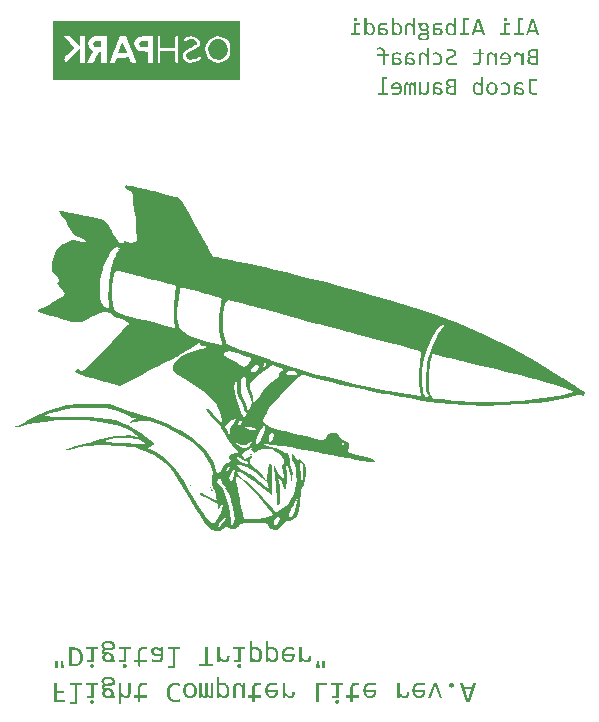
<source format=gbr>
%TF.GenerationSoftware,KiCad,Pcbnew,8.0.4*%
%TF.CreationDate,2024-10-29T22:25:36-05:00*%
%TF.ProjectId,flight-computer-lite,666c6967-6874-42d6-936f-6d7075746572,rev?*%
%TF.SameCoordinates,PX1312d00PY1312d00*%
%TF.FileFunction,Legend,Bot*%
%TF.FilePolarity,Positive*%
%FSLAX46Y46*%
G04 Gerber Fmt 4.6, Leading zero omitted, Abs format (unit mm)*
G04 Created by KiCad (PCBNEW 8.0.4) date 2024-10-29 22:25:36*
%MOMM*%
%LPD*%
G01*
G04 APERTURE LIST*
%ADD10C,0.200000*%
%ADD11C,0.000000*%
G04 APERTURE END LIST*
D10*
G36*
X13100598Y-60725872D02*
G01*
X12414325Y-60725872D01*
X12414325Y-60198308D01*
X13064988Y-60198308D01*
X13064988Y-60015419D01*
X12414325Y-60015419D01*
X12414325Y-59312000D01*
X12189670Y-59312000D01*
X12189670Y-60915796D01*
X13100598Y-60915796D01*
X13100598Y-60725872D01*
G37*
G36*
X13940745Y-60880625D02*
G01*
X13573648Y-60880625D01*
X13573648Y-61056480D01*
X14158365Y-61056480D01*
X14158365Y-59494889D01*
X14528100Y-59494889D01*
X14528100Y-59312000D01*
X13532762Y-59312000D01*
X13532762Y-59494889D01*
X13940745Y-59494889D01*
X13940745Y-60880625D01*
G37*
G36*
X15324722Y-60374163D02*
G01*
X14957625Y-60374163D01*
X14957625Y-60550018D01*
X15542343Y-60550018D01*
X15542343Y-59494889D01*
X15912078Y-59494889D01*
X15912078Y-59312000D01*
X14916739Y-59312000D01*
X14916739Y-59494889D01*
X15324722Y-59494889D01*
X15324722Y-60374163D01*
G37*
G36*
X15399900Y-61056480D02*
G01*
X15466725Y-61043290D01*
X15520801Y-61007240D01*
X15556411Y-60953605D01*
X15569600Y-60887659D01*
X15556411Y-60822153D01*
X15520801Y-60768078D01*
X15466725Y-60731588D01*
X15399900Y-60718838D01*
X15333076Y-60731588D01*
X15279440Y-60768078D01*
X15243390Y-60822153D01*
X15230640Y-60887659D01*
X15243390Y-60953605D01*
X15279440Y-61007240D01*
X15333076Y-61043290D01*
X15399900Y-61056480D01*
G37*
G36*
X16849713Y-58780148D02*
G01*
X16945101Y-58790968D01*
X17037549Y-58812132D01*
X17065713Y-58821186D01*
X17148518Y-58855734D01*
X17227472Y-58905335D01*
X17288942Y-58964210D01*
X17337821Y-59040743D01*
X17363697Y-59114900D01*
X17373871Y-59203849D01*
X17370131Y-59256270D01*
X17342217Y-59343653D01*
X17317796Y-59383026D01*
X17254729Y-59445210D01*
X17205307Y-59475522D01*
X17119761Y-59508078D01*
X17037659Y-59525224D01*
X16948742Y-59532697D01*
X16622092Y-59544568D01*
X16586756Y-59547672D01*
X16502510Y-59578420D01*
X16457667Y-59656675D01*
X16473494Y-59726577D01*
X16513501Y-59792083D01*
X16535043Y-59780268D01*
X16620773Y-59750757D01*
X16677736Y-59739941D01*
X16766732Y-59734051D01*
X16786770Y-59734322D01*
X16876088Y-59742737D01*
X16964129Y-59764826D01*
X17042607Y-59799595D01*
X17118002Y-59852314D01*
X17171802Y-59909997D01*
X17217360Y-59987282D01*
X17243739Y-60070044D01*
X17252531Y-60160939D01*
X17251322Y-60192043D01*
X17233187Y-60278762D01*
X17225542Y-60298726D01*
X17179551Y-60374163D01*
X17378707Y-60374163D01*
X17378707Y-60550018D01*
X16928958Y-60550018D01*
X16854220Y-60570241D01*
X16766732Y-60578154D01*
X16746538Y-60577880D01*
X16656690Y-60569345D01*
X16568456Y-60546940D01*
X16490075Y-60512171D01*
X16415023Y-60459452D01*
X16361538Y-60402085D01*
X16316104Y-60324923D01*
X16289726Y-60242162D01*
X16281401Y-60156103D01*
X16498554Y-60156103D01*
X16498708Y-60165630D01*
X16516139Y-60254142D01*
X16519658Y-60262862D01*
X16568016Y-60336794D01*
X16576836Y-60345580D01*
X16652427Y-60394386D01*
X16678365Y-60404003D01*
X16766732Y-60416368D01*
X16788618Y-60415703D01*
X16874883Y-60397464D01*
X16883917Y-60393862D01*
X16959293Y-60344707D01*
X16965910Y-60338232D01*
X17015127Y-60262495D01*
X17021851Y-60244020D01*
X17034911Y-60156103D01*
X17034752Y-60146575D01*
X17016886Y-60058064D01*
X17013442Y-60049336D01*
X16965009Y-59974533D01*
X16956291Y-59965651D01*
X16881038Y-59916940D01*
X16855099Y-59907708D01*
X16766732Y-59895838D01*
X16744847Y-59896487D01*
X16658581Y-59914302D01*
X16649544Y-59917978D01*
X16573732Y-59967059D01*
X16567194Y-59973612D01*
X16518337Y-60049711D01*
X16511614Y-60068186D01*
X16498554Y-60156103D01*
X16281401Y-60156103D01*
X16280933Y-60151267D01*
X16287528Y-60068615D01*
X16307311Y-60001351D01*
X16338086Y-59943758D01*
X16379852Y-59888803D01*
X16340023Y-59839347D01*
X16290166Y-59762628D01*
X16265686Y-59706368D01*
X16252357Y-59615789D01*
X16259831Y-59557757D01*
X16281812Y-59501483D01*
X16320061Y-59452683D01*
X16375895Y-59415754D01*
X16370471Y-59411628D01*
X16303825Y-59352867D01*
X16246202Y-59279027D01*
X16214548Y-59201980D01*
X16205723Y-59127792D01*
X16433048Y-59127792D01*
X16439203Y-59185824D01*
X16459866Y-59243416D01*
X16501191Y-59300129D01*
X16568896Y-59357282D01*
X16892908Y-59346291D01*
X16908587Y-59345395D01*
X16997944Y-59333373D01*
X17081952Y-59301448D01*
X17119726Y-59266106D01*
X17143941Y-59180548D01*
X17125476Y-59094379D01*
X17121798Y-59086547D01*
X17063927Y-59019201D01*
X17034612Y-58999881D01*
X16951380Y-58966445D01*
X16868146Y-58950665D01*
X16779042Y-58946221D01*
X16701968Y-58948942D01*
X16610618Y-58961565D01*
X16524492Y-58989745D01*
X16458856Y-59041536D01*
X16433048Y-59127792D01*
X16205723Y-59127792D01*
X16203997Y-59113284D01*
X16207633Y-59064210D01*
X16234771Y-58978315D01*
X16266155Y-58931136D01*
X16333690Y-58872362D01*
X16342354Y-58866888D01*
X16422175Y-58828529D01*
X16507346Y-58802900D01*
X16585488Y-58788382D01*
X16674226Y-58779891D01*
X16764094Y-58777401D01*
X16849713Y-58780148D01*
G37*
G36*
X18667723Y-59312000D02*
G01*
X18452301Y-59312000D01*
X18452301Y-60108182D01*
X18445963Y-60198697D01*
X18422131Y-60283433D01*
X18398665Y-60323605D01*
X18328525Y-60379520D01*
X18244792Y-60395265D01*
X18163459Y-60383395D01*
X18085204Y-60342509D01*
X18016758Y-60284291D01*
X17995958Y-60263374D01*
X17933627Y-60195701D01*
X17884729Y-60139397D01*
X17884729Y-59312000D01*
X17669747Y-59312000D01*
X17669747Y-61056480D01*
X17884729Y-61056480D01*
X17884729Y-60553974D01*
X17877695Y-60360094D01*
X17937113Y-60425320D01*
X17977053Y-60462090D01*
X18050253Y-60515836D01*
X18074653Y-60529794D01*
X18158254Y-60562924D01*
X18174011Y-60566724D01*
X18262574Y-60577875D01*
X18279524Y-60578154D01*
X18377028Y-60569182D01*
X18461317Y-60542266D01*
X18539473Y-60491312D01*
X18566167Y-60464728D01*
X18619722Y-60382674D01*
X18650962Y-60289737D01*
X18665244Y-60191945D01*
X18667723Y-60123570D01*
X18667723Y-59312000D01*
G37*
G36*
X20053899Y-59312000D02*
G01*
X19965531Y-59297194D01*
X19903103Y-59290457D01*
X19814726Y-59285125D01*
X19744834Y-59283863D01*
X19648360Y-59288933D01*
X19551963Y-59307143D01*
X19461186Y-59343461D01*
X19396202Y-59389815D01*
X19340734Y-59458633D01*
X19303420Y-59545395D01*
X19285491Y-59637582D01*
X19281457Y-59716026D01*
X19281457Y-60367129D01*
X18933704Y-60367129D01*
X18933704Y-60550018D01*
X19281457Y-60550018D01*
X19281457Y-60888538D01*
X19496439Y-60943933D01*
X19496439Y-60550018D01*
X20053899Y-60550018D01*
X20053899Y-60367129D01*
X19496439Y-60367129D01*
X19496439Y-59733612D01*
X19506393Y-59642565D01*
X19543166Y-59560412D01*
X19567221Y-59533137D01*
X19648770Y-59485487D01*
X19735293Y-59468373D01*
X19776928Y-59466752D01*
X19867923Y-59470159D01*
X19906621Y-59473346D01*
X19997330Y-59485059D01*
X20053899Y-59494889D01*
X20053899Y-59312000D01*
G37*
G36*
X22853948Y-59354205D02*
G01*
X22768221Y-59326796D01*
X22680684Y-59306119D01*
X22591339Y-59292175D01*
X22500184Y-59284962D01*
X22447284Y-59283863D01*
X22344134Y-59288864D01*
X22248734Y-59303870D01*
X22161084Y-59328878D01*
X22066132Y-59372093D01*
X21982340Y-59429713D01*
X21921038Y-59488734D01*
X21858735Y-59572634D01*
X21816662Y-59653106D01*
X21783541Y-59743174D01*
X21759372Y-59842837D01*
X21744154Y-59952096D01*
X21738425Y-60046412D01*
X21737709Y-60095872D01*
X21740869Y-60190917D01*
X21750349Y-60281289D01*
X21768568Y-60377375D01*
X21788267Y-60448022D01*
X21820149Y-60532763D01*
X21863649Y-60618029D01*
X21915650Y-60693935D01*
X21932908Y-60714882D01*
X21995531Y-60778638D01*
X22065795Y-60832519D01*
X22143702Y-60876525D01*
X22160200Y-60884142D01*
X22246866Y-60915672D01*
X22339799Y-60935524D01*
X22428799Y-60943407D01*
X22459593Y-60943933D01*
X22548353Y-60940232D01*
X22637936Y-60927970D01*
X22668421Y-60921511D01*
X22757357Y-60895178D01*
X22842816Y-60858219D01*
X22853948Y-60852488D01*
X22853948Y-60634428D01*
X22776134Y-60677464D01*
X22689960Y-60712369D01*
X22672378Y-60717959D01*
X22580408Y-60738786D01*
X22487772Y-60746720D01*
X22467067Y-60746975D01*
X22378106Y-60739937D01*
X22290254Y-60716616D01*
X22260877Y-60704330D01*
X22180822Y-60655850D01*
X22117085Y-60595262D01*
X22104806Y-60580353D01*
X22054281Y-60502370D01*
X22017461Y-60417752D01*
X22005888Y-60382076D01*
X21984723Y-60289732D01*
X21973904Y-60196936D01*
X21971157Y-60115217D01*
X21974269Y-60020626D01*
X21986222Y-59917091D01*
X22007139Y-59824438D01*
X22042872Y-59730094D01*
X22090807Y-59650561D01*
X22098651Y-59640408D01*
X22169790Y-59570589D01*
X22255712Y-59520717D01*
X22343020Y-59493444D01*
X22441646Y-59481444D01*
X22471903Y-59480820D01*
X22561306Y-59485028D01*
X22653172Y-59498874D01*
X22671059Y-59502802D01*
X22758759Y-59527686D01*
X22842981Y-59560298D01*
X22853948Y-59565230D01*
X22853948Y-59354205D01*
G37*
G36*
X23767732Y-59287653D02*
G01*
X23854534Y-59302582D01*
X23941170Y-59331783D01*
X23981361Y-59351098D01*
X24060276Y-59402173D01*
X24128016Y-59465872D01*
X24164204Y-59511347D01*
X24209933Y-59587700D01*
X24245399Y-59673821D01*
X24268677Y-59760151D01*
X24282293Y-59852300D01*
X24286286Y-59941120D01*
X24282465Y-60034131D01*
X24269435Y-60128509D01*
X24247158Y-60214575D01*
X24231413Y-60258026D01*
X24188817Y-60342628D01*
X24134611Y-60414170D01*
X24110873Y-60438367D01*
X24035956Y-60496069D01*
X23955239Y-60536389D01*
X23893697Y-60556578D01*
X23804825Y-60573219D01*
X23716516Y-60578154D01*
X23640206Y-60574364D01*
X23553266Y-60559435D01*
X23466362Y-60530234D01*
X23426306Y-60510904D01*
X23347469Y-60459689D01*
X23279517Y-60395705D01*
X23243494Y-60350477D01*
X23197806Y-60274599D01*
X23162133Y-60189076D01*
X23139106Y-60103548D01*
X23125637Y-60011995D01*
X23122040Y-59931448D01*
X23341505Y-59931448D01*
X23345949Y-60016166D01*
X23361729Y-60107743D01*
X23384269Y-60177563D01*
X23426355Y-60255461D01*
X23466139Y-60302975D01*
X23538903Y-60357017D01*
X23614410Y-60385703D01*
X23703766Y-60395265D01*
X23768666Y-60390404D01*
X23854122Y-60365810D01*
X23901727Y-60339967D01*
X23968428Y-60278762D01*
X24007796Y-60218077D01*
X24040968Y-60134121D01*
X24046944Y-60112009D01*
X24062259Y-60020889D01*
X24066467Y-59931448D01*
X24061301Y-59840443D01*
X24045804Y-59753835D01*
X24023565Y-59684231D01*
X23981617Y-59606117D01*
X23941833Y-59558815D01*
X23869070Y-59504561D01*
X23793452Y-59476204D01*
X23703766Y-59466752D01*
X23638370Y-59471541D01*
X23552971Y-59495768D01*
X23505634Y-59521878D01*
X23439105Y-59583256D01*
X23400053Y-59644036D01*
X23367004Y-59728336D01*
X23361028Y-59750647D01*
X23345714Y-59842147D01*
X23341505Y-59931448D01*
X23122040Y-59931448D01*
X23121687Y-59923535D01*
X23125465Y-59829786D01*
X23138348Y-59734794D01*
X23160375Y-59648322D01*
X23176253Y-59604988D01*
X23218928Y-59520325D01*
X23272922Y-59448287D01*
X23301732Y-59419328D01*
X23371789Y-59366020D01*
X23452294Y-59325628D01*
X23514048Y-59305439D01*
X23603096Y-59288798D01*
X23691457Y-59283863D01*
X23767732Y-59287653D01*
G37*
G36*
X25475064Y-59312000D02*
G01*
X25475064Y-60202704D01*
X25471200Y-60292967D01*
X25470668Y-60297666D01*
X25457039Y-60356138D01*
X25433299Y-60386473D01*
X25398128Y-60395265D01*
X25352406Y-60380318D01*
X25307563Y-60332397D01*
X25261545Y-60257432D01*
X25254367Y-60244030D01*
X25213975Y-60165376D01*
X25185783Y-60108622D01*
X25185783Y-59312000D01*
X24988826Y-59312000D01*
X24988826Y-60178964D01*
X24986142Y-60269339D01*
X24984429Y-60288873D01*
X24971240Y-60354379D01*
X24947060Y-60386473D01*
X24911010Y-60395265D01*
X24869244Y-60382956D01*
X24825281Y-60338552D01*
X24776761Y-60260885D01*
X24771205Y-60250625D01*
X24729921Y-60169189D01*
X24700863Y-60108622D01*
X24700863Y-59312000D01*
X24503027Y-59312000D01*
X24503027Y-60550018D01*
X24667451Y-60550018D01*
X24677563Y-60314372D01*
X24716993Y-60395911D01*
X24739991Y-60436591D01*
X24792433Y-60507824D01*
X24802420Y-60517924D01*
X24871003Y-60563646D01*
X24951896Y-60578154D01*
X25040043Y-60561448D01*
X25104011Y-60511330D01*
X25142919Y-60426260D01*
X25155077Y-60338511D01*
X25155888Y-60304700D01*
X25194368Y-60384429D01*
X25213920Y-60421204D01*
X25264959Y-60495683D01*
X25275030Y-60506933D01*
X25347570Y-60559690D01*
X25435784Y-60578136D01*
X25439014Y-60578154D01*
X25530148Y-60560904D01*
X25606892Y-60498942D01*
X25650061Y-60407761D01*
X25667191Y-60321508D01*
X25672901Y-60217652D01*
X25672901Y-59312000D01*
X25475064Y-59312000D01*
G37*
G36*
X26188595Y-59324309D02*
G01*
X26218793Y-59314115D01*
X26307737Y-59293095D01*
X26337220Y-59289056D01*
X26426000Y-59283863D01*
X26489884Y-59286446D01*
X26581281Y-59300006D01*
X26667360Y-59325189D01*
X26708020Y-59342139D01*
X26788904Y-59388832D01*
X26859921Y-59449166D01*
X26903102Y-59498996D01*
X26951912Y-59575823D01*
X26987856Y-59656675D01*
X26993499Y-59672504D01*
X27018028Y-59765517D01*
X27030771Y-59858819D01*
X27034457Y-59949913D01*
X27032301Y-60027915D01*
X27023810Y-60117490D01*
X27007200Y-60207980D01*
X26998016Y-60243413D01*
X26967911Y-60327702D01*
X26925427Y-60405817D01*
X26922022Y-60410918D01*
X26864757Y-60478687D01*
X26790898Y-60532872D01*
X26775585Y-60540964D01*
X26692181Y-60569487D01*
X26604053Y-60578154D01*
X26558823Y-60576300D01*
X26464962Y-60559556D01*
X26376760Y-60525398D01*
X26305977Y-60480235D01*
X26238103Y-60416682D01*
X26178923Y-60342949D01*
X26165295Y-60550018D01*
X25973613Y-60550018D01*
X25973613Y-59513793D01*
X26188595Y-59513793D01*
X26188595Y-60124009D01*
X26233871Y-60181028D01*
X26295867Y-60249745D01*
X26320596Y-60273788D01*
X26390829Y-60331078D01*
X26396475Y-60334856D01*
X26477877Y-60375042D01*
X26560968Y-60388231D01*
X26593199Y-60386143D01*
X26675713Y-60354819D01*
X26701525Y-60334220D01*
X26754848Y-60262935D01*
X26778879Y-60206843D01*
X26800131Y-60121371D01*
X26811451Y-60028963D01*
X26814639Y-59939801D01*
X26809905Y-59840205D01*
X26792904Y-59740599D01*
X26763537Y-59656162D01*
X26715720Y-59579299D01*
X26696509Y-59557928D01*
X26622869Y-59501875D01*
X26534461Y-59469177D01*
X26442266Y-59459718D01*
X26402673Y-59461134D01*
X26313452Y-59474226D01*
X26273112Y-59484324D01*
X26188595Y-59513793D01*
X25973613Y-59513793D01*
X25973613Y-58805538D01*
X26188595Y-58805538D01*
X26188595Y-59324309D01*
G37*
G36*
X28355567Y-59312000D02*
G01*
X28162566Y-59312000D01*
X28155092Y-59511595D01*
X28094443Y-59444500D01*
X28049579Y-59402125D01*
X27977761Y-59348190D01*
X27949782Y-59331783D01*
X27866064Y-59298537D01*
X27850424Y-59294854D01*
X27761780Y-59284131D01*
X27744471Y-59283863D01*
X27654510Y-59290897D01*
X27567362Y-59315627D01*
X27487987Y-59363987D01*
X27455190Y-59396410D01*
X27403722Y-59478232D01*
X27373698Y-59571034D01*
X27359973Y-59668764D01*
X27357591Y-59737129D01*
X27357591Y-60550018D01*
X27572573Y-60550018D01*
X27572573Y-59753395D01*
X27580147Y-59655981D01*
X27608126Y-59567805D01*
X27665348Y-59500623D01*
X27749497Y-59469271D01*
X27787995Y-59466752D01*
X27864932Y-59478622D01*
X27944066Y-59519508D01*
X28012813Y-59577457D01*
X28033313Y-59598203D01*
X28093881Y-59666341D01*
X28140145Y-59723500D01*
X28140145Y-60550018D01*
X28355567Y-60550018D01*
X28355567Y-59312000D01*
G37*
G36*
X29741743Y-59312000D02*
G01*
X29653374Y-59297194D01*
X29590947Y-59290457D01*
X29502570Y-59285125D01*
X29432678Y-59283863D01*
X29336204Y-59288933D01*
X29239806Y-59307143D01*
X29149029Y-59343461D01*
X29084046Y-59389815D01*
X29028578Y-59458633D01*
X28991263Y-59545395D01*
X28973334Y-59637582D01*
X28969300Y-59716026D01*
X28969300Y-60367129D01*
X28621547Y-60367129D01*
X28621547Y-60550018D01*
X28969300Y-60550018D01*
X28969300Y-60888538D01*
X29184283Y-60943933D01*
X29184283Y-60550018D01*
X29741743Y-60550018D01*
X29741743Y-60367129D01*
X29184283Y-60367129D01*
X29184283Y-59733612D01*
X29194236Y-59642565D01*
X29231010Y-59560412D01*
X29255064Y-59533137D01*
X29336614Y-59485487D01*
X29423137Y-59468373D01*
X29464771Y-59466752D01*
X29555766Y-59470159D01*
X29594464Y-59473346D01*
X29685174Y-59485059D01*
X29741743Y-59494889D01*
X29741743Y-59312000D01*
G37*
G36*
X30723708Y-59284481D02*
G01*
X30817503Y-59290062D01*
X30908540Y-59301448D01*
X30929112Y-59304838D01*
X31019800Y-59323111D01*
X31107256Y-59347170D01*
X31107256Y-59523025D01*
X31021087Y-59501483D01*
X31012393Y-59499685D01*
X30924367Y-59483898D01*
X30908471Y-59481500D01*
X30819293Y-59471148D01*
X30798850Y-59469654D01*
X30710263Y-59466752D01*
X30650039Y-59469328D01*
X30563190Y-59484166D01*
X30479476Y-59516623D01*
X30403836Y-59572265D01*
X30373186Y-59607470D01*
X30327471Y-59691276D01*
X30304094Y-59781972D01*
X30297444Y-59874735D01*
X31169244Y-59874735D01*
X31172762Y-59931888D01*
X31174080Y-60007945D01*
X31172397Y-60063871D01*
X31161681Y-60154165D01*
X31138909Y-60244030D01*
X31129595Y-60270017D01*
X31088770Y-60353072D01*
X31035155Y-60423842D01*
X31017515Y-60441778D01*
X30947983Y-60496222D01*
X30866334Y-60537708D01*
X30821071Y-60553468D01*
X30729532Y-60572467D01*
X30636404Y-60578154D01*
X30571365Y-60574885D01*
X30480505Y-60557718D01*
X30397681Y-60525838D01*
X30359423Y-60504920D01*
X30284376Y-60450692D01*
X30220068Y-60384274D01*
X30190165Y-60344033D01*
X30143337Y-60261932D01*
X30110159Y-60177645D01*
X30091882Y-60110469D01*
X30081059Y-60043556D01*
X30297444Y-60043556D01*
X30305710Y-60107105D01*
X30329538Y-60192153D01*
X30347295Y-60232536D01*
X30397242Y-60307778D01*
X30422234Y-60333241D01*
X30497479Y-60382516D01*
X30539081Y-60397784D01*
X30626293Y-60409334D01*
X30684778Y-60405501D01*
X30769614Y-60382076D01*
X30802849Y-60365075D01*
X30872929Y-60306459D01*
X30896654Y-60274619D01*
X30934039Y-60191274D01*
X30946267Y-60134657D01*
X30950305Y-60043556D01*
X30297444Y-60043556D01*
X30081059Y-60043556D01*
X30076817Y-60017332D01*
X30072350Y-59928371D01*
X30075784Y-59836665D01*
X30087497Y-59742930D01*
X30107521Y-59656675D01*
X30122055Y-59612965D01*
X30162770Y-59527169D01*
X30216111Y-59453563D01*
X30250381Y-59419275D01*
X30324406Y-59365532D01*
X30404715Y-59327387D01*
X30489152Y-59302607D01*
X30584082Y-59288113D01*
X30679489Y-59283863D01*
X30723708Y-59284481D01*
G37*
G36*
X31560082Y-60550018D02*
G01*
X31757039Y-60550018D01*
X31763194Y-60318769D01*
X31824775Y-60389696D01*
X31892627Y-60454474D01*
X31966569Y-60508671D01*
X31979935Y-60516605D01*
X32060368Y-60554112D01*
X32148202Y-60575209D01*
X32195797Y-60578154D01*
X32286445Y-60570186D01*
X32374432Y-60542172D01*
X32454820Y-60487389D01*
X32488156Y-60450660D01*
X32535807Y-60369137D01*
X32563916Y-60280207D01*
X32577512Y-60189680D01*
X32580842Y-60087288D01*
X32580480Y-60071692D01*
X32362859Y-60071692D01*
X32360491Y-60159989D01*
X32345789Y-60247788D01*
X32314939Y-60318329D01*
X32247229Y-60378360D01*
X32165023Y-60395265D01*
X32077535Y-60378999D01*
X31999011Y-60335722D01*
X31987409Y-60327122D01*
X31921027Y-60268995D01*
X31888930Y-60236117D01*
X31828204Y-60166287D01*
X31777702Y-60101588D01*
X31777702Y-59312000D01*
X31560082Y-59312000D01*
X31560082Y-60550018D01*
G37*
G36*
X35297437Y-59312000D02*
G01*
X34367605Y-59312000D01*
X34367605Y-60915796D01*
X34591380Y-60915796D01*
X34591380Y-59501923D01*
X35297437Y-59501923D01*
X35297437Y-59312000D01*
G37*
G36*
X36084387Y-60374163D02*
G01*
X35717290Y-60374163D01*
X35717290Y-60550018D01*
X36302008Y-60550018D01*
X36302008Y-59494889D01*
X36671743Y-59494889D01*
X36671743Y-59312000D01*
X35676404Y-59312000D01*
X35676404Y-59494889D01*
X36084387Y-59494889D01*
X36084387Y-60374163D01*
G37*
G36*
X36159565Y-61056480D02*
G01*
X36226390Y-61043290D01*
X36280466Y-61007240D01*
X36316076Y-60953605D01*
X36329265Y-60887659D01*
X36316076Y-60822153D01*
X36280466Y-60768078D01*
X36226390Y-60731588D01*
X36159565Y-60718838D01*
X36092741Y-60731588D01*
X36039105Y-60768078D01*
X36003055Y-60822153D01*
X35990305Y-60887659D01*
X36003055Y-60953605D01*
X36039105Y-61007240D01*
X36092741Y-61043290D01*
X36159565Y-61056480D01*
G37*
G36*
X38045609Y-59312000D02*
G01*
X37957240Y-59297194D01*
X37894813Y-59290457D01*
X37806436Y-59285125D01*
X37736544Y-59283863D01*
X37640070Y-59288933D01*
X37543672Y-59307143D01*
X37452895Y-59343461D01*
X37387912Y-59389815D01*
X37332444Y-59458633D01*
X37295129Y-59545395D01*
X37277200Y-59637582D01*
X37273166Y-59716026D01*
X37273166Y-60367129D01*
X36925413Y-60367129D01*
X36925413Y-60550018D01*
X37273166Y-60550018D01*
X37273166Y-60888538D01*
X37488149Y-60943933D01*
X37488149Y-60550018D01*
X38045609Y-60550018D01*
X38045609Y-60367129D01*
X37488149Y-60367129D01*
X37488149Y-59733612D01*
X37498102Y-59642565D01*
X37534876Y-59560412D01*
X37558930Y-59533137D01*
X37640480Y-59485487D01*
X37727003Y-59468373D01*
X37768637Y-59466752D01*
X37859632Y-59470159D01*
X37898330Y-59473346D01*
X37989040Y-59485059D01*
X38045609Y-59494889D01*
X38045609Y-59312000D01*
G37*
G36*
X39027574Y-59284481D02*
G01*
X39121369Y-59290062D01*
X39212406Y-59301448D01*
X39232978Y-59304838D01*
X39323666Y-59323111D01*
X39411122Y-59347170D01*
X39411122Y-59523025D01*
X39324953Y-59501483D01*
X39316259Y-59499685D01*
X39228233Y-59483898D01*
X39212337Y-59481500D01*
X39123159Y-59471148D01*
X39102716Y-59469654D01*
X39014129Y-59466752D01*
X38953905Y-59469328D01*
X38867056Y-59484166D01*
X38783342Y-59516623D01*
X38707702Y-59572265D01*
X38677052Y-59607470D01*
X38631337Y-59691276D01*
X38607960Y-59781972D01*
X38601310Y-59874735D01*
X39473110Y-59874735D01*
X39476628Y-59931888D01*
X39477946Y-60007945D01*
X39476263Y-60063871D01*
X39465547Y-60154165D01*
X39442775Y-60244030D01*
X39433461Y-60270017D01*
X39392636Y-60353072D01*
X39339021Y-60423842D01*
X39321381Y-60441778D01*
X39251849Y-60496222D01*
X39170200Y-60537708D01*
X39124937Y-60553468D01*
X39033398Y-60572467D01*
X38940270Y-60578154D01*
X38875231Y-60574885D01*
X38784371Y-60557718D01*
X38701547Y-60525838D01*
X38663289Y-60504920D01*
X38588242Y-60450692D01*
X38523934Y-60384274D01*
X38494031Y-60344033D01*
X38447203Y-60261932D01*
X38414025Y-60177645D01*
X38395748Y-60110469D01*
X38384925Y-60043556D01*
X38601310Y-60043556D01*
X38609576Y-60107105D01*
X38633404Y-60192153D01*
X38651161Y-60232536D01*
X38701108Y-60307778D01*
X38726100Y-60333241D01*
X38801345Y-60382516D01*
X38842947Y-60397784D01*
X38930159Y-60409334D01*
X38988644Y-60405501D01*
X39073480Y-60382076D01*
X39106715Y-60365075D01*
X39176795Y-60306459D01*
X39200520Y-60274619D01*
X39237905Y-60191274D01*
X39250133Y-60134657D01*
X39254171Y-60043556D01*
X38601310Y-60043556D01*
X38384925Y-60043556D01*
X38380683Y-60017332D01*
X38376216Y-59928371D01*
X38379650Y-59836665D01*
X38391363Y-59742930D01*
X38411387Y-59656675D01*
X38425921Y-59612965D01*
X38466636Y-59527169D01*
X38519977Y-59453563D01*
X38554247Y-59419275D01*
X38628272Y-59365532D01*
X38708581Y-59327387D01*
X38793018Y-59302607D01*
X38887948Y-59288113D01*
X38983355Y-59283863D01*
X39027574Y-59284481D01*
G37*
G36*
X41247926Y-60550018D02*
G01*
X41444883Y-60550018D01*
X41451038Y-60318769D01*
X41512618Y-60389696D01*
X41580470Y-60454474D01*
X41654413Y-60508671D01*
X41667779Y-60516605D01*
X41748212Y-60554112D01*
X41836045Y-60575209D01*
X41883641Y-60578154D01*
X41974288Y-60570186D01*
X42062276Y-60542172D01*
X42142664Y-60487389D01*
X42176000Y-60450660D01*
X42223650Y-60369137D01*
X42251760Y-60280207D01*
X42265356Y-60189680D01*
X42268686Y-60087288D01*
X42268323Y-60071692D01*
X42050703Y-60071692D01*
X42048334Y-60159989D01*
X42033633Y-60247788D01*
X42002782Y-60318329D01*
X41935073Y-60378360D01*
X41852866Y-60395265D01*
X41765378Y-60378999D01*
X41686855Y-60335722D01*
X41675253Y-60327122D01*
X41608871Y-60268995D01*
X41576774Y-60236117D01*
X41516048Y-60166287D01*
X41465546Y-60101588D01*
X41465546Y-59312000D01*
X41247926Y-59312000D01*
X41247926Y-60550018D01*
G37*
G36*
X43179507Y-59284481D02*
G01*
X43273302Y-59290062D01*
X43364339Y-59301448D01*
X43384911Y-59304838D01*
X43475599Y-59323111D01*
X43563055Y-59347170D01*
X43563055Y-59523025D01*
X43476886Y-59501483D01*
X43468192Y-59499685D01*
X43380166Y-59483898D01*
X43364270Y-59481500D01*
X43275092Y-59471148D01*
X43254649Y-59469654D01*
X43166062Y-59466752D01*
X43105838Y-59469328D01*
X43018989Y-59484166D01*
X42935275Y-59516623D01*
X42859635Y-59572265D01*
X42828985Y-59607470D01*
X42783270Y-59691276D01*
X42759893Y-59781972D01*
X42753243Y-59874735D01*
X43625043Y-59874735D01*
X43628561Y-59931888D01*
X43629879Y-60007945D01*
X43628196Y-60063871D01*
X43617480Y-60154165D01*
X43594709Y-60244030D01*
X43585394Y-60270017D01*
X43544569Y-60353072D01*
X43490954Y-60423842D01*
X43473314Y-60441778D01*
X43403782Y-60496222D01*
X43322133Y-60537708D01*
X43276870Y-60553468D01*
X43185331Y-60572467D01*
X43092203Y-60578154D01*
X43027164Y-60574885D01*
X42936304Y-60557718D01*
X42853480Y-60525838D01*
X42815222Y-60504920D01*
X42740175Y-60450692D01*
X42675867Y-60384274D01*
X42645964Y-60344033D01*
X42599136Y-60261932D01*
X42565958Y-60177645D01*
X42547681Y-60110469D01*
X42536858Y-60043556D01*
X42753243Y-60043556D01*
X42761509Y-60107105D01*
X42785337Y-60192153D01*
X42803094Y-60232536D01*
X42853041Y-60307778D01*
X42878033Y-60333241D01*
X42953278Y-60382516D01*
X42994880Y-60397784D01*
X43082092Y-60409334D01*
X43140577Y-60405501D01*
X43225413Y-60382076D01*
X43258648Y-60365075D01*
X43328728Y-60306459D01*
X43352453Y-60274619D01*
X43389838Y-60191274D01*
X43402066Y-60134657D01*
X43406104Y-60043556D01*
X42753243Y-60043556D01*
X42536858Y-60043556D01*
X42532616Y-60017332D01*
X42528149Y-59928371D01*
X42531584Y-59836665D01*
X42543296Y-59742930D01*
X42563320Y-59656675D01*
X42577854Y-59612965D01*
X42618569Y-59527169D01*
X42671910Y-59453563D01*
X42706180Y-59419275D01*
X42780205Y-59365532D01*
X42860515Y-59327387D01*
X42944951Y-59302607D01*
X43039881Y-59288113D01*
X43135288Y-59283863D01*
X43179507Y-59284481D01*
G37*
G36*
X43849258Y-60550018D02*
G01*
X44094136Y-60550018D01*
X44397926Y-59730974D01*
X44463431Y-59531378D01*
X44531575Y-59736249D01*
X44833166Y-60550018D01*
X45069691Y-60550018D01*
X44582133Y-59312000D01*
X44335057Y-59312000D01*
X43849258Y-60550018D01*
G37*
G36*
X45837737Y-59698880D02*
G01*
X45917311Y-59682614D01*
X45982817Y-59637771D01*
X46026781Y-59570946D01*
X46043048Y-59489613D01*
X46026781Y-59409599D01*
X45982817Y-59344093D01*
X45917311Y-59300129D01*
X45837737Y-59283863D01*
X45757284Y-59300129D01*
X45692217Y-59344093D01*
X45648254Y-59409599D01*
X45632427Y-59489613D01*
X45648254Y-59570946D01*
X45692217Y-59637771D01*
X45757284Y-59682614D01*
X45837737Y-59698880D01*
G37*
G36*
X46890228Y-59649641D02*
G01*
X47562873Y-59649641D01*
X47675420Y-59312000D01*
X47915462Y-59312000D01*
X47386139Y-60915796D01*
X47084548Y-60915796D01*
X46726683Y-59846598D01*
X46953536Y-59846598D01*
X47226551Y-60712683D01*
X47500005Y-59846598D01*
X46953536Y-59846598D01*
X46726683Y-59846598D01*
X46547751Y-59312000D01*
X46776362Y-59312000D01*
X46890228Y-59649641D01*
G37*
G36*
X12528191Y-58032480D02*
G01*
X12493459Y-57441607D01*
X12290787Y-57441607D01*
X12255176Y-58032480D01*
X12528191Y-58032480D01*
G37*
G36*
X13009154Y-58032480D02*
G01*
X12974862Y-57441607D01*
X12771750Y-57441607D01*
X12736139Y-58032480D01*
X13009154Y-58032480D01*
G37*
G36*
X13894354Y-56290790D02*
G01*
X13989474Y-56300306D01*
X14076593Y-56316576D01*
X14121044Y-56328292D01*
X14210144Y-56359402D01*
X14289377Y-56398348D01*
X14306272Y-56408430D01*
X14378472Y-56460482D01*
X14443690Y-56525404D01*
X14451510Y-56534754D01*
X14504254Y-56608937D01*
X14546565Y-56690267D01*
X14556120Y-56713245D01*
X14584262Y-56797238D01*
X14604157Y-56886785D01*
X14610283Y-56926693D01*
X14619207Y-57015492D01*
X14622182Y-57107483D01*
X14621454Y-57156417D01*
X14615629Y-57249482D01*
X14600156Y-57356811D01*
X14575581Y-57454137D01*
X14541904Y-57541459D01*
X14499125Y-57618778D01*
X14435776Y-57698355D01*
X14423965Y-57710257D01*
X14345201Y-57773729D01*
X14252898Y-57823600D01*
X14165636Y-57854770D01*
X14068972Y-57876494D01*
X13962905Y-57888773D01*
X13871282Y-57891796D01*
X13454946Y-57891796D01*
X13454946Y-57708907D01*
X13674764Y-57708907D01*
X13864248Y-57708907D01*
X13920886Y-57707350D01*
X14010346Y-57697437D01*
X14096376Y-57676374D01*
X14108611Y-57672151D01*
X14192047Y-57630516D01*
X14260801Y-57571300D01*
X14280455Y-57547653D01*
X14326810Y-57469562D01*
X14358400Y-57381377D01*
X14362340Y-57366443D01*
X14379464Y-57276939D01*
X14388360Y-57184753D01*
X14390933Y-57092975D01*
X14390394Y-57055135D01*
X14382312Y-56948822D01*
X14364531Y-56853321D01*
X14337052Y-56768631D01*
X14285326Y-56672529D01*
X14216358Y-56595648D01*
X14130148Y-56537986D01*
X14026696Y-56499546D01*
X13937791Y-56483328D01*
X13839189Y-56477923D01*
X13674764Y-56477923D01*
X13674764Y-57708907D01*
X13454946Y-57708907D01*
X13454946Y-56288000D01*
X13800940Y-56288000D01*
X13894354Y-56290790D01*
G37*
G36*
X15324722Y-57350163D02*
G01*
X14957625Y-57350163D01*
X14957625Y-57526018D01*
X15542343Y-57526018D01*
X15542343Y-56470889D01*
X15912078Y-56470889D01*
X15912078Y-56288000D01*
X14916739Y-56288000D01*
X14916739Y-56470889D01*
X15324722Y-56470889D01*
X15324722Y-57350163D01*
G37*
G36*
X15399900Y-58032480D02*
G01*
X15466725Y-58019290D01*
X15520801Y-57983240D01*
X15556411Y-57929605D01*
X15569600Y-57863659D01*
X15556411Y-57798153D01*
X15520801Y-57744078D01*
X15466725Y-57707588D01*
X15399900Y-57694838D01*
X15333076Y-57707588D01*
X15279440Y-57744078D01*
X15243390Y-57798153D01*
X15230640Y-57863659D01*
X15243390Y-57929605D01*
X15279440Y-57983240D01*
X15333076Y-58019290D01*
X15399900Y-58032480D01*
G37*
G36*
X16849713Y-55756148D02*
G01*
X16945101Y-55766968D01*
X17037549Y-55788132D01*
X17065713Y-55797186D01*
X17148518Y-55831734D01*
X17227472Y-55881335D01*
X17288942Y-55940210D01*
X17337821Y-56016743D01*
X17363697Y-56090900D01*
X17373871Y-56179849D01*
X17370131Y-56232270D01*
X17342217Y-56319653D01*
X17317796Y-56359026D01*
X17254729Y-56421210D01*
X17205307Y-56451522D01*
X17119761Y-56484078D01*
X17037659Y-56501224D01*
X16948742Y-56508697D01*
X16622092Y-56520568D01*
X16586756Y-56523672D01*
X16502510Y-56554420D01*
X16457667Y-56632675D01*
X16473494Y-56702577D01*
X16513501Y-56768083D01*
X16535043Y-56756268D01*
X16620773Y-56726757D01*
X16677736Y-56715941D01*
X16766732Y-56710051D01*
X16786770Y-56710322D01*
X16876088Y-56718737D01*
X16964129Y-56740826D01*
X17042607Y-56775595D01*
X17118002Y-56828314D01*
X17171802Y-56885997D01*
X17217360Y-56963282D01*
X17243739Y-57046044D01*
X17252531Y-57136939D01*
X17251322Y-57168043D01*
X17233187Y-57254762D01*
X17225542Y-57274726D01*
X17179551Y-57350163D01*
X17378707Y-57350163D01*
X17378707Y-57526018D01*
X16928958Y-57526018D01*
X16854220Y-57546241D01*
X16766732Y-57554154D01*
X16746538Y-57553880D01*
X16656690Y-57545345D01*
X16568456Y-57522940D01*
X16490075Y-57488171D01*
X16415023Y-57435452D01*
X16361538Y-57378085D01*
X16316104Y-57300923D01*
X16289726Y-57218162D01*
X16281401Y-57132103D01*
X16498554Y-57132103D01*
X16498708Y-57141630D01*
X16516139Y-57230142D01*
X16519658Y-57238862D01*
X16568016Y-57312794D01*
X16576836Y-57321580D01*
X16652427Y-57370386D01*
X16678365Y-57380003D01*
X16766732Y-57392368D01*
X16788618Y-57391703D01*
X16874883Y-57373464D01*
X16883917Y-57369862D01*
X16959293Y-57320707D01*
X16965910Y-57314232D01*
X17015127Y-57238495D01*
X17021851Y-57220020D01*
X17034911Y-57132103D01*
X17034752Y-57122575D01*
X17016886Y-57034064D01*
X17013442Y-57025336D01*
X16965009Y-56950533D01*
X16956291Y-56941651D01*
X16881038Y-56892940D01*
X16855099Y-56883708D01*
X16766732Y-56871838D01*
X16744847Y-56872487D01*
X16658581Y-56890302D01*
X16649544Y-56893978D01*
X16573732Y-56943059D01*
X16567194Y-56949612D01*
X16518337Y-57025711D01*
X16511614Y-57044186D01*
X16498554Y-57132103D01*
X16281401Y-57132103D01*
X16280933Y-57127267D01*
X16287528Y-57044615D01*
X16307311Y-56977351D01*
X16338086Y-56919758D01*
X16379852Y-56864803D01*
X16340023Y-56815347D01*
X16290166Y-56738628D01*
X16265686Y-56682368D01*
X16252357Y-56591789D01*
X16259831Y-56533757D01*
X16281812Y-56477483D01*
X16320061Y-56428683D01*
X16375895Y-56391754D01*
X16370471Y-56387628D01*
X16303825Y-56328867D01*
X16246202Y-56255027D01*
X16214548Y-56177980D01*
X16205723Y-56103792D01*
X16433048Y-56103792D01*
X16439203Y-56161824D01*
X16459866Y-56219416D01*
X16501191Y-56276129D01*
X16568896Y-56333282D01*
X16892908Y-56322291D01*
X16908587Y-56321395D01*
X16997944Y-56309373D01*
X17081952Y-56277448D01*
X17119726Y-56242106D01*
X17143941Y-56156548D01*
X17125476Y-56070379D01*
X17121798Y-56062547D01*
X17063927Y-55995201D01*
X17034612Y-55975881D01*
X16951380Y-55942445D01*
X16868146Y-55926665D01*
X16779042Y-55922221D01*
X16701968Y-55924942D01*
X16610618Y-55937565D01*
X16524492Y-55965745D01*
X16458856Y-56017536D01*
X16433048Y-56103792D01*
X16205723Y-56103792D01*
X16203997Y-56089284D01*
X16207633Y-56040210D01*
X16234771Y-55954315D01*
X16266155Y-55907136D01*
X16333690Y-55848362D01*
X16342354Y-55842888D01*
X16422175Y-55804529D01*
X16507346Y-55778900D01*
X16585488Y-55764382D01*
X16674226Y-55755891D01*
X16764094Y-55753401D01*
X16849713Y-55756148D01*
G37*
G36*
X18092678Y-57350163D02*
G01*
X17725581Y-57350163D01*
X17725581Y-57526018D01*
X18310298Y-57526018D01*
X18310298Y-56470889D01*
X18680033Y-56470889D01*
X18680033Y-56288000D01*
X17684695Y-56288000D01*
X17684695Y-56470889D01*
X18092678Y-56470889D01*
X18092678Y-57350163D01*
G37*
G36*
X18167856Y-58032480D02*
G01*
X18234681Y-58019290D01*
X18288756Y-57983240D01*
X18324367Y-57929605D01*
X18337556Y-57863659D01*
X18324367Y-57798153D01*
X18288756Y-57744078D01*
X18234681Y-57707588D01*
X18167856Y-57694838D01*
X18101031Y-57707588D01*
X18047395Y-57744078D01*
X18011345Y-57798153D01*
X17998595Y-57863659D01*
X18011345Y-57929605D01*
X18047395Y-57983240D01*
X18101031Y-58019290D01*
X18167856Y-58032480D01*
G37*
G36*
X20053899Y-56288000D02*
G01*
X19965531Y-56273194D01*
X19903103Y-56266457D01*
X19814726Y-56261125D01*
X19744834Y-56259863D01*
X19648360Y-56264933D01*
X19551963Y-56283143D01*
X19461186Y-56319461D01*
X19396202Y-56365815D01*
X19340734Y-56434633D01*
X19303420Y-56521395D01*
X19285491Y-56613582D01*
X19281457Y-56692026D01*
X19281457Y-57343129D01*
X18933704Y-57343129D01*
X18933704Y-57526018D01*
X19281457Y-57526018D01*
X19281457Y-57864538D01*
X19496439Y-57919933D01*
X19496439Y-57526018D01*
X20053899Y-57526018D01*
X20053899Y-57343129D01*
X19496439Y-57343129D01*
X19496439Y-56709612D01*
X19506393Y-56618565D01*
X19543166Y-56536412D01*
X19567221Y-56509137D01*
X19648770Y-56461487D01*
X19735293Y-56444373D01*
X19776928Y-56442752D01*
X19867923Y-56446159D01*
X19906621Y-56449346D01*
X19997330Y-56461059D01*
X20053899Y-56470889D01*
X20053899Y-56288000D01*
G37*
G36*
X20847607Y-56261470D02*
G01*
X20937707Y-56275982D01*
X21024178Y-56305585D01*
X21082791Y-56335825D01*
X21160184Y-56390209D01*
X21230368Y-56454182D01*
X21235204Y-56288000D01*
X21428205Y-56288000D01*
X21428205Y-57145292D01*
X21420863Y-57236888D01*
X21394792Y-57325983D01*
X21360003Y-57388253D01*
X21298951Y-57453478D01*
X21229489Y-57497881D01*
X21145958Y-57529095D01*
X21128862Y-57533573D01*
X21037472Y-57549358D01*
X20943285Y-57554154D01*
X20912565Y-57553770D01*
X20821066Y-57548000D01*
X20794754Y-57545289D01*
X20704562Y-57532173D01*
X20687380Y-57529075D01*
X20599049Y-57509751D01*
X20592820Y-57508156D01*
X20508044Y-57483812D01*
X20508044Y-57286855D01*
X20541944Y-57299044D01*
X20628477Y-57326515D01*
X20719070Y-57349284D01*
X20744617Y-57354436D01*
X20834789Y-57367058D01*
X20926139Y-57371265D01*
X20977767Y-57368885D01*
X21065351Y-57349843D01*
X21141122Y-57303561D01*
X21153771Y-57290551D01*
X21198355Y-57213561D01*
X21211903Y-57123750D01*
X21211903Y-57012521D01*
X20954715Y-57012521D01*
X20904857Y-57011590D01*
X20812142Y-57004140D01*
X20715773Y-56986033D01*
X20621196Y-56952923D01*
X20543215Y-56906569D01*
X20496002Y-56864127D01*
X20443498Y-56789683D01*
X20412973Y-56702303D01*
X20405325Y-56624322D01*
X20632022Y-56624322D01*
X20632091Y-56630765D01*
X20649607Y-56717525D01*
X20704562Y-56788746D01*
X20719302Y-56799462D01*
X20799963Y-56834468D01*
X20846640Y-56844381D01*
X20938449Y-56850735D01*
X21211903Y-56850735D01*
X21211903Y-56630477D01*
X21165862Y-56590281D01*
X21089282Y-56533021D01*
X21009670Y-56487595D01*
X20929933Y-56456940D01*
X20839531Y-56442752D01*
X20832508Y-56442808D01*
X20743250Y-56457260D01*
X20678623Y-56497706D01*
X20643013Y-56555739D01*
X20632022Y-56624322D01*
X20405325Y-56624322D01*
X20404290Y-56613771D01*
X20406991Y-56563333D01*
X20427151Y-56473966D01*
X20443972Y-56435438D01*
X20498812Y-56361859D01*
X20542815Y-56326618D01*
X20622789Y-56287120D01*
X20711819Y-56265852D01*
X20804799Y-56259863D01*
X20847607Y-56261470D01*
G37*
G36*
X22244611Y-57856625D02*
G01*
X21877514Y-57856625D01*
X21877514Y-58032480D01*
X22462231Y-58032480D01*
X22462231Y-56470889D01*
X22831966Y-56470889D01*
X22831966Y-56288000D01*
X21836628Y-56288000D01*
X21836628Y-56470889D01*
X22244611Y-56470889D01*
X22244611Y-57856625D01*
G37*
G36*
X25677737Y-57701872D02*
G01*
X25199412Y-57701872D01*
X25199412Y-56288000D01*
X24976516Y-56288000D01*
X24976516Y-57701872D01*
X24498191Y-57701872D01*
X24498191Y-57891796D01*
X25677737Y-57891796D01*
X25677737Y-57701872D01*
G37*
G36*
X26024171Y-57526018D02*
G01*
X26221129Y-57526018D01*
X26227284Y-57294769D01*
X26288864Y-57365696D01*
X26356716Y-57430474D01*
X26430659Y-57484671D01*
X26444025Y-57492605D01*
X26524458Y-57530112D01*
X26612291Y-57551209D01*
X26659886Y-57554154D01*
X26750534Y-57546186D01*
X26838521Y-57518172D01*
X26918910Y-57463389D01*
X26952245Y-57426660D01*
X26999896Y-57345137D01*
X27028005Y-57256207D01*
X27041601Y-57165680D01*
X27044931Y-57063288D01*
X27044569Y-57047692D01*
X26826949Y-57047692D01*
X26824580Y-57135989D01*
X26809878Y-57223788D01*
X26779028Y-57294329D01*
X26711318Y-57354360D01*
X26629112Y-57371265D01*
X26541624Y-57354999D01*
X26463101Y-57311722D01*
X26451498Y-57303122D01*
X26385117Y-57244995D01*
X26353020Y-57212117D01*
X26292293Y-57142287D01*
X26241792Y-57077588D01*
X26241792Y-56288000D01*
X26024171Y-56288000D01*
X26024171Y-57526018D01*
G37*
G36*
X27780521Y-57350163D02*
G01*
X27413424Y-57350163D01*
X27413424Y-57526018D01*
X27998142Y-57526018D01*
X27998142Y-56470889D01*
X28367877Y-56470889D01*
X28367877Y-56288000D01*
X27372538Y-56288000D01*
X27372538Y-56470889D01*
X27780521Y-56470889D01*
X27780521Y-57350163D01*
G37*
G36*
X27855699Y-58032480D02*
G01*
X27922524Y-58019290D01*
X27976600Y-57983240D01*
X28012210Y-57929605D01*
X28025399Y-57863659D01*
X28012210Y-57798153D01*
X27976600Y-57744078D01*
X27922524Y-57707588D01*
X27855699Y-57694838D01*
X27788875Y-57707588D01*
X27735239Y-57744078D01*
X27699189Y-57798153D01*
X27686439Y-57863659D01*
X27699189Y-57929605D01*
X27735239Y-57983240D01*
X27788875Y-58019290D01*
X27855699Y-58032480D01*
G37*
G36*
X28956551Y-56300309D02*
G01*
X28986748Y-56290115D01*
X29075692Y-56269095D01*
X29105176Y-56265056D01*
X29193955Y-56259863D01*
X29257840Y-56262446D01*
X29349236Y-56276006D01*
X29435316Y-56301189D01*
X29475975Y-56318139D01*
X29556860Y-56364832D01*
X29627877Y-56425166D01*
X29671057Y-56474996D01*
X29719867Y-56551823D01*
X29755811Y-56632675D01*
X29761454Y-56648504D01*
X29785984Y-56741517D01*
X29798726Y-56834819D01*
X29802413Y-56925913D01*
X29800257Y-57003915D01*
X29791765Y-57093490D01*
X29775155Y-57183980D01*
X29765972Y-57219413D01*
X29735866Y-57303702D01*
X29693383Y-57381817D01*
X29689977Y-57386918D01*
X29632713Y-57454687D01*
X29558854Y-57508872D01*
X29543541Y-57516964D01*
X29460136Y-57545487D01*
X29372008Y-57554154D01*
X29326778Y-57552300D01*
X29232917Y-57535556D01*
X29144715Y-57501398D01*
X29073932Y-57456235D01*
X29006058Y-57392682D01*
X28946879Y-57318949D01*
X28933250Y-57526018D01*
X28741568Y-57526018D01*
X28741568Y-56489793D01*
X28956551Y-56489793D01*
X28956551Y-57100009D01*
X29001827Y-57157028D01*
X29063822Y-57225745D01*
X29088552Y-57249788D01*
X29158784Y-57307078D01*
X29164430Y-57310856D01*
X29245832Y-57351042D01*
X29328923Y-57364231D01*
X29361154Y-57362143D01*
X29443669Y-57330819D01*
X29469480Y-57310220D01*
X29522803Y-57238935D01*
X29546834Y-57182843D01*
X29568086Y-57097371D01*
X29579406Y-57004963D01*
X29582594Y-56915801D01*
X29577861Y-56816205D01*
X29560859Y-56716599D01*
X29531493Y-56632162D01*
X29483676Y-56555299D01*
X29464464Y-56533928D01*
X29390825Y-56477875D01*
X29302416Y-56445177D01*
X29210221Y-56435718D01*
X29170628Y-56437134D01*
X29081408Y-56450226D01*
X29041068Y-56460324D01*
X28956551Y-56489793D01*
X28741568Y-56489793D01*
X28741568Y-55781538D01*
X28956551Y-55781538D01*
X28956551Y-56300309D01*
G37*
G36*
X30340528Y-56300309D02*
G01*
X30370726Y-56290115D01*
X30459670Y-56269095D01*
X30489153Y-56265056D01*
X30577933Y-56259863D01*
X30641817Y-56262446D01*
X30733214Y-56276006D01*
X30819293Y-56301189D01*
X30859953Y-56318139D01*
X30940837Y-56364832D01*
X31011854Y-56425166D01*
X31055035Y-56474996D01*
X31103845Y-56551823D01*
X31139789Y-56632675D01*
X31145432Y-56648504D01*
X31169961Y-56741517D01*
X31182704Y-56834819D01*
X31186390Y-56925913D01*
X31184234Y-57003915D01*
X31175743Y-57093490D01*
X31159133Y-57183980D01*
X31149949Y-57219413D01*
X31119844Y-57303702D01*
X31077360Y-57381817D01*
X31073955Y-57386918D01*
X31016690Y-57454687D01*
X30942831Y-57508872D01*
X30927518Y-57516964D01*
X30844114Y-57545487D01*
X30755986Y-57554154D01*
X30710756Y-57552300D01*
X30616895Y-57535556D01*
X30528693Y-57501398D01*
X30457910Y-57456235D01*
X30390036Y-57392682D01*
X30330856Y-57318949D01*
X30317228Y-57526018D01*
X30125546Y-57526018D01*
X30125546Y-56489793D01*
X30340528Y-56489793D01*
X30340528Y-57100009D01*
X30385804Y-57157028D01*
X30447800Y-57225745D01*
X30472530Y-57249788D01*
X30542762Y-57307078D01*
X30548408Y-57310856D01*
X30629810Y-57351042D01*
X30712901Y-57364231D01*
X30745132Y-57362143D01*
X30827646Y-57330819D01*
X30853458Y-57310220D01*
X30906781Y-57238935D01*
X30930812Y-57182843D01*
X30952064Y-57097371D01*
X30963384Y-57004963D01*
X30966572Y-56915801D01*
X30961838Y-56816205D01*
X30944837Y-56716599D01*
X30915470Y-56632162D01*
X30867653Y-56555299D01*
X30848442Y-56533928D01*
X30774802Y-56477875D01*
X30686394Y-56445177D01*
X30594199Y-56435718D01*
X30554606Y-56437134D01*
X30465385Y-56450226D01*
X30425045Y-56460324D01*
X30340528Y-56489793D01*
X30125546Y-56489793D01*
X30125546Y-55781538D01*
X30340528Y-55781538D01*
X30340528Y-56300309D01*
G37*
G36*
X32107686Y-56260481D02*
G01*
X32201480Y-56266062D01*
X32292517Y-56277448D01*
X32313089Y-56280838D01*
X32403778Y-56299111D01*
X32491233Y-56323170D01*
X32491233Y-56499025D01*
X32405064Y-56477483D01*
X32396370Y-56475685D01*
X32308344Y-56459898D01*
X32292448Y-56457500D01*
X32203271Y-56447148D01*
X32182828Y-56445654D01*
X32094241Y-56442752D01*
X32034016Y-56445328D01*
X31947167Y-56460166D01*
X31863454Y-56492623D01*
X31787814Y-56548265D01*
X31757164Y-56583470D01*
X31711448Y-56667276D01*
X31688071Y-56757972D01*
X31681422Y-56850735D01*
X32553222Y-56850735D01*
X32556739Y-56907888D01*
X32558058Y-56983945D01*
X32556375Y-57039871D01*
X32545659Y-57130165D01*
X32522887Y-57220030D01*
X32513572Y-57246017D01*
X32472748Y-57329072D01*
X32419133Y-57399842D01*
X32401492Y-57417778D01*
X32331961Y-57472222D01*
X32250312Y-57513708D01*
X32205049Y-57529468D01*
X32113509Y-57548467D01*
X32020382Y-57554154D01*
X31955343Y-57550885D01*
X31864482Y-57533718D01*
X31781659Y-57501838D01*
X31743400Y-57480920D01*
X31668354Y-57426692D01*
X31604046Y-57360274D01*
X31574143Y-57320033D01*
X31527315Y-57237932D01*
X31494136Y-57153645D01*
X31475860Y-57086469D01*
X31465037Y-57019556D01*
X31681422Y-57019556D01*
X31689688Y-57083105D01*
X31713515Y-57168153D01*
X31731272Y-57208536D01*
X31781219Y-57283778D01*
X31806212Y-57309241D01*
X31881457Y-57358516D01*
X31923059Y-57373784D01*
X32010270Y-57385334D01*
X32068756Y-57381501D01*
X32153592Y-57358076D01*
X32186826Y-57341075D01*
X32256907Y-57282459D01*
X32280632Y-57250619D01*
X32318016Y-57167274D01*
X32330245Y-57110657D01*
X32334283Y-57019556D01*
X31681422Y-57019556D01*
X31465037Y-57019556D01*
X31460795Y-56993332D01*
X31456327Y-56904371D01*
X31459762Y-56812665D01*
X31471474Y-56718930D01*
X31491498Y-56632675D01*
X31506032Y-56588965D01*
X31546748Y-56503169D01*
X31600089Y-56429563D01*
X31634359Y-56395275D01*
X31708384Y-56341532D01*
X31788693Y-56303387D01*
X31873130Y-56278607D01*
X31968060Y-56264113D01*
X32063466Y-56259863D01*
X32107686Y-56260481D01*
G37*
G36*
X32944060Y-57526018D02*
G01*
X33141017Y-57526018D01*
X33147172Y-57294769D01*
X33208752Y-57365696D01*
X33276604Y-57430474D01*
X33350547Y-57484671D01*
X33363913Y-57492605D01*
X33444346Y-57530112D01*
X33532179Y-57551209D01*
X33579775Y-57554154D01*
X33670422Y-57546186D01*
X33758410Y-57518172D01*
X33838798Y-57463389D01*
X33872133Y-57426660D01*
X33919784Y-57345137D01*
X33947894Y-57256207D01*
X33961490Y-57165680D01*
X33964820Y-57063288D01*
X33964457Y-57047692D01*
X33746837Y-57047692D01*
X33744468Y-57135989D01*
X33729767Y-57223788D01*
X33698916Y-57294329D01*
X33631207Y-57354360D01*
X33549000Y-57371265D01*
X33461512Y-57354999D01*
X33382989Y-57311722D01*
X33371387Y-57303122D01*
X33305005Y-57244995D01*
X33272908Y-57212117D01*
X33212181Y-57142287D01*
X33161680Y-57077588D01*
X33161680Y-56288000D01*
X32944060Y-56288000D01*
X32944060Y-57526018D01*
G37*
G36*
X34671833Y-58032480D02*
G01*
X34637102Y-57441607D01*
X34434429Y-57441607D01*
X34398819Y-58032480D01*
X34671833Y-58032480D01*
G37*
G36*
X35152796Y-58032480D02*
G01*
X35118505Y-57441607D01*
X34915392Y-57441607D01*
X34879782Y-58032480D01*
X35152796Y-58032480D01*
G37*
G36*
X53289741Y-4455000D02*
G01*
X53099232Y-4455000D01*
X53004344Y-4173632D01*
X52443806Y-4173632D01*
X52350017Y-4455000D01*
X52149982Y-4455000D01*
X52297016Y-4009501D01*
X52496196Y-4009501D01*
X52951587Y-4009501D01*
X52724075Y-3287763D01*
X52496196Y-4009501D01*
X52297016Y-4009501D01*
X52591085Y-3118503D01*
X52842411Y-3118503D01*
X53289741Y-4455000D01*
G37*
G36*
X51629378Y-3147812D02*
G01*
X51935293Y-3147812D01*
X51935293Y-3001266D01*
X51448028Y-3001266D01*
X51448028Y-4302592D01*
X51139916Y-4302592D01*
X51139916Y-4455000D01*
X51969364Y-4455000D01*
X51969364Y-4302592D01*
X51629378Y-4302592D01*
X51629378Y-3147812D01*
G37*
G36*
X50476064Y-3569863D02*
G01*
X50781978Y-3569863D01*
X50781978Y-3423318D01*
X50294713Y-3423318D01*
X50294713Y-4302592D01*
X49986601Y-4302592D01*
X49986601Y-4455000D01*
X50816050Y-4455000D01*
X50816050Y-4302592D01*
X50476064Y-4302592D01*
X50476064Y-3569863D01*
G37*
G36*
X50413415Y-3001266D02*
G01*
X50357728Y-3012257D01*
X50312665Y-3042299D01*
X50282990Y-3086995D01*
X50271999Y-3141950D01*
X50282990Y-3196538D01*
X50312665Y-3241601D01*
X50357728Y-3272009D01*
X50413415Y-3282634D01*
X50469103Y-3272009D01*
X50513799Y-3241601D01*
X50543841Y-3196538D01*
X50554466Y-3141950D01*
X50543841Y-3086995D01*
X50513799Y-3042299D01*
X50469103Y-3012257D01*
X50413415Y-3001266D01*
G37*
G36*
X48676482Y-4455000D02*
G01*
X48485973Y-4455000D01*
X48391085Y-4173632D01*
X47830547Y-4173632D01*
X47736758Y-4455000D01*
X47536723Y-4455000D01*
X47683757Y-4009501D01*
X47882937Y-4009501D01*
X48338328Y-4009501D01*
X48110816Y-3287763D01*
X47882937Y-4009501D01*
X47683757Y-4009501D01*
X47977826Y-3118503D01*
X48229152Y-3118503D01*
X48676482Y-4455000D01*
G37*
G36*
X47016120Y-3147812D02*
G01*
X47322034Y-3147812D01*
X47322034Y-3001266D01*
X46834769Y-3001266D01*
X46834769Y-4302592D01*
X46526657Y-4302592D01*
X46526657Y-4455000D01*
X47356106Y-4455000D01*
X47356106Y-4302592D01*
X47016120Y-4302592D01*
X47016120Y-3147812D01*
G37*
G36*
X46215247Y-4405174D02*
G01*
X46174127Y-4420862D01*
X46103227Y-4443187D01*
X46025837Y-4460861D01*
X45989996Y-4466838D01*
X45913402Y-4475545D01*
X45838258Y-4478447D01*
X45773990Y-4475433D01*
X45700557Y-4463563D01*
X45626866Y-4440345D01*
X45592700Y-4424885D01*
X45525566Y-4383346D01*
X45467864Y-4330802D01*
X45436952Y-4293135D01*
X45397625Y-4229336D01*
X45366748Y-4156779D01*
X45364561Y-4150318D01*
X45345092Y-4075704D01*
X45334681Y-4002238D01*
X45331581Y-3931831D01*
X45514392Y-3931831D01*
X45515281Y-3973258D01*
X45522391Y-4048305D01*
X45539672Y-4122707D01*
X45565157Y-4183956D01*
X45607815Y-4245806D01*
X45641818Y-4276941D01*
X45706734Y-4312117D01*
X45749598Y-4324173D01*
X45824703Y-4331901D01*
X45856116Y-4330720D01*
X45928750Y-4319811D01*
X45966063Y-4310460D01*
X46036095Y-4286838D01*
X46036095Y-3778325D01*
X45998365Y-3730809D01*
X45946702Y-3673545D01*
X45926094Y-3653509D01*
X45867568Y-3605767D01*
X45862862Y-3602619D01*
X45795027Y-3569131D01*
X45725785Y-3558140D01*
X45698925Y-3559880D01*
X45630163Y-3585983D01*
X45608654Y-3603149D01*
X45564218Y-3662554D01*
X45544192Y-3709297D01*
X45526482Y-3780523D01*
X45517049Y-3857530D01*
X45514392Y-3931831D01*
X45331581Y-3931831D01*
X45331210Y-3923405D01*
X45333007Y-3858403D01*
X45340083Y-3783757D01*
X45353925Y-3708349D01*
X45361578Y-3678822D01*
X45386666Y-3608581D01*
X45422069Y-3543485D01*
X45424906Y-3539234D01*
X45472627Y-3482760D01*
X45534176Y-3437606D01*
X45546937Y-3430862D01*
X45616441Y-3407093D01*
X45689881Y-3399870D01*
X45727224Y-3401390D01*
X45805130Y-3415111D01*
X45878925Y-3443101D01*
X45938119Y-3480182D01*
X45994803Y-3531982D01*
X46044155Y-3591845D01*
X46036095Y-3400969D01*
X46036095Y-3001266D01*
X46215247Y-3001266D01*
X46215247Y-4405174D01*
G37*
G36*
X44666213Y-3400191D02*
G01*
X44742463Y-3405000D01*
X44764389Y-3407259D01*
X44839549Y-3418189D01*
X44853868Y-3420770D01*
X44927477Y-3436873D01*
X44932667Y-3438203D01*
X45003314Y-3458489D01*
X45003314Y-3622620D01*
X44975064Y-3612463D01*
X44902953Y-3589570D01*
X44827459Y-3570596D01*
X44806170Y-3566303D01*
X44731027Y-3555784D01*
X44654902Y-3552278D01*
X44611878Y-3554261D01*
X44538892Y-3570130D01*
X44475750Y-3608698D01*
X44465208Y-3619540D01*
X44428055Y-3683698D01*
X44416765Y-3758541D01*
X44416765Y-3851231D01*
X44631088Y-3851231D01*
X44672637Y-3852007D01*
X44749900Y-3858215D01*
X44830207Y-3873305D01*
X44909021Y-3900896D01*
X44974005Y-3939525D01*
X45013349Y-3974893D01*
X45057103Y-4036930D01*
X45082540Y-4109747D01*
X45089776Y-4183524D01*
X45087525Y-4225555D01*
X45070725Y-4300027D01*
X45056708Y-4332134D01*
X45011008Y-4393450D01*
X44974339Y-4422817D01*
X44907693Y-4455732D01*
X44833502Y-4473456D01*
X44756018Y-4478447D01*
X44720345Y-4477107D01*
X44645262Y-4465014D01*
X44573203Y-4440345D01*
X44524358Y-4415145D01*
X44459864Y-4369825D01*
X44401378Y-4316514D01*
X44397348Y-4455000D01*
X44236514Y-4455000D01*
X44236514Y-4169602D01*
X44416765Y-4169602D01*
X44455133Y-4203099D01*
X44518949Y-4250815D01*
X44585293Y-4288670D01*
X44651740Y-4314215D01*
X44727076Y-4326039D01*
X44732927Y-4325992D01*
X44807309Y-4313949D01*
X44861165Y-4280244D01*
X44890840Y-4231884D01*
X44900000Y-4174731D01*
X44899942Y-4169361D01*
X44885345Y-4097062D01*
X44839549Y-4037711D01*
X44827266Y-4028780D01*
X44760048Y-3999609D01*
X44721151Y-3991348D01*
X44644644Y-3986053D01*
X44416765Y-3986053D01*
X44416765Y-4169602D01*
X44236514Y-4169602D01*
X44236514Y-3740589D01*
X44242632Y-3664259D01*
X44264357Y-3590013D01*
X44293349Y-3538121D01*
X44344225Y-3483768D01*
X44402110Y-3446765D01*
X44471720Y-3420753D01*
X44485966Y-3417021D01*
X44562124Y-3403867D01*
X44640614Y-3399870D01*
X44666213Y-3400191D01*
G37*
G36*
X43524644Y-3400099D02*
G01*
X43599517Y-3407212D01*
X43673046Y-3425882D01*
X43738363Y-3454857D01*
X43800907Y-3498789D01*
X43845477Y-3546595D01*
X43883339Y-3610896D01*
X43905321Y-3679864D01*
X43912648Y-3755610D01*
X43907152Y-3824487D01*
X43890666Y-3880540D01*
X43865020Y-3928534D01*
X43830216Y-3974330D01*
X43863406Y-4015543D01*
X43904954Y-4079476D01*
X43925354Y-4126359D01*
X43936461Y-4201842D01*
X43930233Y-4250202D01*
X43911915Y-4297096D01*
X43880041Y-4337763D01*
X43833513Y-4368538D01*
X43838033Y-4371976D01*
X43893571Y-4420943D01*
X43941591Y-4482477D01*
X43967969Y-4546682D01*
X43976762Y-4620596D01*
X43973731Y-4661490D01*
X43951116Y-4733070D01*
X43924963Y-4772386D01*
X43868684Y-4821364D01*
X43861464Y-4825926D01*
X43794946Y-4857891D01*
X43723970Y-4879249D01*
X43658853Y-4891347D01*
X43584903Y-4898423D01*
X43510013Y-4900498D01*
X43438665Y-4898209D01*
X43359174Y-4889193D01*
X43282135Y-4871556D01*
X43258665Y-4864011D01*
X43189661Y-4835220D01*
X43123866Y-4793886D01*
X43072641Y-4744824D01*
X43031908Y-4681046D01*
X43010345Y-4619249D01*
X43004087Y-4564542D01*
X43193475Y-4564542D01*
X43208862Y-4636350D01*
X43211927Y-4642877D01*
X43260153Y-4698998D01*
X43284582Y-4715098D01*
X43353942Y-4742962D01*
X43423304Y-4756112D01*
X43497557Y-4759815D01*
X43561785Y-4757548D01*
X43637911Y-4747028D01*
X43709682Y-4723545D01*
X43764379Y-4680386D01*
X43785886Y-4608506D01*
X43780757Y-4560146D01*
X43763538Y-4512152D01*
X43729099Y-4464891D01*
X43672679Y-4417264D01*
X43402669Y-4426423D01*
X43389603Y-4427170D01*
X43315138Y-4437189D01*
X43245132Y-4463792D01*
X43213653Y-4493244D01*
X43193475Y-4564542D01*
X43004087Y-4564542D01*
X43001866Y-4545125D01*
X43004983Y-4501440D01*
X43028244Y-4428621D01*
X43048595Y-4395811D01*
X43101151Y-4343991D01*
X43142336Y-4318731D01*
X43213625Y-4291601D01*
X43282043Y-4277313D01*
X43356140Y-4271085D01*
X43628349Y-4261193D01*
X43657796Y-4258605D01*
X43728000Y-4232983D01*
X43765369Y-4167770D01*
X43752180Y-4109518D01*
X43718841Y-4054930D01*
X43700889Y-4064776D01*
X43629448Y-4089368D01*
X43581979Y-4098382D01*
X43507815Y-4103290D01*
X43491117Y-4103064D01*
X43416685Y-4096052D01*
X43343318Y-4077644D01*
X43277920Y-4048670D01*
X43215090Y-4004738D01*
X43170257Y-3956669D01*
X43132292Y-3892264D01*
X43110310Y-3823296D01*
X43103373Y-3751580D01*
X43284333Y-3751580D01*
X43284465Y-3759520D01*
X43299354Y-3833279D01*
X43302224Y-3840552D01*
X43342585Y-3902889D01*
X43349849Y-3910290D01*
X43412561Y-3950882D01*
X43434176Y-3958576D01*
X43507815Y-3968468D01*
X43526053Y-3967927D01*
X43597941Y-3953080D01*
X43605472Y-3950017D01*
X43668649Y-3909117D01*
X43674097Y-3903656D01*
X43714811Y-3840240D01*
X43720414Y-3824844D01*
X43731297Y-3751580D01*
X43731169Y-3743641D01*
X43716643Y-3669881D01*
X43713711Y-3662614D01*
X43673412Y-3601004D01*
X43666062Y-3593683D01*
X43603070Y-3553011D01*
X43581454Y-3544996D01*
X43507815Y-3534692D01*
X43489577Y-3535246D01*
X43417690Y-3550446D01*
X43410161Y-3553447D01*
X43347348Y-3594410D01*
X43341834Y-3599805D01*
X43300819Y-3662920D01*
X43295217Y-3678316D01*
X43284333Y-3751580D01*
X43103373Y-3751580D01*
X43102983Y-3747550D01*
X43103990Y-3721630D01*
X43119103Y-3649364D01*
X43125474Y-3632728D01*
X43163799Y-3569863D01*
X42997836Y-3569863D01*
X42997836Y-3423318D01*
X43372627Y-3423318D01*
X43434909Y-3406465D01*
X43507815Y-3399870D01*
X43524644Y-3400099D01*
G37*
G36*
X41923656Y-4455000D02*
G01*
X42103175Y-4455000D01*
X42103175Y-3791514D01*
X42108456Y-3716085D01*
X42128316Y-3645472D01*
X42147871Y-3611995D01*
X42206321Y-3565399D01*
X42276099Y-3552278D01*
X42343876Y-3562170D01*
X42409089Y-3596242D01*
X42466128Y-3644756D01*
X42483461Y-3662187D01*
X42535403Y-3718582D01*
X42576151Y-3765502D01*
X42576151Y-4455000D01*
X42755303Y-4455000D01*
X42755303Y-3001266D01*
X42576151Y-3001266D01*
X42576151Y-3420020D01*
X42582013Y-3581587D01*
X42532498Y-3527232D01*
X42499214Y-3496591D01*
X42438215Y-3451803D01*
X42417882Y-3440170D01*
X42348214Y-3412562D01*
X42335083Y-3409396D01*
X42261281Y-3400103D01*
X42247156Y-3399870D01*
X42165902Y-3407347D01*
X42095661Y-3429778D01*
X42030531Y-3472239D01*
X42008286Y-3494392D01*
X41963657Y-3562771D01*
X41937623Y-3640218D01*
X41925722Y-3721711D01*
X41923656Y-3778691D01*
X41923656Y-4455000D01*
G37*
G36*
X40956821Y-3425882D02*
G01*
X40977247Y-3420302D01*
X41051343Y-3406099D01*
X41072267Y-3403672D01*
X41148429Y-3399870D01*
X41204437Y-3402183D01*
X41283469Y-3414325D01*
X41356524Y-3436873D01*
X41390493Y-3451960D01*
X41457730Y-3492955D01*
X41516259Y-3545317D01*
X41551154Y-3588082D01*
X41590198Y-3653126D01*
X41618475Y-3720806D01*
X41620684Y-3727315D01*
X41640354Y-3802739D01*
X41650872Y-3877393D01*
X41654378Y-3957843D01*
X41652611Y-4021931D01*
X41645649Y-4095774D01*
X41632030Y-4170701D01*
X41624395Y-4200026D01*
X41599521Y-4269993D01*
X41564619Y-4335198D01*
X41561781Y-4339428D01*
X41513969Y-4395740D01*
X41452145Y-4441078D01*
X41439319Y-4447756D01*
X41369585Y-4471294D01*
X41296074Y-4478447D01*
X41245882Y-4475127D01*
X41174029Y-4457696D01*
X41106297Y-4425324D01*
X41047571Y-4382005D01*
X40991789Y-4325093D01*
X40943632Y-4261559D01*
X40937404Y-4455000D01*
X40776570Y-4455000D01*
X40776570Y-3589647D01*
X40956821Y-3589647D01*
X40956821Y-4079842D01*
X40962034Y-4087409D01*
X41008276Y-4150260D01*
X41058229Y-4209015D01*
X41116189Y-4264124D01*
X41120921Y-4267933D01*
X41185516Y-4308565D01*
X41259804Y-4326039D01*
X41301851Y-4321534D01*
X41368311Y-4289260D01*
X41416242Y-4231884D01*
X41440284Y-4178715D01*
X41459121Y-4104340D01*
X41468567Y-4025285D01*
X41471196Y-3946120D01*
X41471117Y-3933335D01*
X41466090Y-3849834D01*
X41453245Y-3776817D01*
X41428990Y-3706206D01*
X41389497Y-3643136D01*
X41373543Y-3625851D01*
X41312177Y-3580514D01*
X41238217Y-3554067D01*
X41160886Y-3546416D01*
X41128035Y-3547489D01*
X41055006Y-3557407D01*
X41028674Y-3563544D01*
X40956821Y-3589647D01*
X40776570Y-3589647D01*
X40776570Y-3001266D01*
X40956821Y-3001266D01*
X40956821Y-3425882D01*
G37*
G36*
X40052954Y-3400191D02*
G01*
X40129204Y-3405000D01*
X40151130Y-3407259D01*
X40226290Y-3418189D01*
X40240609Y-3420770D01*
X40314218Y-3436873D01*
X40319409Y-3438203D01*
X40390055Y-3458489D01*
X40390055Y-3622620D01*
X40361805Y-3612463D01*
X40289694Y-3589570D01*
X40214200Y-3570596D01*
X40192911Y-3566303D01*
X40117768Y-3555784D01*
X40041643Y-3552278D01*
X39998619Y-3554261D01*
X39925633Y-3570130D01*
X39862491Y-3608698D01*
X39851950Y-3619540D01*
X39814796Y-3683698D01*
X39803506Y-3758541D01*
X39803506Y-3851231D01*
X40017829Y-3851231D01*
X40059378Y-3852007D01*
X40136641Y-3858215D01*
X40216948Y-3873305D01*
X40295762Y-3900896D01*
X40360746Y-3939525D01*
X40400090Y-3974893D01*
X40443844Y-4036930D01*
X40469282Y-4109747D01*
X40476517Y-4183524D01*
X40474266Y-4225555D01*
X40457466Y-4300027D01*
X40443449Y-4332134D01*
X40397749Y-4393450D01*
X40361080Y-4422817D01*
X40294434Y-4455732D01*
X40220243Y-4473456D01*
X40142759Y-4478447D01*
X40107086Y-4477107D01*
X40032003Y-4465014D01*
X39959944Y-4440345D01*
X39911100Y-4415145D01*
X39846605Y-4369825D01*
X39788119Y-4316514D01*
X39784089Y-4455000D01*
X39623255Y-4455000D01*
X39623255Y-4169602D01*
X39803506Y-4169602D01*
X39841874Y-4203099D01*
X39905690Y-4250815D01*
X39972034Y-4288670D01*
X40038482Y-4314215D01*
X40113817Y-4326039D01*
X40119668Y-4325992D01*
X40194050Y-4313949D01*
X40247906Y-4280244D01*
X40277581Y-4231884D01*
X40286741Y-4174731D01*
X40286683Y-4169361D01*
X40272086Y-4097062D01*
X40226290Y-4037711D01*
X40214007Y-4028780D01*
X40146789Y-3999609D01*
X40107892Y-3991348D01*
X40031385Y-3986053D01*
X39803506Y-3986053D01*
X39803506Y-4169602D01*
X39623255Y-4169602D01*
X39623255Y-3740589D01*
X39629373Y-3664259D01*
X39651099Y-3590013D01*
X39680090Y-3538121D01*
X39730966Y-3483768D01*
X39788852Y-3446765D01*
X39858461Y-3420753D01*
X39872707Y-3417021D01*
X39948865Y-3403867D01*
X40027355Y-3399870D01*
X40052954Y-3400191D01*
G37*
G36*
X38650191Y-3425882D02*
G01*
X38670618Y-3420302D01*
X38744713Y-3406099D01*
X38765638Y-3403672D01*
X38841800Y-3399870D01*
X38897808Y-3402183D01*
X38976839Y-3414325D01*
X39049895Y-3436873D01*
X39083864Y-3451960D01*
X39151100Y-3492955D01*
X39209630Y-3545317D01*
X39244525Y-3588082D01*
X39283568Y-3653126D01*
X39311845Y-3720806D01*
X39314054Y-3727315D01*
X39333724Y-3802739D01*
X39344243Y-3877393D01*
X39347749Y-3957843D01*
X39345981Y-4021931D01*
X39339019Y-4095774D01*
X39325401Y-4170701D01*
X39317766Y-4200026D01*
X39292892Y-4269993D01*
X39257990Y-4335198D01*
X39255151Y-4339428D01*
X39207340Y-4395740D01*
X39145516Y-4441078D01*
X39132690Y-4447756D01*
X39062955Y-4471294D01*
X38989445Y-4478447D01*
X38939253Y-4475127D01*
X38867400Y-4457696D01*
X38799668Y-4425324D01*
X38740942Y-4382005D01*
X38685159Y-4325093D01*
X38637002Y-4261559D01*
X38630774Y-4455000D01*
X38469940Y-4455000D01*
X38469940Y-3589647D01*
X38650191Y-3589647D01*
X38650191Y-4079842D01*
X38655405Y-4087409D01*
X38701647Y-4150260D01*
X38751600Y-4209015D01*
X38809560Y-4264124D01*
X38814292Y-4267933D01*
X38878886Y-4308565D01*
X38953175Y-4326039D01*
X38995222Y-4321534D01*
X39061681Y-4289260D01*
X39109612Y-4231884D01*
X39133655Y-4178715D01*
X39152492Y-4104340D01*
X39161937Y-4025285D01*
X39164567Y-3946120D01*
X39164487Y-3933335D01*
X39159461Y-3849834D01*
X39146615Y-3776817D01*
X39122361Y-3706206D01*
X39082868Y-3643136D01*
X39066914Y-3625851D01*
X39005548Y-3580514D01*
X38931588Y-3554067D01*
X38854256Y-3546416D01*
X38821405Y-3547489D01*
X38748377Y-3557407D01*
X38722045Y-3563544D01*
X38650191Y-3589647D01*
X38469940Y-3589647D01*
X38469940Y-3001266D01*
X38650191Y-3001266D01*
X38650191Y-3425882D01*
G37*
G36*
X37789602Y-3569863D02*
G01*
X38095516Y-3569863D01*
X38095516Y-3423318D01*
X37608251Y-3423318D01*
X37608251Y-4302592D01*
X37300139Y-4302592D01*
X37300139Y-4455000D01*
X38129588Y-4455000D01*
X38129588Y-4302592D01*
X37789602Y-4302592D01*
X37789602Y-3569863D01*
G37*
G36*
X37726953Y-3001266D02*
G01*
X37671266Y-3012257D01*
X37626203Y-3042299D01*
X37596528Y-3086995D01*
X37585537Y-3141950D01*
X37596528Y-3196538D01*
X37626203Y-3241601D01*
X37671266Y-3272009D01*
X37726953Y-3282634D01*
X37782641Y-3272009D01*
X37827337Y-3241601D01*
X37857379Y-3196538D01*
X37868004Y-3141950D01*
X37857379Y-3086995D01*
X37827337Y-3042299D01*
X37782641Y-3012257D01*
X37726953Y-3001266D01*
G37*
G36*
X53137334Y-6975000D02*
G01*
X52784891Y-6975000D01*
X52718830Y-6972913D01*
X52642811Y-6964696D01*
X52565806Y-6948621D01*
X52535724Y-6939779D01*
X52464208Y-6911179D01*
X52398011Y-6871318D01*
X52389434Y-6864864D01*
X52333046Y-6810800D01*
X52290666Y-6746755D01*
X52279795Y-6723100D01*
X52259158Y-6651253D01*
X52253484Y-6583722D01*
X52447836Y-6583722D01*
X52451535Y-6634457D01*
X52475088Y-6706912D01*
X52525139Y-6764706D01*
X52540339Y-6775051D01*
X52608136Y-6804277D01*
X52686225Y-6818974D01*
X52759979Y-6822592D01*
X52953785Y-6822592D01*
X52953785Y-6365369D01*
X52766207Y-6365369D01*
X52708496Y-6367909D01*
X52632850Y-6380757D01*
X52600914Y-6390249D01*
X52532466Y-6423988D01*
X52517637Y-6434880D01*
X52469452Y-6492498D01*
X52461029Y-6510763D01*
X52447836Y-6583722D01*
X52253484Y-6583722D01*
X52252930Y-6577128D01*
X52256022Y-6529300D01*
X52274912Y-6458060D01*
X52289925Y-6426289D01*
X52333531Y-6366468D01*
X52357838Y-6343628D01*
X52419626Y-6303454D01*
X52450653Y-6289508D01*
X52522941Y-6268649D01*
X52474770Y-6250069D01*
X52406713Y-6209325D01*
X52353681Y-6152512D01*
X52333410Y-6116881D01*
X52308973Y-6042803D01*
X52303905Y-5989113D01*
X52492166Y-5989113D01*
X52493426Y-6017049D01*
X52512316Y-6088764D01*
X52519016Y-6101476D01*
X52569103Y-6158374D01*
X52588177Y-6171402D01*
X52656664Y-6199773D01*
X52696506Y-6207810D01*
X52770237Y-6212962D01*
X52953785Y-6212962D01*
X52953785Y-5790910D01*
X52764009Y-5790910D01*
X52707749Y-5793126D01*
X52631385Y-5806664D01*
X52612374Y-5812820D01*
X52547854Y-5848429D01*
X52545926Y-5850065D01*
X52504623Y-5911078D01*
X52503114Y-5915676D01*
X52492166Y-5989113D01*
X52303905Y-5989113D01*
X52301657Y-5965300D01*
X52303416Y-5925727D01*
X52323203Y-5837964D01*
X52364975Y-5766158D01*
X52428733Y-5710309D01*
X52495568Y-5677118D01*
X52576475Y-5654140D01*
X52671452Y-5641375D01*
X52751919Y-5638503D01*
X53137334Y-5638503D01*
X53137334Y-6975000D01*
G37*
G36*
X51939689Y-5943318D02*
G01*
X51775558Y-5943318D01*
X51770429Y-6136025D01*
X51719112Y-6076919D01*
X51662568Y-6022938D01*
X51600949Y-5977773D01*
X51589811Y-5971161D01*
X51522784Y-5939906D01*
X51449589Y-5922325D01*
X51409926Y-5919870D01*
X51334386Y-5926511D01*
X51261064Y-5949856D01*
X51194074Y-5995508D01*
X51166294Y-6026116D01*
X51126585Y-6094052D01*
X51103161Y-6168160D01*
X51091830Y-6243599D01*
X51089056Y-6328925D01*
X51089357Y-6341922D01*
X51270708Y-6341922D01*
X51272682Y-6268342D01*
X51284933Y-6195176D01*
X51310642Y-6136392D01*
X51367066Y-6086365D01*
X51435572Y-6072278D01*
X51508478Y-6085833D01*
X51573914Y-6121897D01*
X51583583Y-6129064D01*
X51638901Y-6177503D01*
X51665648Y-6204902D01*
X51716254Y-6263094D01*
X51758339Y-6317009D01*
X51758339Y-6975000D01*
X51939689Y-6975000D01*
X51939689Y-5943318D01*
G37*
G36*
X50456990Y-5922595D02*
G01*
X50532707Y-5936901D01*
X50601727Y-5963468D01*
X50633609Y-5980899D01*
X50696148Y-6026089D01*
X50749738Y-6081437D01*
X50774657Y-6114972D01*
X50813680Y-6183389D01*
X50841329Y-6253628D01*
X50856559Y-6309608D01*
X50869113Y-6387223D01*
X50872836Y-6461357D01*
X50869974Y-6537778D01*
X50860214Y-6615891D01*
X50843527Y-6687770D01*
X50831416Y-6724195D01*
X50797486Y-6795691D01*
X50753035Y-6857030D01*
X50724477Y-6885603D01*
X50662789Y-6930389D01*
X50595865Y-6962177D01*
X50525501Y-6982827D01*
X50446392Y-6994905D01*
X50366887Y-6998447D01*
X50330037Y-6997932D01*
X50251876Y-6993281D01*
X50176011Y-6983792D01*
X50158868Y-6980967D01*
X50083294Y-6965740D01*
X50010415Y-6945690D01*
X50010415Y-6799145D01*
X50082222Y-6817096D01*
X50089467Y-6818595D01*
X50162822Y-6831751D01*
X50176069Y-6833749D01*
X50250383Y-6842376D01*
X50267419Y-6843621D01*
X50341242Y-6846039D01*
X50391429Y-6843893D01*
X50463803Y-6831528D01*
X50533564Y-6804480D01*
X50596598Y-6758112D01*
X50622139Y-6728774D01*
X50660235Y-6658936D01*
X50679716Y-6583356D01*
X50685258Y-6506053D01*
X49958757Y-6506053D01*
X49955826Y-6458426D01*
X49954727Y-6395045D01*
X49955620Y-6365369D01*
X50141207Y-6365369D01*
X50685258Y-6365369D01*
X50678369Y-6312412D01*
X50658513Y-6241538D01*
X50643715Y-6207886D01*
X50602093Y-6145184D01*
X50581266Y-6123965D01*
X50518562Y-6082903D01*
X50483894Y-6070179D01*
X50411217Y-6060554D01*
X50362479Y-6063749D01*
X50291782Y-6083269D01*
X50264087Y-6097437D01*
X50205687Y-6146284D01*
X50185916Y-6172816D01*
X50154762Y-6242271D01*
X50144572Y-6289452D01*
X50141207Y-6365369D01*
X49955620Y-6365369D01*
X49956130Y-6348440D01*
X49965060Y-6273195D01*
X49984036Y-6198307D01*
X49991799Y-6176652D01*
X50025819Y-6107439D01*
X50070498Y-6048464D01*
X50085199Y-6033518D01*
X50143142Y-5988147D01*
X50211182Y-5953576D01*
X50248902Y-5940443D01*
X50325185Y-5924610D01*
X50402791Y-5919870D01*
X50456990Y-5922595D01*
G37*
G36*
X49675191Y-5943318D02*
G01*
X49515457Y-5943318D01*
X49508129Y-6109647D01*
X49458361Y-6053735D01*
X49420935Y-6018422D01*
X49360790Y-5973665D01*
X49337770Y-5960170D01*
X49268102Y-5932108D01*
X49254972Y-5929030D01*
X49181169Y-5920094D01*
X49167044Y-5919870D01*
X49092054Y-5925778D01*
X49019350Y-5946547D01*
X48953046Y-5987162D01*
X48925610Y-6014392D01*
X48882333Y-6082771D01*
X48857089Y-6160218D01*
X48845548Y-6241711D01*
X48843545Y-6298691D01*
X48843545Y-6975000D01*
X49023063Y-6975000D01*
X49023063Y-6311514D01*
X49028431Y-6234963D01*
X49048617Y-6164029D01*
X49068492Y-6130896D01*
X49128986Y-6085158D01*
X49203314Y-6072278D01*
X49267794Y-6082170D01*
X49333007Y-6116242D01*
X49389822Y-6164756D01*
X49407013Y-6182187D01*
X49457486Y-6238582D01*
X49496039Y-6285502D01*
X49496039Y-6975000D01*
X49675191Y-6975000D01*
X49675191Y-5943318D01*
G37*
G36*
X47688398Y-6975000D02*
G01*
X47762038Y-6987337D01*
X47814061Y-6992951D01*
X47887709Y-6997395D01*
X47945952Y-6998447D01*
X48026347Y-6994222D01*
X48106678Y-6979046D01*
X48182326Y-6948782D01*
X48236479Y-6910153D01*
X48282702Y-6852805D01*
X48313798Y-6780503D01*
X48328738Y-6703681D01*
X48332100Y-6638311D01*
X48332100Y-6095725D01*
X48621894Y-6095725D01*
X48621894Y-5943318D01*
X48332100Y-5943318D01*
X48332100Y-5661217D01*
X48152948Y-5615055D01*
X48152948Y-5943318D01*
X47688398Y-5943318D01*
X47688398Y-6095725D01*
X48152948Y-6095725D01*
X48152948Y-6623656D01*
X48144653Y-6699528D01*
X48114009Y-6767989D01*
X48093963Y-6790718D01*
X48026005Y-6830426D01*
X47953903Y-6844689D01*
X47919207Y-6846039D01*
X47843378Y-6843200D01*
X47811130Y-6840544D01*
X47735539Y-6830784D01*
X47688398Y-6822592D01*
X47688398Y-6975000D01*
G37*
G36*
X45352826Y-6615230D02*
G01*
X45359295Y-6689289D01*
X45380733Y-6760255D01*
X45392027Y-6783391D01*
X45435540Y-6845478D01*
X45492577Y-6897100D01*
X45501203Y-6903192D01*
X45567902Y-6940558D01*
X45639631Y-6966967D01*
X45669731Y-6975000D01*
X45746255Y-6989288D01*
X45821471Y-6996592D01*
X45886618Y-6998447D01*
X45959993Y-6996369D01*
X45993230Y-6994050D01*
X46067513Y-6987122D01*
X46095446Y-6983792D01*
X46168227Y-6972943D01*
X46187404Y-6969504D01*
X46259140Y-6953329D01*
X46265806Y-6951552D01*
X46265806Y-6772400D01*
X46194519Y-6795341D01*
X46121794Y-6812373D01*
X46092149Y-6817829D01*
X46016174Y-6827876D01*
X45940013Y-6833012D01*
X45873063Y-6834316D01*
X45795740Y-6831337D01*
X45722121Y-6820760D01*
X45650158Y-6796965D01*
X45620272Y-6780094D01*
X45568533Y-6725998D01*
X45562386Y-6714148D01*
X45544873Y-6640790D01*
X45544434Y-6625488D01*
X45561539Y-6552673D01*
X45574842Y-6532431D01*
X45628396Y-6480960D01*
X45654710Y-6463189D01*
X45721972Y-6427325D01*
X45767550Y-6407868D01*
X45835616Y-6380595D01*
X45896877Y-6355844D01*
X45966220Y-6325901D01*
X46026203Y-6297592D01*
X46093102Y-6258553D01*
X46139043Y-6223220D01*
X46191060Y-6167152D01*
X46218911Y-6122836D01*
X46243499Y-6051172D01*
X46249319Y-5985816D01*
X46240161Y-5908910D01*
X46220376Y-5849895D01*
X46180629Y-5782899D01*
X46130617Y-5730826D01*
X46066035Y-5686482D01*
X45997821Y-5655212D01*
X45974546Y-5646929D01*
X45897953Y-5627506D01*
X45818691Y-5617577D01*
X45747400Y-5615055D01*
X45673761Y-5618353D01*
X45598606Y-5626424D01*
X45593527Y-5627145D01*
X45520722Y-5638610D01*
X45513293Y-5639968D01*
X45441423Y-5654486D01*
X45439288Y-5654989D01*
X45439288Y-5819487D01*
X45513820Y-5800607D01*
X45588352Y-5786557D01*
X45598290Y-5785048D01*
X45671352Y-5776633D01*
X45746800Y-5773336D01*
X45751430Y-5773325D01*
X45825161Y-5776622D01*
X45902641Y-5790017D01*
X45974082Y-5819693D01*
X45983705Y-5826081D01*
X46034295Y-5879115D01*
X46057060Y-5951190D01*
X46057711Y-5967498D01*
X46040606Y-6040725D01*
X46027302Y-6061287D01*
X45973749Y-6113285D01*
X45947435Y-6131263D01*
X45880173Y-6167584D01*
X45834595Y-6187316D01*
X45766529Y-6214589D01*
X45705268Y-6239340D01*
X45635925Y-6269307D01*
X45575942Y-6298325D01*
X45512528Y-6335499D01*
X45463101Y-6373796D01*
X45411085Y-6430992D01*
X45383234Y-6476378D01*
X45358646Y-6549163D01*
X45352826Y-6615230D01*
G37*
G36*
X44258129Y-6945690D02*
G01*
X44329112Y-6968954D01*
X44402110Y-6985258D01*
X44476849Y-6995150D01*
X44553785Y-6998447D01*
X44627738Y-6995155D01*
X44709208Y-6982516D01*
X44782744Y-6960396D01*
X44858509Y-6922609D01*
X44923474Y-6871919D01*
X44931873Y-6863625D01*
X44983407Y-6798697D01*
X45017505Y-6733584D01*
X45042303Y-6659739D01*
X45057802Y-6577161D01*
X45063614Y-6501675D01*
X45064131Y-6469783D01*
X45060410Y-6394221D01*
X45047722Y-6316391D01*
X45026029Y-6244103D01*
X44992901Y-6172112D01*
X44951222Y-6108365D01*
X44918684Y-6070446D01*
X44863214Y-6020953D01*
X44800119Y-5980733D01*
X44753820Y-5959071D01*
X44679099Y-5935183D01*
X44605807Y-5922971D01*
X44542428Y-5919870D01*
X44464759Y-5922984D01*
X44392219Y-5932327D01*
X44319524Y-5949722D01*
X44258129Y-5972627D01*
X44258129Y-6142620D01*
X44325815Y-6110929D01*
X44394783Y-6089131D01*
X44469984Y-6075981D01*
X44538398Y-6072278D01*
X44613746Y-6080856D01*
X44668824Y-6099389D01*
X44733018Y-6137011D01*
X44776535Y-6176692D01*
X44820205Y-6236431D01*
X44849808Y-6299790D01*
X44869004Y-6371983D01*
X44876317Y-6446915D01*
X44876552Y-6463921D01*
X44872187Y-6543139D01*
X44856508Y-6622383D01*
X44825238Y-6697135D01*
X44785327Y-6750785D01*
X44721407Y-6801017D01*
X44652071Y-6830319D01*
X44571548Y-6844551D01*
X44532170Y-6846039D01*
X44455947Y-6841076D01*
X44390753Y-6828454D01*
X44319202Y-6804806D01*
X44258129Y-6775697D01*
X44258129Y-6945690D01*
G37*
G36*
X43076971Y-6975000D02*
G01*
X43256489Y-6975000D01*
X43256489Y-6311514D01*
X43261771Y-6236085D01*
X43281631Y-6165472D01*
X43301186Y-6131995D01*
X43359636Y-6085399D01*
X43429413Y-6072278D01*
X43497191Y-6082170D01*
X43562404Y-6116242D01*
X43619442Y-6164756D01*
X43636775Y-6182187D01*
X43688717Y-6238582D01*
X43729466Y-6285502D01*
X43729466Y-6975000D01*
X43908618Y-6975000D01*
X43908618Y-5521266D01*
X43729466Y-5521266D01*
X43729466Y-5940020D01*
X43735327Y-6101587D01*
X43685812Y-6047232D01*
X43652529Y-6016591D01*
X43591530Y-5971803D01*
X43571196Y-5960170D01*
X43501528Y-5932562D01*
X43488398Y-5929396D01*
X43414596Y-5920103D01*
X43400471Y-5919870D01*
X43319217Y-5927347D01*
X43248976Y-5949778D01*
X43183846Y-5992239D01*
X43161601Y-6014392D01*
X43116972Y-6082771D01*
X43090938Y-6160218D01*
X43079037Y-6241711D01*
X43076971Y-6298691D01*
X43076971Y-6975000D01*
G37*
G36*
X42359584Y-5920191D02*
G01*
X42435833Y-5925000D01*
X42457760Y-5927259D01*
X42532920Y-5938189D01*
X42547238Y-5940770D01*
X42620847Y-5956873D01*
X42626038Y-5958203D01*
X42696685Y-5978489D01*
X42696685Y-6142620D01*
X42668435Y-6132463D01*
X42596324Y-6109570D01*
X42520830Y-6090596D01*
X42499541Y-6086303D01*
X42424397Y-6075784D01*
X42348272Y-6072278D01*
X42305249Y-6074261D01*
X42232262Y-6090130D01*
X42169120Y-6128698D01*
X42158579Y-6139540D01*
X42121426Y-6203698D01*
X42110136Y-6278541D01*
X42110136Y-6371231D01*
X42324459Y-6371231D01*
X42366007Y-6372007D01*
X42443270Y-6378215D01*
X42523578Y-6393305D01*
X42602392Y-6420896D01*
X42667376Y-6459525D01*
X42706720Y-6494893D01*
X42750473Y-6556930D01*
X42775911Y-6629747D01*
X42783147Y-6703524D01*
X42780896Y-6745555D01*
X42764096Y-6820027D01*
X42750078Y-6852134D01*
X42704378Y-6913450D01*
X42667709Y-6942817D01*
X42601064Y-6975732D01*
X42526873Y-6993456D01*
X42449389Y-6998447D01*
X42413716Y-6997107D01*
X42338633Y-6985014D01*
X42266573Y-6960345D01*
X42217729Y-6935145D01*
X42153235Y-6889825D01*
X42094748Y-6836514D01*
X42090718Y-6975000D01*
X41929884Y-6975000D01*
X41929884Y-6689602D01*
X42110136Y-6689602D01*
X42148504Y-6723099D01*
X42212320Y-6770815D01*
X42278663Y-6808670D01*
X42345111Y-6834215D01*
X42420446Y-6846039D01*
X42426298Y-6845992D01*
X42500680Y-6833949D01*
X42554535Y-6800244D01*
X42584211Y-6751884D01*
X42593370Y-6694731D01*
X42593313Y-6689361D01*
X42578715Y-6617062D01*
X42532920Y-6557711D01*
X42520637Y-6548780D01*
X42453419Y-6519609D01*
X42414521Y-6511348D01*
X42338014Y-6506053D01*
X42110136Y-6506053D01*
X42110136Y-6689602D01*
X41929884Y-6689602D01*
X41929884Y-6260589D01*
X41936002Y-6184259D01*
X41957728Y-6110013D01*
X41986719Y-6058121D01*
X42037595Y-6003768D01*
X42095481Y-5966765D01*
X42165090Y-5940753D01*
X42179337Y-5937021D01*
X42255495Y-5923867D01*
X42333984Y-5919870D01*
X42359584Y-5920191D01*
G37*
G36*
X41206269Y-5920191D02*
G01*
X41282519Y-5925000D01*
X41304445Y-5927259D01*
X41379605Y-5938189D01*
X41393923Y-5940770D01*
X41467533Y-5956873D01*
X41472723Y-5958203D01*
X41543370Y-5978489D01*
X41543370Y-6142620D01*
X41515120Y-6132463D01*
X41443009Y-6109570D01*
X41367515Y-6090596D01*
X41346226Y-6086303D01*
X41271083Y-6075784D01*
X41194958Y-6072278D01*
X41151934Y-6074261D01*
X41078948Y-6090130D01*
X41015806Y-6128698D01*
X41005264Y-6139540D01*
X40968111Y-6203698D01*
X40956821Y-6278541D01*
X40956821Y-6371231D01*
X41171144Y-6371231D01*
X41212693Y-6372007D01*
X41289955Y-6378215D01*
X41370263Y-6393305D01*
X41449077Y-6420896D01*
X41514061Y-6459525D01*
X41553405Y-6494893D01*
X41597158Y-6556930D01*
X41622596Y-6629747D01*
X41629832Y-6703524D01*
X41627581Y-6745555D01*
X41610781Y-6820027D01*
X41596763Y-6852134D01*
X41551064Y-6913450D01*
X41514394Y-6942817D01*
X41447749Y-6975732D01*
X41373558Y-6993456D01*
X41296074Y-6998447D01*
X41260401Y-6997107D01*
X41185318Y-6985014D01*
X41113258Y-6960345D01*
X41064414Y-6935145D01*
X40999920Y-6889825D01*
X40941434Y-6836514D01*
X40937404Y-6975000D01*
X40776570Y-6975000D01*
X40776570Y-6689602D01*
X40956821Y-6689602D01*
X40995189Y-6723099D01*
X41059005Y-6770815D01*
X41125348Y-6808670D01*
X41191796Y-6834215D01*
X41267131Y-6846039D01*
X41272983Y-6845992D01*
X41347365Y-6833949D01*
X41401221Y-6800244D01*
X41430896Y-6751884D01*
X41440055Y-6694731D01*
X41439998Y-6689361D01*
X41425401Y-6617062D01*
X41379605Y-6557711D01*
X41367322Y-6548780D01*
X41300104Y-6519609D01*
X41261207Y-6511348D01*
X41184699Y-6506053D01*
X40956821Y-6506053D01*
X40956821Y-6689602D01*
X40776570Y-6689602D01*
X40776570Y-6260589D01*
X40782688Y-6184259D01*
X40804413Y-6110013D01*
X40833405Y-6058121D01*
X40884281Y-6003768D01*
X40942166Y-5966765D01*
X41011775Y-5940753D01*
X41026022Y-5937021D01*
X41102180Y-5923867D01*
X41180669Y-5919870D01*
X41206269Y-5920191D01*
G37*
G36*
X39530565Y-5680268D02*
G01*
X39606834Y-5665746D01*
X39684371Y-5655184D01*
X39760902Y-5650344D01*
X39773831Y-5650226D01*
X39856129Y-5658882D01*
X39930624Y-5690858D01*
X39981943Y-5746397D01*
X40010085Y-5825497D01*
X40015997Y-5896423D01*
X40015997Y-6072278D01*
X39562438Y-6072278D01*
X39562438Y-6224685D01*
X40015997Y-6224685D01*
X40015997Y-6975000D01*
X40198447Y-6975000D01*
X40198447Y-6224685D01*
X40531106Y-6224685D01*
X40531106Y-6072278D01*
X40198447Y-6072278D01*
X40198447Y-5907048D01*
X40191715Y-5811135D01*
X40171519Y-5728010D01*
X40137859Y-5657674D01*
X40090736Y-5600126D01*
X40030148Y-5555367D01*
X39956097Y-5523396D01*
X39868582Y-5504213D01*
X39794109Y-5498218D01*
X39767602Y-5497819D01*
X39691162Y-5500806D01*
X39617088Y-5508706D01*
X39538649Y-5521543D01*
X39530565Y-5523098D01*
X39530565Y-5680268D01*
G37*
G36*
X52396179Y-8158503D02*
G01*
X52396179Y-9093098D01*
X52401158Y-9167320D01*
X52417542Y-9242952D01*
X52422191Y-9257595D01*
X52452190Y-9326063D01*
X52497322Y-9389513D01*
X52500593Y-9393150D01*
X52555665Y-9441922D01*
X52622652Y-9480391D01*
X52632484Y-9484741D01*
X52707126Y-9507782D01*
X52786107Y-9517624D01*
X52818963Y-9518447D01*
X52892848Y-9513933D01*
X52900662Y-9512951D01*
X52973955Y-9500345D01*
X52981263Y-9498663D01*
X53051669Y-9477479D01*
X53053803Y-9476681D01*
X53112421Y-9448105D01*
X53112421Y-9266388D01*
X53045193Y-9305406D01*
X52975845Y-9333667D01*
X52971004Y-9335265D01*
X52898249Y-9353146D01*
X52821530Y-9360153D01*
X52816765Y-9360177D01*
X52739674Y-9350543D01*
X52672554Y-9318362D01*
X52643475Y-9291667D01*
X52604098Y-9226026D01*
X52586459Y-9154899D01*
X52582658Y-9094197D01*
X52582658Y-8316772D01*
X53094836Y-8316772D01*
X53094836Y-8158503D01*
X52396179Y-8158503D01*
G37*
G36*
X51586102Y-8440191D02*
G01*
X51662351Y-8445000D01*
X51684278Y-8447259D01*
X51759438Y-8458189D01*
X51773756Y-8460770D01*
X51847365Y-8476873D01*
X51852556Y-8478203D01*
X51923203Y-8498489D01*
X51923203Y-8662620D01*
X51894952Y-8652463D01*
X51822842Y-8629570D01*
X51747348Y-8610596D01*
X51726059Y-8606303D01*
X51650915Y-8595784D01*
X51574790Y-8592278D01*
X51531767Y-8594261D01*
X51458780Y-8610130D01*
X51395638Y-8648698D01*
X51385097Y-8659540D01*
X51347943Y-8723698D01*
X51336653Y-8798541D01*
X51336653Y-8891231D01*
X51550976Y-8891231D01*
X51592525Y-8892007D01*
X51669788Y-8898215D01*
X51750095Y-8913305D01*
X51828910Y-8940896D01*
X51893893Y-8979525D01*
X51933238Y-9014893D01*
X51976991Y-9076930D01*
X52002429Y-9149747D01*
X52009665Y-9223524D01*
X52007413Y-9265555D01*
X51990614Y-9340027D01*
X51976596Y-9372134D01*
X51930896Y-9433450D01*
X51894227Y-9462817D01*
X51827581Y-9495732D01*
X51753391Y-9513456D01*
X51675907Y-9518447D01*
X51640233Y-9517107D01*
X51565151Y-9505014D01*
X51493091Y-9480345D01*
X51444247Y-9455145D01*
X51379752Y-9409825D01*
X51321266Y-9356514D01*
X51317236Y-9495000D01*
X51156402Y-9495000D01*
X51156402Y-9209602D01*
X51336653Y-9209602D01*
X51375021Y-9243099D01*
X51438838Y-9290815D01*
X51505181Y-9328670D01*
X51571629Y-9354215D01*
X51646964Y-9366039D01*
X51652816Y-9365992D01*
X51727198Y-9353949D01*
X51781053Y-9320244D01*
X51810729Y-9271884D01*
X51819888Y-9214731D01*
X51819831Y-9209361D01*
X51805233Y-9137062D01*
X51759438Y-9077711D01*
X51747155Y-9068780D01*
X51679937Y-9039609D01*
X51641039Y-9031348D01*
X51564532Y-9026053D01*
X51336653Y-9026053D01*
X51336653Y-9209602D01*
X51156402Y-9209602D01*
X51156402Y-8780589D01*
X51162520Y-8704259D01*
X51184246Y-8630013D01*
X51213237Y-8578121D01*
X51264113Y-8523768D01*
X51321999Y-8486765D01*
X51391608Y-8460753D01*
X51405854Y-8457021D01*
X51482013Y-8443867D01*
X51560502Y-8439870D01*
X51586102Y-8440191D01*
G37*
G36*
X50024703Y-9465690D02*
G01*
X50095686Y-9488954D01*
X50168684Y-9505258D01*
X50243422Y-9515150D01*
X50320359Y-9518447D01*
X50394312Y-9515155D01*
X50475782Y-9502516D01*
X50549318Y-9480396D01*
X50625082Y-9442609D01*
X50690048Y-9391919D01*
X50698447Y-9383625D01*
X50749981Y-9318697D01*
X50784078Y-9253584D01*
X50808877Y-9179739D01*
X50824376Y-9097161D01*
X50830188Y-9021675D01*
X50830704Y-8989783D01*
X50826983Y-8914221D01*
X50814295Y-8836391D01*
X50792602Y-8764103D01*
X50759475Y-8692112D01*
X50717795Y-8628365D01*
X50685258Y-8590446D01*
X50629788Y-8540953D01*
X50566693Y-8500733D01*
X50520394Y-8479071D01*
X50445673Y-8455183D01*
X50372381Y-8442971D01*
X50309002Y-8439870D01*
X50231332Y-8442984D01*
X50158792Y-8452327D01*
X50086098Y-8469722D01*
X50024703Y-8492627D01*
X50024703Y-8662620D01*
X50092389Y-8630929D01*
X50161357Y-8609131D01*
X50236557Y-8595981D01*
X50304972Y-8592278D01*
X50380320Y-8600856D01*
X50435397Y-8619389D01*
X50499591Y-8657011D01*
X50543108Y-8696692D01*
X50586779Y-8756431D01*
X50616381Y-8819790D01*
X50635578Y-8891983D01*
X50642891Y-8966915D01*
X50643126Y-8983921D01*
X50638761Y-9063139D01*
X50623081Y-9142383D01*
X50591812Y-9217135D01*
X50551901Y-9270785D01*
X50487981Y-9321017D01*
X50418644Y-9350319D01*
X50338122Y-9364551D01*
X50298743Y-9366039D01*
X50222521Y-9361076D01*
X50157327Y-9348454D01*
X50085776Y-9324806D01*
X50024703Y-9295697D01*
X50024703Y-9465690D01*
G37*
G36*
X49313068Y-8443029D02*
G01*
X49385517Y-8455470D01*
X49457937Y-8479804D01*
X49491318Y-8495913D01*
X49557015Y-8538591D01*
X49613642Y-8591912D01*
X49643661Y-8629601D01*
X49681734Y-8692833D01*
X49711461Y-8764103D01*
X49730651Y-8835376D01*
X49741875Y-8911670D01*
X49745167Y-8985387D01*
X49742019Y-9063511D01*
X49731282Y-9142671D01*
X49712927Y-9214731D01*
X49699695Y-9250842D01*
X49664132Y-9321395D01*
X49619138Y-9381427D01*
X49595129Y-9405559D01*
X49536749Y-9449982D01*
X49469661Y-9483642D01*
X49418199Y-9500467D01*
X49343993Y-9514334D01*
X49270359Y-9518447D01*
X49206796Y-9515288D01*
X49134461Y-9502848D01*
X49062264Y-9478513D01*
X49028772Y-9462417D01*
X48963010Y-9419855D01*
X48906559Y-9366772D01*
X48876403Y-9328876D01*
X48838295Y-9265249D01*
X48808740Y-9193482D01*
X48789342Y-9121540D01*
X48777995Y-9044749D01*
X48775030Y-8978792D01*
X48957850Y-8978792D01*
X48962155Y-9054630D01*
X48975069Y-9126803D01*
X48993602Y-9184806D01*
X49028558Y-9249902D01*
X49061712Y-9289320D01*
X49122348Y-9334532D01*
X49185362Y-9358162D01*
X49260101Y-9366039D01*
X49314598Y-9362049D01*
X49385764Y-9341859D01*
X49425211Y-9320101D01*
X49480652Y-9268953D01*
X49513195Y-9218302D01*
X49540736Y-9148053D01*
X49545716Y-9129460D01*
X49558478Y-9053210D01*
X49561985Y-8978792D01*
X49558282Y-8908194D01*
X49545132Y-8831880D01*
X49526349Y-8773697D01*
X49491277Y-8708782D01*
X49458123Y-8669187D01*
X49397487Y-8624152D01*
X49334564Y-8600246D01*
X49260101Y-8592278D01*
X49206018Y-8596329D01*
X49134804Y-8616824D01*
X49095134Y-8638360D01*
X49039549Y-8689364D01*
X49006743Y-8739935D01*
X48979099Y-8809898D01*
X48974119Y-8828325D01*
X48961357Y-8904258D01*
X48957850Y-8978792D01*
X48775030Y-8978792D01*
X48774668Y-8970732D01*
X48777852Y-8893223D01*
X48788710Y-8814575D01*
X48807274Y-8742854D01*
X48820395Y-8706644D01*
X48855892Y-8636142D01*
X48901064Y-8576524D01*
X48920845Y-8556360D01*
X48983276Y-8508275D01*
X49050540Y-8474675D01*
X49101825Y-8457851D01*
X49175885Y-8443983D01*
X49249476Y-8439870D01*
X49313068Y-8443029D01*
G37*
G36*
X48521877Y-9445174D02*
G01*
X48480756Y-9460862D01*
X48409856Y-9483187D01*
X48332466Y-9500861D01*
X48296626Y-9506838D01*
X48220031Y-9515545D01*
X48144888Y-9518447D01*
X48080620Y-9515433D01*
X48007186Y-9503563D01*
X47933496Y-9480345D01*
X47899329Y-9464885D01*
X47832195Y-9423346D01*
X47774494Y-9370802D01*
X47743582Y-9333135D01*
X47704255Y-9269336D01*
X47673377Y-9196779D01*
X47671191Y-9190318D01*
X47651721Y-9115704D01*
X47641310Y-9042238D01*
X47638211Y-8971831D01*
X47821022Y-8971831D01*
X47821911Y-9013258D01*
X47829020Y-9088305D01*
X47846301Y-9162707D01*
X47871786Y-9223956D01*
X47914445Y-9285806D01*
X47948448Y-9316941D01*
X48013363Y-9352117D01*
X48056228Y-9364173D01*
X48131332Y-9371901D01*
X48162745Y-9370720D01*
X48235380Y-9359811D01*
X48272693Y-9350460D01*
X48342725Y-9326838D01*
X48342725Y-8818325D01*
X48304995Y-8770809D01*
X48253332Y-8713545D01*
X48232724Y-8693509D01*
X48174197Y-8645767D01*
X48169491Y-8642619D01*
X48101657Y-8609131D01*
X48032414Y-8598140D01*
X48005555Y-8599880D01*
X47936793Y-8625983D01*
X47915283Y-8643149D01*
X47870847Y-8702554D01*
X47850822Y-8749297D01*
X47833112Y-8820523D01*
X47823678Y-8897530D01*
X47821022Y-8971831D01*
X47638211Y-8971831D01*
X47637840Y-8963405D01*
X47639636Y-8898403D01*
X47646713Y-8823757D01*
X47660554Y-8748349D01*
X47668207Y-8718822D01*
X47693295Y-8648581D01*
X47728698Y-8583485D01*
X47731536Y-8579234D01*
X47779256Y-8522760D01*
X47840806Y-8477606D01*
X47853566Y-8470862D01*
X47923070Y-8447093D01*
X47996510Y-8439870D01*
X48033854Y-8441390D01*
X48111760Y-8455111D01*
X48185554Y-8483101D01*
X48244749Y-8520182D01*
X48301433Y-8571982D01*
X48350785Y-8631845D01*
X48342725Y-8440969D01*
X48342725Y-8041266D01*
X48521877Y-8041266D01*
X48521877Y-9445174D01*
G37*
G36*
X46217445Y-9495000D02*
G01*
X45865003Y-9495000D01*
X45798942Y-9492913D01*
X45722922Y-9484696D01*
X45645917Y-9468621D01*
X45615835Y-9459779D01*
X45544320Y-9431179D01*
X45478122Y-9391318D01*
X45469546Y-9384864D01*
X45413158Y-9330800D01*
X45370778Y-9266755D01*
X45359907Y-9243100D01*
X45339270Y-9171253D01*
X45333596Y-9103722D01*
X45527948Y-9103722D01*
X45531647Y-9154457D01*
X45555200Y-9226912D01*
X45605251Y-9284706D01*
X45620450Y-9295051D01*
X45688248Y-9324277D01*
X45766337Y-9338974D01*
X45840090Y-9342592D01*
X46033897Y-9342592D01*
X46033897Y-8885369D01*
X45846318Y-8885369D01*
X45788607Y-8887909D01*
X45712962Y-8900757D01*
X45681026Y-8910249D01*
X45612578Y-8943988D01*
X45597749Y-8954880D01*
X45549563Y-9012498D01*
X45541141Y-9030763D01*
X45527948Y-9103722D01*
X45333596Y-9103722D01*
X45333042Y-9097128D01*
X45336133Y-9049300D01*
X45355024Y-8978060D01*
X45370036Y-8946289D01*
X45413642Y-8886468D01*
X45437950Y-8863628D01*
X45499738Y-8823454D01*
X45530764Y-8809508D01*
X45603053Y-8788649D01*
X45554882Y-8770069D01*
X45486824Y-8729325D01*
X45433792Y-8672512D01*
X45413521Y-8636881D01*
X45389084Y-8562803D01*
X45384017Y-8509113D01*
X45572278Y-8509113D01*
X45573537Y-8537049D01*
X45592428Y-8608764D01*
X45599127Y-8621476D01*
X45649214Y-8678374D01*
X45668288Y-8691402D01*
X45736775Y-8719773D01*
X45776618Y-8727810D01*
X45850348Y-8732962D01*
X46033897Y-8732962D01*
X46033897Y-8310910D01*
X45844120Y-8310910D01*
X45787860Y-8313126D01*
X45711496Y-8326664D01*
X45692485Y-8332820D01*
X45627965Y-8368429D01*
X45626038Y-8370065D01*
X45584734Y-8431078D01*
X45583226Y-8435676D01*
X45572278Y-8509113D01*
X45384017Y-8509113D01*
X45381769Y-8485300D01*
X45383527Y-8445727D01*
X45403314Y-8357964D01*
X45445087Y-8286158D01*
X45508844Y-8230309D01*
X45575680Y-8197118D01*
X45656586Y-8174140D01*
X45751564Y-8161375D01*
X45832030Y-8158503D01*
X46217445Y-8158503D01*
X46217445Y-9495000D01*
G37*
G36*
X44666213Y-8440191D02*
G01*
X44742463Y-8445000D01*
X44764389Y-8447259D01*
X44839549Y-8458189D01*
X44853868Y-8460770D01*
X44927477Y-8476873D01*
X44932667Y-8478203D01*
X45003314Y-8498489D01*
X45003314Y-8662620D01*
X44975064Y-8652463D01*
X44902953Y-8629570D01*
X44827459Y-8610596D01*
X44806170Y-8606303D01*
X44731027Y-8595784D01*
X44654902Y-8592278D01*
X44611878Y-8594261D01*
X44538892Y-8610130D01*
X44475750Y-8648698D01*
X44465208Y-8659540D01*
X44428055Y-8723698D01*
X44416765Y-8798541D01*
X44416765Y-8891231D01*
X44631088Y-8891231D01*
X44672637Y-8892007D01*
X44749900Y-8898215D01*
X44830207Y-8913305D01*
X44909021Y-8940896D01*
X44974005Y-8979525D01*
X45013349Y-9014893D01*
X45057103Y-9076930D01*
X45082540Y-9149747D01*
X45089776Y-9223524D01*
X45087525Y-9265555D01*
X45070725Y-9340027D01*
X45056708Y-9372134D01*
X45011008Y-9433450D01*
X44974339Y-9462817D01*
X44907693Y-9495732D01*
X44833502Y-9513456D01*
X44756018Y-9518447D01*
X44720345Y-9517107D01*
X44645262Y-9505014D01*
X44573203Y-9480345D01*
X44524358Y-9455145D01*
X44459864Y-9409825D01*
X44401378Y-9356514D01*
X44397348Y-9495000D01*
X44236514Y-9495000D01*
X44236514Y-9209602D01*
X44416765Y-9209602D01*
X44455133Y-9243099D01*
X44518949Y-9290815D01*
X44585293Y-9328670D01*
X44651740Y-9354215D01*
X44727076Y-9366039D01*
X44732927Y-9365992D01*
X44807309Y-9353949D01*
X44861165Y-9320244D01*
X44890840Y-9271884D01*
X44900000Y-9214731D01*
X44899942Y-9209361D01*
X44885345Y-9137062D01*
X44839549Y-9077711D01*
X44827266Y-9068780D01*
X44760048Y-9039609D01*
X44721151Y-9031348D01*
X44644644Y-9026053D01*
X44416765Y-9026053D01*
X44416765Y-9209602D01*
X44236514Y-9209602D01*
X44236514Y-8780589D01*
X44242632Y-8704259D01*
X44264357Y-8630013D01*
X44293349Y-8578121D01*
X44344225Y-8523768D01*
X44402110Y-8486765D01*
X44471720Y-8460753D01*
X44485966Y-8457021D01*
X44562124Y-8443867D01*
X44640614Y-8439870D01*
X44666213Y-8440191D01*
G37*
G36*
X43076971Y-9495000D02*
G01*
X43237805Y-9495000D01*
X43244033Y-9328670D01*
X43294574Y-9384582D01*
X43331960Y-9419895D01*
X43391809Y-9464841D01*
X43415125Y-9478513D01*
X43484890Y-9506218D01*
X43497923Y-9509288D01*
X43571793Y-9518223D01*
X43586217Y-9518447D01*
X43661185Y-9512585D01*
X43733808Y-9491977D01*
X43799954Y-9451677D01*
X43827285Y-9424658D01*
X43870175Y-9356472D01*
X43895195Y-9279138D01*
X43906632Y-9197696D01*
X43908618Y-9140725D01*
X43908618Y-8463318D01*
X43729466Y-8463318D01*
X43729466Y-9127170D01*
X43723154Y-9208348D01*
X43699838Y-9281828D01*
X43652153Y-9337813D01*
X43582029Y-9363940D01*
X43549947Y-9366039D01*
X43485833Y-9356147D01*
X43419888Y-9322076D01*
X43362599Y-9273785D01*
X43345516Y-9256496D01*
X43295042Y-9199715D01*
X43256489Y-9152083D01*
X43256489Y-8463318D01*
X43076971Y-8463318D01*
X43076971Y-9495000D01*
G37*
G36*
X42017445Y-9495000D02*
G01*
X42017445Y-8752745D01*
X42020665Y-8677526D01*
X42021109Y-8673611D01*
X42032466Y-8624884D01*
X42052250Y-8599605D01*
X42081559Y-8592278D01*
X42119661Y-8604734D01*
X42157030Y-8644668D01*
X42195378Y-8707139D01*
X42201360Y-8718307D01*
X42235020Y-8783852D01*
X42258513Y-8831147D01*
X42258513Y-9495000D01*
X42422644Y-9495000D01*
X42422644Y-8772529D01*
X42424880Y-8697217D01*
X42426308Y-8680938D01*
X42437299Y-8626350D01*
X42457449Y-8599605D01*
X42487491Y-8592278D01*
X42522295Y-8602536D01*
X42558932Y-8639539D01*
X42599365Y-8704262D01*
X42603995Y-8712812D01*
X42638399Y-8780675D01*
X42662613Y-8831147D01*
X42662613Y-9495000D01*
X42827477Y-9495000D01*
X42827477Y-8463318D01*
X42690457Y-8463318D01*
X42682030Y-8659689D01*
X42649172Y-8591740D01*
X42630006Y-8557840D01*
X42586305Y-8498479D01*
X42577983Y-8490062D01*
X42520830Y-8451960D01*
X42453419Y-8439870D01*
X42379963Y-8453792D01*
X42326657Y-8495558D01*
X42294234Y-8566449D01*
X42284101Y-8639573D01*
X42283426Y-8667749D01*
X42251359Y-8601309D01*
X42235066Y-8570662D01*
X42192533Y-8508597D01*
X42184141Y-8499221D01*
X42123691Y-8455258D01*
X42050179Y-8439885D01*
X42047487Y-8439870D01*
X41971543Y-8454246D01*
X41907589Y-8505880D01*
X41871615Y-8581865D01*
X41857340Y-8653743D01*
X41852581Y-8740289D01*
X41852581Y-9495000D01*
X42017445Y-9495000D01*
G37*
G36*
X41230472Y-8442595D02*
G01*
X41306189Y-8456901D01*
X41375209Y-8483468D01*
X41407091Y-8500899D01*
X41469630Y-8546089D01*
X41523220Y-8601437D01*
X41548139Y-8634972D01*
X41587162Y-8703389D01*
X41614811Y-8773628D01*
X41630042Y-8829608D01*
X41642595Y-8907223D01*
X41646318Y-8981357D01*
X41643456Y-9057778D01*
X41633696Y-9135891D01*
X41617009Y-9207770D01*
X41604898Y-9244195D01*
X41570968Y-9315691D01*
X41526517Y-9377030D01*
X41497959Y-9405603D01*
X41436271Y-9450389D01*
X41369347Y-9482177D01*
X41298983Y-9502827D01*
X41219875Y-9514905D01*
X41140369Y-9518447D01*
X41103520Y-9517932D01*
X41025358Y-9513281D01*
X40949494Y-9503792D01*
X40932350Y-9500967D01*
X40856776Y-9485740D01*
X40783897Y-9465690D01*
X40783897Y-9319145D01*
X40855704Y-9337096D01*
X40862949Y-9338595D01*
X40936304Y-9351751D01*
X40949551Y-9353749D01*
X41023866Y-9362376D01*
X41040901Y-9363621D01*
X41114724Y-9366039D01*
X41164911Y-9363893D01*
X41237285Y-9351528D01*
X41307046Y-9324480D01*
X41370080Y-9278112D01*
X41395621Y-9248774D01*
X41433718Y-9178936D01*
X41453199Y-9103356D01*
X41458740Y-9026053D01*
X40732240Y-9026053D01*
X40729309Y-8978426D01*
X40728210Y-8915045D01*
X40729103Y-8885369D01*
X40914689Y-8885369D01*
X41458740Y-8885369D01*
X41451852Y-8832412D01*
X41431995Y-8761538D01*
X41417198Y-8727886D01*
X41375575Y-8665184D01*
X41354748Y-8643965D01*
X41292044Y-8602903D01*
X41257376Y-8590179D01*
X41184699Y-8580554D01*
X41135962Y-8583749D01*
X41065265Y-8603269D01*
X41037569Y-8617437D01*
X40979169Y-8666284D01*
X40959398Y-8692816D01*
X40928244Y-8762271D01*
X40918054Y-8809452D01*
X40914689Y-8885369D01*
X40729103Y-8885369D01*
X40729612Y-8868440D01*
X40738542Y-8793195D01*
X40757519Y-8718307D01*
X40765281Y-8696652D01*
X40799301Y-8627439D01*
X40843981Y-8568464D01*
X40858681Y-8553518D01*
X40916624Y-8508147D01*
X40984665Y-8473576D01*
X41022384Y-8460443D01*
X41098667Y-8444610D01*
X41176273Y-8439870D01*
X41230472Y-8442595D01*
G37*
G36*
X40096231Y-8187812D02*
G01*
X40402145Y-8187812D01*
X40402145Y-8041266D01*
X39914881Y-8041266D01*
X39914881Y-9342592D01*
X39606769Y-9342592D01*
X39606769Y-9495000D01*
X40436217Y-9495000D01*
X40436217Y-9342592D01*
X40096231Y-9342592D01*
X40096231Y-8187812D01*
G37*
D11*
%TO.C,G\u002A\u002A\u002A*%
G36*
X12921236Y-39724094D02*
G01*
X12869610Y-39775720D01*
X12817984Y-39724094D01*
X12869610Y-39672468D01*
X12921236Y-39724094D01*
G37*
G36*
X17670829Y-22584257D02*
G01*
X17619203Y-22635883D01*
X17567577Y-22584257D01*
X17619203Y-22532631D01*
X17670829Y-22584257D01*
G37*
G36*
X28925301Y-39930598D02*
G01*
X28873675Y-39982224D01*
X28822049Y-39930598D01*
X28873675Y-39878972D01*
X28925301Y-39930598D01*
G37*
G36*
X23717040Y-42464919D02*
G01*
X23814325Y-42563525D01*
X23833557Y-42600082D01*
X23826513Y-42666777D01*
X23808359Y-42662131D01*
X23711073Y-42563525D01*
X23691841Y-42526968D01*
X23698886Y-42460273D01*
X23717040Y-42464919D01*
G37*
G36*
X25517984Y-42770029D02*
G01*
X25566664Y-42858477D01*
X25618074Y-43028159D01*
X25599798Y-43059178D01*
X25517984Y-42976533D01*
X25469304Y-42888085D01*
X25417894Y-42718403D01*
X25436170Y-42687384D01*
X25517984Y-42770029D01*
G37*
G36*
X18506720Y-17195302D02*
G01*
X18831800Y-17261929D01*
X19322862Y-17378853D01*
X19464414Y-17413180D01*
X19888035Y-17513979D01*
X20241091Y-17595293D01*
X20458634Y-17642070D01*
X20659575Y-17688185D01*
X21001033Y-17776993D01*
X21387903Y-17884792D01*
X21730647Y-17978431D01*
X22137293Y-18078282D01*
X22444426Y-18141451D01*
X22683117Y-18204853D01*
X22884653Y-18353557D01*
X23076908Y-18639206D01*
X23337535Y-19098417D01*
X23678855Y-19701948D01*
X24032546Y-20329262D01*
X24379575Y-20946455D01*
X24700910Y-21519620D01*
X24977516Y-22014850D01*
X25190361Y-22398240D01*
X25320412Y-22635883D01*
X25412527Y-22800817D01*
X25564385Y-23044222D01*
X25665747Y-23169793D01*
X25753846Y-23206657D01*
X26056084Y-23283826D01*
X26562440Y-23387085D01*
X27273268Y-23516512D01*
X27445475Y-23549124D01*
X27887886Y-23641930D01*
X28482976Y-23773857D01*
X29201247Y-23937811D01*
X30013201Y-24126691D01*
X30889338Y-24333402D01*
X31800160Y-24550844D01*
X32716168Y-24771922D01*
X33607864Y-24989537D01*
X34445749Y-25196591D01*
X35200323Y-25385987D01*
X35842090Y-25550627D01*
X36341550Y-25683413D01*
X36669203Y-25777249D01*
X36686253Y-25782398D01*
X36875844Y-25836929D01*
X37213507Y-25932303D01*
X37657147Y-26056672D01*
X38164673Y-26198188D01*
X38216583Y-26212636D01*
X38760674Y-26365176D01*
X39271352Y-26510153D01*
X39693396Y-26631792D01*
X39971583Y-26714322D01*
X40233704Y-26794412D01*
X40650283Y-26921085D01*
X41150907Y-27072916D01*
X41676927Y-27232098D01*
X43886547Y-27941140D01*
X46369740Y-28851642D01*
X48711456Y-29844634D01*
X50942868Y-30934475D01*
X53095147Y-32135529D01*
X55199465Y-33462155D01*
X55240457Y-33489469D01*
X55752681Y-33827058D01*
X56204250Y-34118087D01*
X56567565Y-34345272D01*
X56815026Y-34491331D01*
X56919033Y-34538980D01*
X56971031Y-34546768D01*
X57104476Y-34654346D01*
X57144192Y-34760887D01*
X57083846Y-34912497D01*
X56944779Y-34999976D01*
X56795516Y-34956342D01*
X56764539Y-34936031D01*
X56542101Y-34931749D01*
X56152420Y-35036568D01*
X55958696Y-35097573D01*
X55546619Y-35206480D01*
X55200796Y-35273797D01*
X55097327Y-35288078D01*
X54744158Y-35339754D01*
X54290636Y-35408620D01*
X53809041Y-35483771D01*
X53101977Y-35583338D01*
X51667885Y-35724259D01*
X50154531Y-35803281D01*
X48639634Y-35817126D01*
X47200911Y-35762514D01*
X46965798Y-35746966D01*
X45795937Y-35663496D01*
X44820975Y-35582349D01*
X44031121Y-35502554D01*
X43416586Y-35423142D01*
X42967577Y-35343144D01*
X42961622Y-35341850D01*
X42707696Y-35290244D01*
X42292831Y-35209780D01*
X41757720Y-35108185D01*
X41143055Y-34993188D01*
X40489529Y-34872517D01*
X40160413Y-34811239D01*
X39272436Y-34638072D01*
X38347147Y-34447761D01*
X37414572Y-34247256D01*
X36504737Y-34043507D01*
X35647666Y-33843464D01*
X34873386Y-33654078D01*
X34211921Y-33482297D01*
X33693297Y-33335072D01*
X33347539Y-33219354D01*
X33194713Y-33249046D01*
X32934855Y-33402280D01*
X32606874Y-33650207D01*
X32245932Y-33962352D01*
X31887190Y-34308239D01*
X31565810Y-34657394D01*
X31316951Y-34979340D01*
X31153890Y-35202920D01*
X30947578Y-35438843D01*
X30797720Y-35556423D01*
X30685171Y-35651115D01*
X30509989Y-35887669D01*
X30328620Y-36203951D01*
X30181515Y-36480644D01*
X30035110Y-36725844D01*
X29944396Y-36841334D01*
X29862708Y-36948362D01*
X29914535Y-37116296D01*
X30112117Y-37381401D01*
X30223431Y-37493726D01*
X30653194Y-37735970D01*
X31248472Y-37866539D01*
X31358484Y-37889362D01*
X31583155Y-37955788D01*
X31756848Y-38007580D01*
X32062427Y-38078731D01*
X32237013Y-38116940D01*
X32572514Y-38197676D01*
X33011319Y-38307288D01*
X33503292Y-38433437D01*
X33824764Y-38516135D01*
X34353222Y-38643957D01*
X34728685Y-38714868D01*
X34981802Y-38728766D01*
X35143224Y-38685548D01*
X35243600Y-38585109D01*
X35313580Y-38427348D01*
X35341005Y-38351863D01*
X35432111Y-38193222D01*
X35582842Y-38136173D01*
X35865754Y-38143405D01*
X36087179Y-38168714D01*
X36260475Y-38236433D01*
X36307821Y-38362180D01*
X36394017Y-38543435D01*
X36643539Y-38733248D01*
X37013810Y-38890673D01*
X37119060Y-38947259D01*
X37164028Y-39084862D01*
X37134689Y-39357675D01*
X37065839Y-39765192D01*
X37616098Y-39921214D01*
X37793823Y-39970609D01*
X38259848Y-40094159D01*
X38682618Y-40199510D01*
X38848119Y-40241552D01*
X39214219Y-40368160D01*
X39395322Y-40495056D01*
X39380858Y-40615936D01*
X39357021Y-40620862D01*
X39168344Y-40607782D01*
X38819812Y-40562584D01*
X38342043Y-40490552D01*
X37765654Y-40396971D01*
X37121259Y-40287123D01*
X36439475Y-40166292D01*
X35750919Y-40039762D01*
X35086206Y-39912817D01*
X34475953Y-39790741D01*
X33950776Y-39678817D01*
X33451891Y-39575268D01*
X32841119Y-39460809D01*
X32212998Y-39352778D01*
X31640562Y-39263710D01*
X31196846Y-39206141D01*
X30986055Y-39182878D01*
X30594461Y-39135735D01*
X30293390Y-39094764D01*
X30039087Y-39073822D01*
X29954013Y-39105589D01*
X30024611Y-39172866D01*
X30231671Y-39257588D01*
X30555980Y-39341691D01*
X30952619Y-39436373D01*
X31349827Y-39564923D01*
X31615145Y-39693546D01*
X31712300Y-39807627D01*
X31723510Y-39836285D01*
X31827902Y-39820212D01*
X31866954Y-39802374D01*
X31998985Y-39852976D01*
X32089823Y-40070554D01*
X32124533Y-40424678D01*
X32125190Y-40457500D01*
X32176315Y-40788411D01*
X32283563Y-41055803D01*
X32368067Y-41239539D01*
X32396688Y-41505941D01*
X32363461Y-41904000D01*
X32285910Y-42511899D01*
X32224456Y-41826016D01*
X32205878Y-41652793D01*
X32115930Y-41212235D01*
X31982958Y-40960090D01*
X31970368Y-40947559D01*
X31879022Y-40871289D01*
X31837884Y-40900424D01*
X31838871Y-41068118D01*
X31873905Y-41407524D01*
X31881886Y-41483237D01*
X31905710Y-41910640D01*
X31895551Y-42293231D01*
X31858234Y-42604081D01*
X31800584Y-42816261D01*
X31729423Y-42902841D01*
X31651577Y-42836892D01*
X31573870Y-42591487D01*
X31471682Y-42325776D01*
X31292792Y-42047265D01*
X31180740Y-41920534D01*
X31118265Y-41881934D01*
X31144489Y-41995639D01*
X31204035Y-42196271D01*
X31291503Y-42624652D01*
X31344488Y-43076659D01*
X31362020Y-43507023D01*
X31343125Y-43870474D01*
X31286831Y-44121742D01*
X31192167Y-44215557D01*
X31153238Y-44219405D01*
X31119978Y-44215346D01*
X31095811Y-44170637D01*
X31075386Y-44052258D01*
X31053354Y-43827189D01*
X31024365Y-43462412D01*
X30983070Y-42924907D01*
X30945480Y-42459166D01*
X30901741Y-41956914D01*
X30862217Y-41541657D01*
X30832332Y-41272875D01*
X30777674Y-40859866D01*
X31034370Y-41337534D01*
X31144244Y-41521034D01*
X31350280Y-41779321D01*
X31538541Y-41922958D01*
X31670986Y-41917298D01*
X31675220Y-41888704D01*
X31650559Y-41712241D01*
X31588474Y-41436256D01*
X31557197Y-41301971D01*
X31527595Y-41002521D01*
X31592489Y-40797677D01*
X31645347Y-40672579D01*
X31616858Y-40362029D01*
X31529804Y-40214852D01*
X31287151Y-39961730D01*
X30972220Y-39719423D01*
X30652682Y-39537608D01*
X30396211Y-39465964D01*
X30176313Y-39483428D01*
X29861976Y-39541683D01*
X29557004Y-39623666D01*
X29326373Y-39711415D01*
X29235057Y-39786967D01*
X29179507Y-39800925D01*
X29030742Y-39702011D01*
X29018441Y-39691364D01*
X28899109Y-39544713D01*
X28953303Y-39446473D01*
X29008920Y-39389117D01*
X28899488Y-39364293D01*
X28803863Y-39380026D01*
X28718797Y-39471335D01*
X28718565Y-39475628D01*
X28623795Y-39582550D01*
X28409041Y-39687940D01*
X28176117Y-39809432D01*
X28111050Y-39983694D01*
X28233782Y-40229943D01*
X28283916Y-40295331D01*
X28385672Y-40356959D01*
X28504555Y-40249678D01*
X28611480Y-40161080D01*
X28850694Y-40085476D01*
X28967252Y-40090274D01*
X28999054Y-40139075D01*
X28880371Y-40284581D01*
X28784686Y-40424113D01*
X28767478Y-40656968D01*
X28930937Y-40911802D01*
X29283460Y-41207846D01*
X29310234Y-41227326D01*
X29618334Y-41484615D01*
X29892522Y-41765989D01*
X30089090Y-42022048D01*
X30164325Y-42203391D01*
X30156330Y-42207664D01*
X30045525Y-42136187D01*
X29831646Y-41959863D01*
X29549612Y-41706896D01*
X29419915Y-41592031D01*
X28955637Y-41250074D01*
X28484471Y-40993732D01*
X28054417Y-40845939D01*
X27713475Y-40829628D01*
X27698949Y-40833322D01*
X27673654Y-40898077D01*
X27812963Y-41033660D01*
X28127103Y-41250474D01*
X28127811Y-41250930D01*
X28441813Y-41444032D01*
X28692860Y-41581736D01*
X28826658Y-41634257D01*
X28862748Y-41647861D01*
X29033287Y-41767247D01*
X29294648Y-41983186D01*
X29606703Y-42263318D01*
X29845153Y-42478493D01*
X30133812Y-42713127D01*
X30315926Y-42824461D01*
X30378110Y-42805145D01*
X30306984Y-42647833D01*
X30267160Y-42479861D01*
X30250707Y-42172836D01*
X30256682Y-41798253D01*
X30282144Y-41424557D01*
X30324153Y-41120197D01*
X30379768Y-40953618D01*
X30412496Y-40899489D01*
X30404351Y-40772927D01*
X30391552Y-40738706D01*
X30492737Y-40704988D01*
X30500862Y-40705292D01*
X30564289Y-40743238D01*
X30608991Y-40865987D01*
X30639014Y-41103961D01*
X30658400Y-41487579D01*
X30671196Y-42047265D01*
X30672693Y-42146793D01*
X30675540Y-42633013D01*
X30670566Y-43027759D01*
X30658641Y-43292709D01*
X30640639Y-43389541D01*
X30636533Y-43388446D01*
X30521842Y-43312612D01*
X30282756Y-43134787D01*
X29951473Y-42879370D01*
X29560188Y-42570760D01*
X29133834Y-42240113D01*
X28717529Y-41933511D01*
X28365298Y-41690118D01*
X28124774Y-41544008D01*
X27717118Y-41336038D01*
X27764767Y-41585294D01*
X27772300Y-41615418D01*
X27930502Y-41853281D01*
X28239793Y-42090874D01*
X28410264Y-42200094D01*
X28962258Y-42638861D01*
X29574811Y-43247077D01*
X30258439Y-44034866D01*
X30449599Y-44265718D01*
X30698976Y-44559327D01*
X30877919Y-44760460D01*
X30956719Y-44835070D01*
X31038478Y-44817641D01*
X31279902Y-44701571D01*
X31576731Y-44513060D01*
X31864101Y-44295185D01*
X32077146Y-44091020D01*
X32203100Y-43932541D01*
X32450594Y-43519331D01*
X32608347Y-43043086D01*
X32702814Y-42433726D01*
X32718154Y-42168891D01*
X32702679Y-41688035D01*
X32644253Y-41213608D01*
X32552289Y-40812128D01*
X32495443Y-40683819D01*
X32975296Y-40683819D01*
X33011333Y-40937305D01*
X33043065Y-41117867D01*
X33073660Y-41489992D01*
X33077886Y-41892387D01*
X33073178Y-42112326D01*
X33081085Y-42332535D01*
X33114365Y-42388622D01*
X33179443Y-42306802D01*
X33260360Y-42051035D01*
X33299438Y-41670521D01*
X33290892Y-41253995D01*
X33231630Y-40885679D01*
X33146825Y-40689768D01*
X33040509Y-40601736D01*
X32975296Y-40683819D01*
X32495443Y-40683819D01*
X32436204Y-40550110D01*
X32372095Y-40416575D01*
X32313515Y-40178808D01*
X32294759Y-39952391D01*
X32329450Y-39829304D01*
X32351338Y-39829293D01*
X32453767Y-39936468D01*
X32581379Y-40161060D01*
X32652331Y-40299107D01*
X32763518Y-40437161D01*
X32846129Y-40399680D01*
X32937058Y-40351464D01*
X33096761Y-40428409D01*
X33273297Y-40615669D01*
X33428272Y-40870656D01*
X33523295Y-41150786D01*
X33541913Y-41342303D01*
X33521801Y-41737423D01*
X33450258Y-42158275D01*
X33342162Y-42527484D01*
X33212390Y-42767676D01*
X33204622Y-42776791D01*
X33110975Y-42996229D01*
X33079593Y-43288153D01*
X33079865Y-43398483D01*
X33050834Y-43777773D01*
X32987986Y-44219874D01*
X32903639Y-44657602D01*
X32810109Y-45023773D01*
X32719712Y-45251204D01*
X32603021Y-45380859D01*
X32366351Y-45536676D01*
X32117129Y-45629421D01*
X31937329Y-45620411D01*
X31902922Y-45616629D01*
X31757154Y-45707485D01*
X31573776Y-45908010D01*
X31519678Y-45973890D01*
X31272225Y-46199377D01*
X31035095Y-46324723D01*
X30868834Y-46339596D01*
X30583298Y-46265936D01*
X30358635Y-46102709D01*
X30267594Y-45891023D01*
X30265246Y-45881883D01*
X30783838Y-45881883D01*
X30783887Y-45886459D01*
X30843161Y-45975899D01*
X30977896Y-45937845D01*
X31134235Y-45803731D01*
X31258317Y-45604986D01*
X31329011Y-45408355D01*
X31314002Y-45305824D01*
X31183578Y-45275468D01*
X31159496Y-45275482D01*
X30981845Y-45375391D01*
X30841102Y-45601075D01*
X30783838Y-45881883D01*
X30265246Y-45881883D01*
X30247344Y-45812203D01*
X30162520Y-45761130D01*
X29977667Y-45733163D01*
X29657335Y-45722966D01*
X29166072Y-45725201D01*
X28926104Y-45728234D01*
X28513243Y-45739041D01*
X28244278Y-45763051D01*
X28075814Y-45809749D01*
X27964451Y-45888619D01*
X27866793Y-46009144D01*
X27801196Y-46085251D01*
X27533076Y-46248729D01*
X27236918Y-46279731D01*
X26991721Y-46164254D01*
X26946212Y-46131152D01*
X26784240Y-46132885D01*
X26520062Y-46267506D01*
X26206124Y-46427841D01*
X25887909Y-46472754D01*
X25583547Y-46349183D01*
X25388179Y-46177346D01*
X26024996Y-46177346D01*
X26144815Y-46104627D01*
X26332017Y-45924387D01*
X26532287Y-45697545D01*
X26691869Y-45485020D01*
X26757008Y-45347737D01*
X26755134Y-45326118D01*
X26679569Y-45254469D01*
X26598132Y-45312121D01*
X26450027Y-45479690D01*
X26280384Y-45703964D01*
X26127479Y-45930976D01*
X26029591Y-46106759D01*
X26024996Y-46177346D01*
X25388179Y-46177346D01*
X25241440Y-46048281D01*
X25230176Y-46036515D01*
X24906324Y-45651776D01*
X24519948Y-45120363D01*
X24096382Y-44480485D01*
X23660957Y-43770348D01*
X23239008Y-43028159D01*
X22848704Y-42344881D01*
X22319357Y-41537394D01*
X21795945Y-40893794D01*
X21256899Y-40391757D01*
X20680650Y-40008958D01*
X20045626Y-39723073D01*
X19908806Y-39672016D01*
X19606319Y-39551294D01*
X19404681Y-39460049D01*
X19309485Y-39424712D01*
X18995747Y-39360660D01*
X18542185Y-39302016D01*
X17992275Y-39251858D01*
X17389490Y-39213264D01*
X16777307Y-39189312D01*
X16199200Y-39183081D01*
X15698643Y-39197648D01*
X15438530Y-39216600D01*
X14854480Y-39280478D01*
X14291762Y-39366355D01*
X13842940Y-39461089D01*
X13766533Y-39480925D01*
X13412780Y-39566392D01*
X13155655Y-39618118D01*
X13046383Y-39625528D01*
X13096219Y-39587584D01*
X13299892Y-39505408D01*
X13615471Y-39396066D01*
X13996062Y-39274068D01*
X14394769Y-39153923D01*
X14764698Y-39050141D01*
X15058952Y-38977231D01*
X15230638Y-38949704D01*
X15384164Y-38932234D01*
X15559325Y-38857834D01*
X15576729Y-38848419D01*
X16535057Y-38848419D01*
X16535907Y-38853409D01*
X16647453Y-38902684D01*
X16912766Y-38937257D01*
X17283634Y-38950551D01*
X17344649Y-38950934D01*
X17841377Y-38968142D01*
X18413860Y-39005723D01*
X18950122Y-39056556D01*
X19144689Y-39077212D01*
X19528111Y-39107254D01*
X19806901Y-39114204D01*
X19931016Y-39096049D01*
X19906718Y-39008612D01*
X19758376Y-38875317D01*
X19546660Y-38744580D01*
X19334822Y-38662407D01*
X19330104Y-38661379D01*
X19089733Y-38631028D01*
X18717204Y-38605980D01*
X18280133Y-38588275D01*
X17846135Y-38579958D01*
X17482826Y-38583071D01*
X17257821Y-38599657D01*
X16989893Y-38650215D01*
X16710972Y-38716362D01*
X16572477Y-38777915D01*
X16535057Y-38848419D01*
X15576729Y-38848419D01*
X15615835Y-38827264D01*
X15846171Y-38747390D01*
X16200742Y-38647048D01*
X16629961Y-38540918D01*
X16896229Y-38485787D01*
X17460742Y-38403435D01*
X18023803Y-38359909D01*
X18535332Y-38356490D01*
X18945248Y-38394458D01*
X19203471Y-38475095D01*
X19257634Y-38496594D01*
X19322862Y-38439537D01*
X19319228Y-38409767D01*
X19226985Y-38330192D01*
X19157667Y-38311766D01*
X18990307Y-38201127D01*
X18869623Y-38097855D01*
X18391705Y-37793301D01*
X17782397Y-37544826D01*
X17023714Y-37347422D01*
X16097670Y-37196077D01*
X14986277Y-37085782D01*
X14605655Y-37062356D01*
X13560579Y-37044200D01*
X12481204Y-37084011D01*
X11426780Y-37177155D01*
X10456559Y-37318996D01*
X9629793Y-37504897D01*
X9551208Y-37526641D01*
X9196317Y-37616403D01*
X8935956Y-37668595D01*
X8821808Y-37672499D01*
X8839752Y-37628992D01*
X8989909Y-37558261D01*
X9039456Y-37539669D01*
X9276456Y-37430095D01*
X9616775Y-37257064D01*
X10004398Y-37048712D01*
X10625112Y-36719657D01*
X10685295Y-36692076D01*
X11262989Y-36692076D01*
X11361394Y-36718043D01*
X11636341Y-36739787D01*
X12064049Y-36756305D01*
X12620735Y-36766595D01*
X13282618Y-36769654D01*
X14047740Y-36773741D01*
X15110369Y-36802662D01*
X16008219Y-36862050D01*
X16765958Y-36955257D01*
X17408252Y-37085636D01*
X17959768Y-37256538D01*
X18445174Y-37471318D01*
X18726312Y-37628800D01*
X19121493Y-37876038D01*
X19539729Y-38158408D01*
X19941273Y-38447172D01*
X20286384Y-38713590D01*
X20535317Y-38928924D01*
X20648329Y-39064435D01*
X20650085Y-39077324D01*
X20562711Y-39181706D01*
X20351790Y-39297930D01*
X20020434Y-39437254D01*
X20310022Y-39509936D01*
X20323902Y-39513505D01*
X20791243Y-39711752D01*
X21311849Y-40057175D01*
X21847347Y-40513696D01*
X22359362Y-41045232D01*
X22809520Y-41615704D01*
X23159446Y-42189031D01*
X23160054Y-42190224D01*
X23364213Y-42569059D01*
X23638568Y-43048989D01*
X23954612Y-43583131D01*
X24283841Y-44124601D01*
X24597748Y-44626513D01*
X24867828Y-45041985D01*
X25065577Y-45324130D01*
X25107509Y-45377331D01*
X25328044Y-45614450D01*
X25521405Y-45766169D01*
X25615570Y-45802283D01*
X25731850Y-45773217D01*
X25870217Y-45625738D01*
X26069662Y-45328734D01*
X26291923Y-44934972D01*
X26440597Y-44578268D01*
X26497274Y-44307734D01*
X26448503Y-44164705D01*
X26446424Y-44163556D01*
X26352730Y-44216864D01*
X26233426Y-44399486D01*
X26092655Y-44680192D01*
X26057421Y-44351502D01*
X26041040Y-44240652D01*
X25945828Y-44049238D01*
X25726413Y-43957850D01*
X25557344Y-43898604D01*
X25291324Y-43768974D01*
X25002284Y-43604685D01*
X24742192Y-43437410D01*
X24563020Y-43298823D01*
X24516738Y-43220598D01*
X24534168Y-43214383D01*
X24691479Y-43252687D01*
X24958487Y-43366204D01*
X25282707Y-43530870D01*
X25611655Y-43722621D01*
X25963456Y-43943771D01*
X25892645Y-43500939D01*
X25878901Y-43423958D01*
X25785492Y-43061397D01*
X25669909Y-42764318D01*
X25568972Y-42471532D01*
X25557711Y-42336333D01*
X25992669Y-42336333D01*
X26135115Y-42458998D01*
X26248909Y-42548267D01*
X26463070Y-42846131D01*
X26672927Y-43280597D01*
X26863332Y-43807093D01*
X27019135Y-44381046D01*
X27125187Y-44957885D01*
X27166338Y-45493038D01*
X27168011Y-45615842D01*
X27185149Y-45846017D01*
X27232399Y-45918017D01*
X27324894Y-45867590D01*
X27361344Y-45832560D01*
X27448075Y-45659535D01*
X27470719Y-45384563D01*
X27429249Y-44976199D01*
X27323639Y-44402999D01*
X27200662Y-43862569D01*
X27070405Y-43424607D01*
X27006724Y-43293012D01*
X27505088Y-43293012D01*
X27531399Y-43389541D01*
X27552612Y-43420106D01*
X27646838Y-43492793D01*
X27660961Y-43486071D01*
X27634651Y-43389541D01*
X27613438Y-43358977D01*
X27519211Y-43286289D01*
X27505088Y-43293012D01*
X27006724Y-43293012D01*
X26952636Y-43181241D01*
X26849460Y-43138086D01*
X26810223Y-43142222D01*
X26820864Y-43033522D01*
X26835112Y-42948525D01*
X26761961Y-42873281D01*
X26719749Y-42864896D01*
X26705382Y-42770029D01*
X26722285Y-42730730D01*
X26671615Y-42666777D01*
X26650430Y-42660445D01*
X26535214Y-42536918D01*
X26402547Y-42305395D01*
X26316096Y-42128668D01*
X26215465Y-41977253D01*
X26135095Y-41988662D01*
X26036564Y-42146182D01*
X26025750Y-42166955D01*
X25992669Y-42336333D01*
X25557711Y-42336333D01*
X25530616Y-42011051D01*
X25557156Y-41871404D01*
X27027160Y-41871404D01*
X27102180Y-42084439D01*
X27247069Y-42363711D01*
X27343122Y-41982252D01*
X27582684Y-41982252D01*
X27595367Y-42239030D01*
X27653129Y-42559890D01*
X27749900Y-42886113D01*
X27784235Y-42988477D01*
X27872986Y-43377367D01*
X27900650Y-43724185D01*
X27899779Y-43755047D01*
X27929685Y-44081512D01*
X28012062Y-44343697D01*
X28029356Y-44378005D01*
X28127015Y-44658481D01*
X28196881Y-44989948D01*
X28254163Y-45402956D01*
X28893038Y-45433528D01*
X29032103Y-45435911D01*
X29439715Y-45409411D01*
X29870457Y-45345359D01*
X30266991Y-45255795D01*
X30503135Y-45176013D01*
X32040251Y-45176013D01*
X32165097Y-45248078D01*
X32296833Y-45216118D01*
X32431903Y-45074485D01*
X32557152Y-44790613D01*
X32690556Y-44333200D01*
X32766000Y-44001699D01*
X32803537Y-43739799D01*
X32795364Y-43608735D01*
X32743440Y-43632437D01*
X32649727Y-43834836D01*
X32616073Y-43914658D01*
X32469069Y-44204622D01*
X32285456Y-44518242D01*
X32213700Y-44636540D01*
X32057130Y-44968052D01*
X32040251Y-45176013D01*
X30503135Y-45176013D01*
X30571975Y-45152755D01*
X30728068Y-45048279D01*
X30730506Y-45038141D01*
X30665653Y-44907854D01*
X30491372Y-44682285D01*
X30239529Y-44403493D01*
X30236125Y-44399948D01*
X29891429Y-44023972D01*
X29506810Y-43579130D01*
X29164899Y-43160962D01*
X29128846Y-43115651D01*
X28803017Y-42743436D01*
X28458945Y-42402101D01*
X28165401Y-42160487D01*
X27975803Y-42033395D01*
X27752808Y-41894670D01*
X27641860Y-41840761D01*
X27621148Y-41848272D01*
X27582684Y-41982252D01*
X27343122Y-41982252D01*
X27363421Y-41901636D01*
X27396296Y-41766611D01*
X27456078Y-41490328D01*
X27479773Y-41330404D01*
X27478014Y-41299266D01*
X27416509Y-41219123D01*
X27309418Y-41279529D01*
X27214684Y-41453566D01*
X27151040Y-41607935D01*
X27049738Y-41745524D01*
X27048226Y-41746550D01*
X27027160Y-41871404D01*
X25557156Y-41871404D01*
X25610798Y-41589152D01*
X25621278Y-41469210D01*
X25550767Y-41174944D01*
X25394245Y-40792616D01*
X25174687Y-40369461D01*
X24915065Y-39952719D01*
X24638352Y-39589625D01*
X24410106Y-39353925D01*
X23880225Y-38914583D01*
X23216350Y-38460690D01*
X22459396Y-38019254D01*
X21650279Y-37617283D01*
X21241287Y-37435795D01*
X20856552Y-37284466D01*
X20544261Y-37196861D01*
X20242848Y-37156525D01*
X19890748Y-37147003D01*
X19504836Y-37157364D01*
X19127479Y-37186531D01*
X18871568Y-37227798D01*
X18703807Y-37268572D01*
X18644974Y-37253274D01*
X18735128Y-37147891D01*
X18849638Y-37054386D01*
X19005731Y-36987915D01*
X19036569Y-36984192D01*
X19116358Y-36894330D01*
X19062258Y-36847785D01*
X18884041Y-36857949D01*
X18749281Y-36875797D01*
X18724704Y-36835532D01*
X18696531Y-36792088D01*
X18514750Y-36689225D01*
X18202033Y-36551177D01*
X17795436Y-36395492D01*
X17773709Y-36387687D01*
X17310804Y-36229240D01*
X16929391Y-36124121D01*
X16557476Y-36059708D01*
X16123064Y-36023375D01*
X15554163Y-36002500D01*
X15113058Y-35996773D01*
X14548312Y-36004055D01*
X14044726Y-36025560D01*
X13674853Y-36059104D01*
X13293672Y-36125182D01*
X12822226Y-36227104D01*
X12327558Y-36348719D01*
X11866166Y-36475335D01*
X11494548Y-36592255D01*
X11269203Y-36684786D01*
X11262989Y-36692076D01*
X10685295Y-36692076D01*
X11557274Y-36292460D01*
X12437496Y-35989486D01*
X13322960Y-35796051D01*
X14270850Y-35697473D01*
X15338351Y-35679067D01*
X16896439Y-35701882D01*
X18488609Y-36245148D01*
X18801308Y-36350820D01*
X19369429Y-36537816D01*
X19881788Y-36700412D01*
X20291992Y-36824028D01*
X20553649Y-36894085D01*
X20774560Y-36956667D01*
X21246854Y-37135400D01*
X21810509Y-37386313D01*
X22414853Y-37684012D01*
X23009213Y-38003101D01*
X23542915Y-38318185D01*
X23965287Y-38603868D01*
X24036332Y-38658380D01*
X24497962Y-39067006D01*
X24938785Y-39541578D01*
X25330650Y-40043183D01*
X25645406Y-40532907D01*
X25854904Y-40971840D01*
X25930992Y-41321068D01*
X25966912Y-41478553D01*
X26083180Y-41522639D01*
X26240549Y-41418685D01*
X26285879Y-41349734D01*
X26775819Y-41349734D01*
X26835457Y-41369702D01*
X26993828Y-41218157D01*
X27031344Y-41173115D01*
X27102380Y-41048243D01*
X27025175Y-41014744D01*
X26943932Y-41038204D01*
X26817251Y-41184401D01*
X26775819Y-41349734D01*
X26285879Y-41349734D01*
X26398026Y-41179148D01*
X26602111Y-40893666D01*
X26867505Y-40701988D01*
X27097698Y-40584601D01*
X27158070Y-40469729D01*
X27056065Y-40322582D01*
X27010121Y-40251431D01*
X27017612Y-40176902D01*
X27694206Y-40176902D01*
X27787349Y-40391160D01*
X27817175Y-40433185D01*
X27991636Y-40572824D01*
X28230119Y-40698321D01*
X28455586Y-40773942D01*
X28591001Y-40763949D01*
X28604958Y-40670471D01*
X28500840Y-40553499D01*
X28332163Y-40498484D01*
X28144876Y-40433374D01*
X27925248Y-40273982D01*
X27885675Y-40237617D01*
X27727991Y-40124863D01*
X27694206Y-40176902D01*
X27017612Y-40176902D01*
X27030252Y-40051135D01*
X27056933Y-40004688D01*
X27133798Y-39917641D01*
X27266912Y-39884338D01*
X27531399Y-39878972D01*
X27684574Y-39858122D01*
X27779653Y-39751092D01*
X27701854Y-39570432D01*
X27453960Y-39335647D01*
X27242460Y-39120576D01*
X27055841Y-38869253D01*
X27486148Y-38869253D01*
X27575504Y-38987252D01*
X27760955Y-39156695D01*
X28022193Y-39324614D01*
X28194922Y-39404238D01*
X28371355Y-39419328D01*
X28568154Y-39317806D01*
X28754360Y-39162688D01*
X28885372Y-38997257D01*
X29271264Y-38997257D01*
X29379344Y-39052956D01*
X36462699Y-39052956D01*
X36480173Y-39100455D01*
X36617577Y-39156208D01*
X36688826Y-39144559D01*
X36772455Y-39052956D01*
X36754982Y-39005457D01*
X36617577Y-38949704D01*
X36546329Y-38961353D01*
X36462699Y-39052956D01*
X29379344Y-39052956D01*
X29512827Y-38997356D01*
X29667378Y-38820639D01*
X29703357Y-38746592D01*
X30356493Y-38746592D01*
X30375620Y-38888539D01*
X30482285Y-38932426D01*
X30624387Y-38844768D01*
X30737618Y-38640843D01*
X30783838Y-38369175D01*
X30783333Y-38332702D01*
X30753456Y-38111006D01*
X30691629Y-38020435D01*
X30617463Y-38070512D01*
X30506451Y-38257811D01*
X30409782Y-38509760D01*
X30356493Y-38746592D01*
X29703357Y-38746592D01*
X29706326Y-38740481D01*
X29813169Y-38463010D01*
X29925120Y-38120156D01*
X30015221Y-37797748D01*
X30056517Y-37581614D01*
X30053640Y-37560569D01*
X29952109Y-37504175D01*
X29949381Y-37504355D01*
X29853329Y-37599225D01*
X29712477Y-37831660D01*
X29553681Y-38148287D01*
X29403798Y-38495737D01*
X29289682Y-38820639D01*
X29271264Y-38997257D01*
X28885372Y-38997257D01*
X28930034Y-38940861D01*
X28978521Y-38840201D01*
X29007369Y-38697455D01*
X28931660Y-38712498D01*
X28782029Y-38894855D01*
X28691393Y-39000071D01*
X28399262Y-39142430D01*
X28042959Y-39137471D01*
X27683438Y-38980444D01*
X27522569Y-38872941D01*
X27486148Y-38869253D01*
X27055841Y-38869253D01*
X26992957Y-38784566D01*
X26767221Y-38407287D01*
X26694958Y-38271084D01*
X26523469Y-37969755D01*
X26341931Y-37695512D01*
X26320102Y-37667217D01*
X26697603Y-37667217D01*
X26790764Y-37819751D01*
X26905805Y-38036496D01*
X26965093Y-38275727D01*
X26965730Y-38313167D01*
X26988800Y-38416160D01*
X27064049Y-38331049D01*
X27110556Y-38189548D01*
X27101466Y-37938138D01*
X27094247Y-37760370D01*
X27159995Y-37635118D01*
X28344643Y-37635118D01*
X28423883Y-37717150D01*
X28623410Y-37798756D01*
X28872461Y-37861255D01*
X29100272Y-37885967D01*
X29236078Y-37854211D01*
X29250368Y-37821942D01*
X29148523Y-37735768D01*
X28866481Y-37648161D01*
X28719497Y-37618588D01*
X28470259Y-37593747D01*
X28349533Y-37620180D01*
X28344643Y-37635118D01*
X27159995Y-37635118D01*
X27245280Y-37472646D01*
X27349512Y-37348683D01*
X27792670Y-37348683D01*
X27808712Y-37525086D01*
X27881734Y-37607427D01*
X27954767Y-37566560D01*
X28054815Y-37397711D01*
X28099285Y-37185975D01*
X28095153Y-37155458D01*
X28001374Y-37093448D01*
X27858363Y-37160002D01*
X27839140Y-37184148D01*
X27792670Y-37348683D01*
X27349512Y-37348683D01*
X27401024Y-37287420D01*
X27517722Y-37124115D01*
X27557910Y-36988546D01*
X27471804Y-36959749D01*
X27282025Y-37044640D01*
X27019167Y-37236332D01*
X26819337Y-37408808D01*
X26699427Y-37549906D01*
X26697603Y-37667217D01*
X26320102Y-37667217D01*
X26117217Y-37404234D01*
X25816196Y-37051800D01*
X25405740Y-36594090D01*
X25363028Y-36546916D01*
X25133830Y-36286064D01*
X25027961Y-36138728D01*
X25028538Y-36073419D01*
X25118678Y-36058647D01*
X25138387Y-36059441D01*
X25204985Y-36080641D01*
X25296604Y-36151108D01*
X25440422Y-36297862D01*
X25663617Y-36547926D01*
X25993366Y-36928320D01*
X26129964Y-37078850D01*
X26303070Y-37241976D01*
X26390680Y-37285408D01*
X26403074Y-37238740D01*
X26382382Y-37032687D01*
X26316543Y-36724012D01*
X26221144Y-36373141D01*
X26111774Y-36040504D01*
X26004021Y-35786526D01*
X25885035Y-35607570D01*
X25635423Y-35315284D01*
X25340755Y-35027717D01*
X25185076Y-34897032D01*
X24770903Y-34579660D01*
X24319705Y-34257804D01*
X27448166Y-34257804D01*
X27484039Y-34691319D01*
X27580088Y-35154560D01*
X27729222Y-35584287D01*
X27852159Y-35880315D01*
X27957537Y-36176692D01*
X27999316Y-36355438D01*
X28028237Y-36488824D01*
X28145999Y-36712498D01*
X28230547Y-36814738D01*
X28314065Y-36826834D01*
X28415651Y-36665808D01*
X28487429Y-36473999D01*
X28423847Y-36390547D01*
X28374911Y-36360731D01*
X28305789Y-36201976D01*
X28264154Y-36045783D01*
X28150078Y-35765171D01*
X27988965Y-35425133D01*
X27804531Y-35015374D01*
X27710905Y-34659209D01*
X27699022Y-34300597D01*
X27982640Y-34300597D01*
X28008583Y-34661349D01*
X28104015Y-34988346D01*
X28294283Y-35382432D01*
X28448105Y-35705446D01*
X28546902Y-35986178D01*
X28562657Y-36150794D01*
X28552464Y-36180305D01*
X28573021Y-36223661D01*
X28714354Y-36114294D01*
X28763425Y-36066600D01*
X28884585Y-35875680D01*
X28908426Y-35631109D01*
X28833096Y-35291087D01*
X28656743Y-34813812D01*
X28568147Y-34581310D01*
X28447736Y-34129182D01*
X28446793Y-34082102D01*
X28768953Y-34082102D01*
X28813949Y-34402626D01*
X28921003Y-34780582D01*
X29006304Y-35048488D01*
X29069137Y-35315040D01*
X29072044Y-35452298D01*
X29067350Y-35489939D01*
X29173310Y-35480357D01*
X29191519Y-35471858D01*
X29353165Y-35327984D01*
X29523507Y-35094345D01*
X29589621Y-34989713D01*
X29887737Y-34593464D01*
X30253798Y-34183025D01*
X30628601Y-33821452D01*
X30952945Y-33571804D01*
X31029286Y-33522377D01*
X31225644Y-33340261D01*
X31249159Y-33169754D01*
X31246439Y-33054965D01*
X31830366Y-33054965D01*
X31932195Y-33177553D01*
X31959117Y-33193029D01*
X32186867Y-33259587D01*
X32445579Y-33267557D01*
X32657687Y-33221758D01*
X32745626Y-33127011D01*
X32724724Y-33048805D01*
X32582303Y-32920507D01*
X32570753Y-32916172D01*
X32305231Y-32861867D01*
X32062749Y-32878987D01*
X31889172Y-32949398D01*
X31830366Y-33054965D01*
X31246439Y-33054965D01*
X31245999Y-33036410D01*
X31400454Y-32931926D01*
X31523805Y-32881660D01*
X31609854Y-32783956D01*
X31571951Y-32736749D01*
X31386077Y-32635494D01*
X31097359Y-32526857D01*
X30959729Y-32483925D01*
X30705713Y-32421671D01*
X30559671Y-32431854D01*
X30460219Y-32513155D01*
X30426755Y-32547522D01*
X30237179Y-32705552D01*
X29941740Y-32928560D01*
X29588438Y-33179837D01*
X29203702Y-33466987D01*
X28908950Y-33741396D01*
X28778525Y-33946461D01*
X28768953Y-34082102D01*
X28446793Y-34082102D01*
X28440414Y-33763490D01*
X28442875Y-33744573D01*
X28448342Y-33468327D01*
X28373403Y-33375675D01*
X28275798Y-33386504D01*
X28113880Y-33492314D01*
X28022333Y-33736956D01*
X27985141Y-34152472D01*
X27982640Y-34300597D01*
X27699022Y-34300597D01*
X27698827Y-34294714D01*
X27704913Y-34102119D01*
X27685410Y-33815461D01*
X27625128Y-33708025D01*
X27528264Y-33792174D01*
X27479561Y-33917253D01*
X27448166Y-34257804D01*
X24319705Y-34257804D01*
X24272522Y-34224147D01*
X23751203Y-33872400D01*
X23268210Y-33566327D01*
X22884813Y-33347834D01*
X22546724Y-33130638D01*
X22347229Y-32887259D01*
X28833924Y-32887259D01*
X28957483Y-32990963D01*
X29128077Y-32982999D01*
X29332791Y-32862300D01*
X29484759Y-32683873D01*
X29507371Y-32542099D01*
X29907967Y-32542099D01*
X29930186Y-32603433D01*
X30043308Y-32506842D01*
X30139009Y-32371878D01*
X30095880Y-32231828D01*
X30086052Y-32222497D01*
X29994987Y-32213742D01*
X29932087Y-32395621D01*
X29907967Y-32542099D01*
X29507371Y-32542099D01*
X29512544Y-32509664D01*
X29420174Y-32368725D01*
X29274949Y-32376674D01*
X29048022Y-32552100D01*
X28887754Y-32724985D01*
X28833924Y-32887259D01*
X22347229Y-32887259D01*
X22295088Y-32823648D01*
X22247143Y-32493651D01*
X22403702Y-32151162D01*
X22765579Y-31806695D01*
X23002841Y-31639253D01*
X23505235Y-31350533D01*
X26571578Y-31350533D01*
X26595205Y-31504352D01*
X26691720Y-31590254D01*
X26921571Y-31752570D01*
X27232136Y-31955527D01*
X27573072Y-32167841D01*
X27894040Y-32358227D01*
X28144697Y-32495401D01*
X28274703Y-32548078D01*
X28300706Y-32541569D01*
X28454621Y-32437470D01*
X28659132Y-32246712D01*
X28718409Y-32181054D01*
X28861557Y-31945670D01*
X28847103Y-31782867D01*
X28674202Y-31722062D01*
X28612651Y-31712916D01*
X28382849Y-31642076D01*
X28086597Y-31524090D01*
X27740395Y-31392137D01*
X27327828Y-31284119D01*
X26972457Y-31240873D01*
X26708851Y-31262859D01*
X26571578Y-31350533D01*
X23505235Y-31350533D01*
X23508980Y-31348381D01*
X24032153Y-31161047D01*
X24666155Y-31039382D01*
X24706790Y-31033253D01*
X24971944Y-30965805D01*
X25095967Y-30886467D01*
X25060415Y-30820407D01*
X24846846Y-30792793D01*
X24678473Y-30762480D01*
X24588716Y-30637915D01*
X24564382Y-30530522D01*
X24443921Y-30495910D01*
X24254049Y-30625950D01*
X24208740Y-30666084D01*
X23988409Y-30822589D01*
X23704601Y-30993107D01*
X23674117Y-31010065D01*
X23368551Y-31187716D01*
X22976628Y-31424376D01*
X22575301Y-31673669D01*
X22473891Y-31736679D01*
X22126352Y-31937522D01*
X21844105Y-32078581D01*
X21680450Y-32132527D01*
X21592629Y-32143815D01*
X21473946Y-32214645D01*
X21469438Y-32220261D01*
X21342040Y-32302868D01*
X21062832Y-32459123D01*
X20660308Y-32673786D01*
X20162961Y-32931615D01*
X19599285Y-33217370D01*
X17759041Y-34140520D01*
X16553350Y-33816838D01*
X16185716Y-33717841D01*
X15476693Y-33523942D01*
X14935781Y-33369801D01*
X14540669Y-33247717D01*
X14269045Y-33149989D01*
X14098599Y-33068919D01*
X14007021Y-32996805D01*
X13971998Y-32925948D01*
X13970775Y-32919138D01*
X14020816Y-32784998D01*
X14200698Y-32760985D01*
X14462946Y-32854050D01*
X14489617Y-32864058D01*
X14577482Y-32854264D01*
X14707384Y-32782154D01*
X14895797Y-32632953D01*
X15159199Y-32391883D01*
X15514065Y-32044168D01*
X15976873Y-31575033D01*
X16564097Y-30969700D01*
X17065199Y-30448217D01*
X17527757Y-29962014D01*
X17922721Y-29541871D01*
X18230985Y-29208271D01*
X18433441Y-28981696D01*
X18510983Y-28882631D01*
X18509911Y-28856941D01*
X18402581Y-28737911D01*
X18185648Y-28596666D01*
X17925546Y-28467486D01*
X17688713Y-28384649D01*
X17541582Y-28382437D01*
X17531573Y-28387246D01*
X17390564Y-28347344D01*
X17214919Y-28185424D01*
X17166018Y-28128359D01*
X16956272Y-27961522D01*
X16702437Y-27898143D01*
X16372707Y-27941185D01*
X15935278Y-28093611D01*
X15358342Y-28358385D01*
X14923868Y-28567975D01*
X14570925Y-28715485D01*
X14286273Y-28783675D01*
X14008805Y-28778750D01*
X13677414Y-28706913D01*
X13230992Y-28574368D01*
X13105977Y-28539477D01*
X12813947Y-28461538D01*
X12409641Y-28355427D01*
X11940342Y-28233626D01*
X11605966Y-28143910D01*
X11153927Y-28003319D01*
X10890204Y-27887341D01*
X10804569Y-27791999D01*
X10845006Y-27703958D01*
X11014343Y-27639879D01*
X11147810Y-27600129D01*
X11413884Y-27472042D01*
X11757553Y-27281476D01*
X12135614Y-27055224D01*
X12504866Y-26820079D01*
X12822105Y-26602833D01*
X13044131Y-26430280D01*
X13127740Y-26329212D01*
X13105616Y-26272823D01*
X12973851Y-26093731D01*
X12762863Y-25864176D01*
X12735968Y-25836696D01*
X16071569Y-25836696D01*
X16077931Y-26264231D01*
X16112026Y-26734558D01*
X16184123Y-27063042D01*
X16303774Y-27287237D01*
X16480530Y-27444696D01*
X16646872Y-27536651D01*
X16814796Y-27546851D01*
X16873450Y-27387704D01*
X16828240Y-27053123D01*
X16821875Y-27022528D01*
X16787651Y-26623930D01*
X16797852Y-26183822D01*
X17088724Y-26183822D01*
X17100570Y-26681214D01*
X17155274Y-27131079D01*
X17183940Y-27280764D01*
X17256493Y-27592715D01*
X17344015Y-27779020D01*
X17483163Y-27897407D01*
X17710594Y-28005606D01*
X17924590Y-28084047D01*
X18319512Y-28205306D01*
X18805781Y-28338853D01*
X19322862Y-28467351D01*
X19912000Y-28609348D01*
X20558059Y-28772846D01*
X21163993Y-28933584D01*
X21689541Y-29080588D01*
X22094445Y-29202880D01*
X22338445Y-29289486D01*
X22446618Y-29319629D01*
X22463491Y-29244837D01*
X22394662Y-29021001D01*
X22335107Y-28712369D01*
X22309265Y-28308380D01*
X22627294Y-28308380D01*
X22660215Y-28766174D01*
X22729013Y-29086068D01*
X22882745Y-29368605D01*
X23154098Y-29629885D01*
X23565008Y-29863032D01*
X24148526Y-30091455D01*
X24230780Y-30119346D01*
X24691080Y-30264740D01*
X25170687Y-30401660D01*
X25626333Y-30519433D01*
X26014753Y-30607381D01*
X26292681Y-30654832D01*
X26416850Y-30651109D01*
X26422263Y-30631996D01*
X26389858Y-30474358D01*
X26298423Y-30223458D01*
X26218255Y-29924298D01*
X26161511Y-29451323D01*
X26139639Y-28891155D01*
X26143592Y-28716501D01*
X26461013Y-28716501D01*
X26472059Y-29388835D01*
X26557847Y-29962747D01*
X26718410Y-30391209D01*
X26726234Y-30404764D01*
X26778157Y-30496907D01*
X26830157Y-30574764D01*
X26901775Y-30646423D01*
X27012550Y-30719970D01*
X27182022Y-30803492D01*
X27429730Y-30905078D01*
X27775215Y-31032813D01*
X28238015Y-31194786D01*
X28837671Y-31399083D01*
X29593722Y-31653792D01*
X30525707Y-31966999D01*
X30670975Y-32015826D01*
X31556179Y-32311957D01*
X32290473Y-32553946D01*
X32912449Y-32753390D01*
X33460700Y-32921884D01*
X33973819Y-33071025D01*
X34490398Y-33212411D01*
X35049031Y-33357638D01*
X35688309Y-33518302D01*
X36363303Y-33683222D01*
X37600038Y-33970989D01*
X38823855Y-34238418D01*
X39997672Y-34478064D01*
X41084410Y-34682481D01*
X42046990Y-34844226D01*
X42848330Y-34955854D01*
X42994396Y-34972214D01*
X43192251Y-34977273D01*
X43251617Y-34921955D01*
X43217908Y-34785301D01*
X43209071Y-34758438D01*
X43146994Y-34427534D01*
X43109665Y-33960178D01*
X43106124Y-33805660D01*
X43311725Y-33805660D01*
X43450207Y-34715747D01*
X43456047Y-34737305D01*
X43572270Y-34991096D01*
X43720260Y-35110513D01*
X43741621Y-35113408D01*
X43869615Y-35052902D01*
X43893570Y-34906798D01*
X43793594Y-34767996D01*
X43763960Y-34723496D01*
X43720146Y-34502853D01*
X43696523Y-34144572D01*
X43692206Y-33693867D01*
X43697981Y-33489999D01*
X43902260Y-33489999D01*
X43915327Y-34012081D01*
X43964840Y-34486860D01*
X44047478Y-34874861D01*
X44159918Y-35136609D01*
X44298840Y-35232631D01*
X44379643Y-35237930D01*
X44641399Y-35260139D01*
X45045635Y-35296646D01*
X45556171Y-35344167D01*
X46136832Y-35399419D01*
X47887722Y-35508505D01*
X49795827Y-35511858D01*
X51728049Y-35407020D01*
X53615541Y-35197797D01*
X55389455Y-34887993D01*
X55426035Y-34880208D01*
X55858890Y-34778571D01*
X56101431Y-34697258D01*
X56167153Y-34629968D01*
X56069551Y-34570397D01*
X56064416Y-34568698D01*
X55901876Y-34514777D01*
X55589527Y-34411074D01*
X55170190Y-34271807D01*
X54686683Y-34111196D01*
X54448198Y-34034992D01*
X53895049Y-33870271D01*
X53213754Y-33678152D01*
X52450849Y-33471380D01*
X51652872Y-33262702D01*
X50866358Y-33064862D01*
X50458978Y-32964577D01*
X49636296Y-32761463D01*
X48812616Y-32557410D01*
X48038333Y-32364934D01*
X47363839Y-32196551D01*
X46839529Y-32064777D01*
X46686054Y-32026093D01*
X46134622Y-31888798D01*
X45633318Y-31766421D01*
X45232117Y-31671061D01*
X44980992Y-31614817D01*
X44910609Y-31599953D01*
X44603894Y-31525994D01*
X44387293Y-31460220D01*
X44359402Y-31450171D01*
X44214138Y-31457466D01*
X44189158Y-31628972D01*
X44179035Y-31702944D01*
X44128112Y-31931883D01*
X44047732Y-32248484D01*
X43998752Y-32461823D01*
X43928961Y-32960088D01*
X43902260Y-33489999D01*
X43697981Y-33489999D01*
X43706310Y-33195958D01*
X43737951Y-32696061D01*
X43786242Y-32239392D01*
X43850299Y-31871170D01*
X43914203Y-31639739D01*
X44068850Y-31200133D01*
X44269366Y-30712287D01*
X44493002Y-30224854D01*
X44717007Y-29786488D01*
X44918634Y-29445843D01*
X45075133Y-29251574D01*
X45168306Y-29158093D01*
X45239122Y-29024866D01*
X45222084Y-28957125D01*
X45110182Y-28938290D01*
X44928529Y-29048937D01*
X44718046Y-29269829D01*
X44275343Y-29923431D01*
X43827590Y-30840994D01*
X43510808Y-31823645D01*
X43335389Y-32826747D01*
X43311725Y-33805660D01*
X43106124Y-33805660D01*
X43097236Y-33417796D01*
X43109861Y-32861815D01*
X43147691Y-32353660D01*
X43210879Y-31954758D01*
X43270071Y-31659433D01*
X43297333Y-31379372D01*
X43266899Y-31250979D01*
X43166419Y-31215111D01*
X42893144Y-31134074D01*
X42483587Y-31019490D01*
X41971791Y-30880857D01*
X41391796Y-30727678D01*
X40643768Y-30532262D01*
X39922170Y-30343027D01*
X39279851Y-30173490D01*
X38652501Y-30006606D01*
X37975808Y-29825324D01*
X37185464Y-29612597D01*
X37059636Y-29578777D01*
X36547147Y-29442146D01*
X35923226Y-29277029D01*
X35255381Y-29101257D01*
X34611117Y-28932660D01*
X34485014Y-28899694D01*
X33781136Y-28713442D01*
X33030935Y-28511854D01*
X32316536Y-28317121D01*
X31720060Y-28151435D01*
X31213242Y-28009089D01*
X30577716Y-27831629D01*
X29977064Y-27664885D01*
X29493187Y-27531651D01*
X29340831Y-27489971D01*
X28848489Y-27355063D01*
X28389846Y-27229102D01*
X28047659Y-27134810D01*
X27669900Y-27034222D01*
X27240053Y-26938685D01*
X26957446Y-26910176D01*
X26793766Y-26946815D01*
X26720700Y-27046723D01*
X26663019Y-27264685D01*
X26524677Y-27992775D01*
X26461013Y-28716501D01*
X26143592Y-28716501D01*
X26152902Y-28305230D01*
X26201564Y-27754979D01*
X26285889Y-27301838D01*
X26357319Y-26995570D01*
X26370023Y-26792647D01*
X26310477Y-26711311D01*
X26263872Y-26696940D01*
X26040342Y-26632896D01*
X25674375Y-26530502D01*
X25203813Y-26400311D01*
X24666498Y-26252876D01*
X24647671Y-26247732D01*
X23979689Y-26068148D01*
X23488313Y-25943808D01*
X23152812Y-25870889D01*
X22952453Y-25845570D01*
X22866505Y-25864028D01*
X22874236Y-25922440D01*
X22882585Y-26006463D01*
X22850121Y-26246278D01*
X22775635Y-26567765D01*
X22731719Y-26760063D01*
X22664254Y-27240078D01*
X22629043Y-27777932D01*
X22627294Y-28308380D01*
X22309265Y-28308380D01*
X22306202Y-28260501D01*
X22306402Y-27726239D01*
X22334148Y-27170377D01*
X22387883Y-26653711D01*
X22466046Y-26237037D01*
X22522080Y-25994979D01*
X22541903Y-25767779D01*
X22484871Y-25677829D01*
X22482422Y-25677017D01*
X22328705Y-25633370D01*
X22021745Y-25550781D01*
X21606468Y-25440966D01*
X21127800Y-25315643D01*
X20630667Y-25186528D01*
X20159995Y-25065337D01*
X19760711Y-24963785D01*
X19477740Y-24893591D01*
X19223322Y-24827763D01*
X18814471Y-24713751D01*
X18393594Y-24589645D01*
X18045772Y-24483681D01*
X17734449Y-24388708D01*
X17551172Y-24332641D01*
X17480439Y-24340691D01*
X17360251Y-24494260D01*
X17255501Y-24794121D01*
X17171674Y-25201511D01*
X17114254Y-25677666D01*
X17088724Y-26183822D01*
X16797852Y-26183822D01*
X16800047Y-26089110D01*
X16851695Y-25475170D01*
X16935227Y-24839212D01*
X17043275Y-24238337D01*
X17168472Y-23729648D01*
X17303448Y-23370248D01*
X17311950Y-23353586D01*
X17399009Y-23141300D01*
X17407948Y-23026931D01*
X17431069Y-22943484D01*
X17566944Y-22791334D01*
X17705033Y-22644009D01*
X17774081Y-22516628D01*
X17720004Y-22461482D01*
X17535369Y-22429379D01*
X17342250Y-22500576D01*
X17111403Y-22691208D01*
X16922838Y-22930681D01*
X16844813Y-23147962D01*
X16841891Y-23175788D01*
X16759432Y-23255395D01*
X16736289Y-23272581D01*
X16644435Y-23433083D01*
X16516342Y-23726129D01*
X16372237Y-24107224D01*
X16291517Y-24343184D01*
X16155994Y-24831201D01*
X16089072Y-25292260D01*
X16071569Y-25836696D01*
X12735968Y-25836696D01*
X12629889Y-25728312D01*
X12493171Y-25557454D01*
X12476752Y-25440012D01*
X12559882Y-25320405D01*
X12614073Y-25254945D01*
X12646848Y-25145566D01*
X12564222Y-25014985D01*
X12343330Y-24809228D01*
X12137623Y-24618304D01*
X12025771Y-24451184D01*
X11997372Y-24242559D01*
X12023322Y-23910704D01*
X12049821Y-23721509D01*
X12183921Y-23216601D01*
X12389508Y-22752780D01*
X12641535Y-22370899D01*
X12914955Y-22111812D01*
X13184722Y-22016370D01*
X13336570Y-21990849D01*
X13528180Y-21876637D01*
X13553479Y-21849175D01*
X13666068Y-21793056D01*
X13857511Y-21802928D01*
X14186147Y-21879001D01*
X14205613Y-21884075D01*
X14611386Y-21973064D01*
X14876536Y-21998792D01*
X14985891Y-21965573D01*
X14924276Y-21877722D01*
X14676520Y-21739554D01*
X14526196Y-21671940D01*
X14220222Y-21549592D01*
X14006050Y-21484000D01*
X13883481Y-21411322D01*
X13676052Y-21141433D01*
X13421537Y-20672809D01*
X13378176Y-20585833D01*
X13167230Y-20197718D01*
X12963885Y-19871569D01*
X12806847Y-19670501D01*
X12792529Y-19656322D01*
X12658783Y-19480683D01*
X12645108Y-19367024D01*
X12673823Y-19359526D01*
X12868630Y-19372786D01*
X13211046Y-19425028D01*
X13663494Y-19510052D01*
X14188398Y-19621659D01*
X14348097Y-19657284D01*
X14911773Y-19781075D01*
X15429001Y-19891886D01*
X15848146Y-19978766D01*
X16117572Y-20030768D01*
X16204558Y-20046358D01*
X16393117Y-20094291D01*
X16537724Y-20179044D01*
X16673079Y-20337270D01*
X16833884Y-20605622D01*
X17054839Y-21020753D01*
X17187494Y-21266901D01*
X17396997Y-21628907D01*
X17570097Y-21896087D01*
X17678828Y-22023499D01*
X17826558Y-22095195D01*
X18011678Y-22097488D01*
X18083838Y-21962093D01*
X18097877Y-21873392D01*
X18181272Y-21865660D01*
X18388592Y-21962158D01*
X18480715Y-22006854D01*
X18720798Y-22065174D01*
X18963888Y-21996486D01*
X19234429Y-21873219D01*
X19161646Y-20731583D01*
X19133318Y-20349965D01*
X19089202Y-19900529D01*
X19042437Y-19549542D01*
X18999358Y-19350909D01*
X18994358Y-19336969D01*
X18934154Y-19058816D01*
X18908717Y-18731397D01*
X18890036Y-18357061D01*
X18845293Y-17974275D01*
X18804344Y-17788957D01*
X18696225Y-17617284D01*
X18485047Y-17538035D01*
X18278966Y-17455994D01*
X18187090Y-17320984D01*
X18188763Y-17279950D01*
X18219064Y-17206038D01*
X18313762Y-17177247D01*
X18506720Y-17195302D01*
G37*
G36*
X16196182Y-5197226D02*
G01*
X16196182Y-5478753D01*
X15927167Y-5478753D01*
X15915400Y-5478709D01*
X15681670Y-5448474D01*
X15549571Y-5357131D01*
X15508005Y-5197226D01*
X15508070Y-5189323D01*
X15553088Y-5032340D01*
X15689087Y-4943617D01*
X15927167Y-4915699D01*
X16196182Y-4915699D01*
X16196182Y-5197226D01*
G37*
G36*
X20137561Y-5197226D02*
G01*
X20137561Y-5478753D01*
X19837266Y-5478753D01*
X19772013Y-5477611D01*
X19548649Y-5442547D01*
X19424937Y-5352014D01*
X19386823Y-5197226D01*
X19388651Y-5156443D01*
X19444752Y-5016841D01*
X19589606Y-4939520D01*
X19837266Y-4915699D01*
X20137561Y-4915699D01*
X20137561Y-5197226D01*
G37*
G36*
X18008719Y-5095050D02*
G01*
X18063639Y-5188792D01*
X18140813Y-5345601D01*
X18225920Y-5533483D01*
X18304636Y-5720441D01*
X18362639Y-5874480D01*
X18385607Y-5963605D01*
X18345368Y-5970663D01*
X18210404Y-5976860D01*
X18013271Y-5979246D01*
X17640706Y-5979246D01*
X17798682Y-5559540D01*
X17803809Y-5545939D01*
X17886148Y-5332512D01*
X17953446Y-5166685D01*
X17991567Y-5083352D01*
X18008719Y-5095050D01*
G37*
G36*
X26453864Y-4883168D02*
G01*
X26508148Y-4912932D01*
X26730418Y-5095854D01*
X26855211Y-5338316D01*
X26894212Y-5660955D01*
X26890732Y-5782815D01*
X26840030Y-6051178D01*
X26714538Y-6252645D01*
X26495900Y-6422303D01*
X26417444Y-6463930D01*
X26131717Y-6532634D01*
X25838770Y-6496063D01*
X25570208Y-6362093D01*
X25357634Y-6138601D01*
X25351710Y-6129228D01*
X25278102Y-5921233D01*
X25254553Y-5658409D01*
X25281063Y-5397256D01*
X25357634Y-5194275D01*
X25376542Y-5166631D01*
X25597267Y-4952110D01*
X25872085Y-4827204D01*
X26168462Y-4801146D01*
X26453864Y-4883168D01*
G37*
G36*
X27957758Y-5729000D02*
G01*
X27957758Y-8231463D01*
X20043719Y-8231463D01*
X12129680Y-8231463D01*
X12129680Y-5729000D01*
X12129680Y-4540330D01*
X12977392Y-4540330D01*
X13429398Y-4995372D01*
X13563713Y-5133180D01*
X13727656Y-5309923D01*
X13839829Y-5441817D01*
X13881404Y-5507529D01*
X13872259Y-5527903D01*
X13793842Y-5623231D01*
X13652505Y-5769366D01*
X13469321Y-5943989D01*
X13455461Y-5956751D01*
X13264527Y-6135910D01*
X13148358Y-6261547D01*
X13089940Y-6362415D01*
X13072262Y-6467269D01*
X13078311Y-6604862D01*
X13099384Y-6886389D01*
X13740640Y-6264703D01*
X14381896Y-5643017D01*
X14381896Y-6217782D01*
X14381896Y-6792546D01*
X14600862Y-6792546D01*
X14819827Y-6792546D01*
X15004277Y-6792546D01*
X15253086Y-6792546D01*
X15365003Y-6789400D01*
X15456918Y-6764942D01*
X15533917Y-6696697D01*
X15620097Y-6562197D01*
X15739556Y-6338975D01*
X15762752Y-6295481D01*
X15890964Y-6080765D01*
X16005208Y-5928783D01*
X16086699Y-5865176D01*
X16098327Y-5863344D01*
X16149836Y-5873702D01*
X16179449Y-5937042D01*
X16192965Y-6077383D01*
X16196182Y-6318747D01*
X16196182Y-6792546D01*
X16446428Y-6792546D01*
X16696675Y-6792546D01*
X16696675Y-6758443D01*
X16884359Y-6758443D01*
X16889171Y-6765217D01*
X16972155Y-6784710D01*
X17125556Y-6792546D01*
X17131648Y-6792541D01*
X17290713Y-6780210D01*
X17372998Y-6722942D01*
X17424905Y-6589221D01*
X17483058Y-6385896D01*
X18018582Y-6367962D01*
X18554106Y-6350027D01*
X18612720Y-6555646D01*
X18658298Y-6677471D01*
X18742691Y-6752051D01*
X18903955Y-6780683D01*
X18945700Y-6783303D01*
X19081714Y-6776542D01*
X19136576Y-6746906D01*
X19116687Y-6681307D01*
X19056808Y-6517217D01*
X18964263Y-6274830D01*
X18846458Y-5973521D01*
X18710794Y-5632661D01*
X18540859Y-5209184D01*
X18972387Y-5209184D01*
X19008834Y-5376974D01*
X19090016Y-5563455D01*
X19227563Y-5714973D01*
X19433530Y-5802483D01*
X19734452Y-5843031D01*
X20137561Y-5868699D01*
X20137561Y-6330623D01*
X20137561Y-6746906D01*
X20137561Y-6792546D01*
X20356527Y-6792546D01*
X20575492Y-6792546D01*
X20575492Y-5666438D01*
X20950862Y-5666438D01*
X20950863Y-5698835D01*
X20951568Y-6090925D01*
X20954849Y-6376089D01*
X20962596Y-6571312D01*
X20976696Y-6693583D01*
X20999036Y-6759887D01*
X21031503Y-6787213D01*
X21075985Y-6792546D01*
X21108975Y-6790705D01*
X21158721Y-6765577D01*
X21186464Y-6690872D01*
X21198496Y-6541421D01*
X21201108Y-6292054D01*
X21201108Y-5791561D01*
X21826724Y-5791561D01*
X22452340Y-5791561D01*
X22452340Y-6292054D01*
X22452800Y-6424012D01*
X22459082Y-6622999D01*
X22477758Y-6733971D01*
X22515121Y-6782097D01*
X22577463Y-6792546D01*
X22581063Y-6792533D01*
X22624628Y-6786196D01*
X22656313Y-6756660D01*
X22678005Y-6686937D01*
X22691590Y-6560041D01*
X22698957Y-6358983D01*
X22700627Y-6198211D01*
X23077956Y-6198211D01*
X23107740Y-6350460D01*
X23232299Y-6550611D01*
X23424527Y-6695689D01*
X23442088Y-6703757D01*
X23735356Y-6778792D01*
X24049298Y-6769173D01*
X24341443Y-6681352D01*
X24569324Y-6521780D01*
X24647008Y-6431544D01*
X24668348Y-6358887D01*
X24610964Y-6292261D01*
X24560353Y-6258406D01*
X24477943Y-6261956D01*
X24362529Y-6352679D01*
X24195443Y-6453722D01*
X23961465Y-6519483D01*
X23722357Y-6534177D01*
X23532862Y-6488823D01*
X23419251Y-6399415D01*
X23356527Y-6246452D01*
X23395232Y-6078499D01*
X23528544Y-5917675D01*
X23749638Y-5786103D01*
X23939735Y-5705164D01*
X24148689Y-5607349D01*
X24992212Y-5607349D01*
X25018943Y-5927700D01*
X25130070Y-6228284D01*
X25229581Y-6358887D01*
X25325593Y-6484898D01*
X25605510Y-6673339D01*
X25724456Y-6719660D01*
X26073820Y-6777404D01*
X26415362Y-6729921D01*
X26721077Y-6583959D01*
X26962963Y-6346265D01*
X27057939Y-6148908D01*
X27117858Y-5851936D01*
X27122001Y-5528447D01*
X27070370Y-5224614D01*
X26962963Y-4986611D01*
X26887313Y-4893403D01*
X26619901Y-4687049D01*
X26298461Y-4574788D01*
X25950996Y-4563368D01*
X25605510Y-4659537D01*
X25418389Y-4769717D01*
X25191934Y-5004155D01*
X25049875Y-5291433D01*
X24992212Y-5607349D01*
X24148689Y-5607349D01*
X24189174Y-5588397D01*
X24353934Y-5490306D01*
X24455457Y-5397141D01*
X24515180Y-5295153D01*
X24534373Y-5240626D01*
X24543592Y-5022164D01*
X24453035Y-4829888D01*
X24282894Y-4677609D01*
X24053363Y-4579134D01*
X23784636Y-4548272D01*
X23496904Y-4598832D01*
X23449653Y-4615275D01*
X23250082Y-4716525D01*
X23166043Y-4828678D01*
X23202333Y-4946081D01*
X23249373Y-4991623D01*
X23320919Y-4993579D01*
X23437396Y-4914801D01*
X23455923Y-4901096D01*
X23671467Y-4812332D01*
X23922654Y-4795292D01*
X24145615Y-4855339D01*
X24222638Y-4928291D01*
X24266625Y-5106109D01*
X24261695Y-5181062D01*
X24229561Y-5257308D01*
X24148141Y-5329028D01*
X23995550Y-5414210D01*
X23749904Y-5530843D01*
X23728939Y-5540581D01*
X23489631Y-5666438D01*
X23421343Y-5702352D01*
X23220443Y-5855820D01*
X23111045Y-6016077D01*
X23077956Y-6198211D01*
X22700627Y-6198211D01*
X22701993Y-6066778D01*
X22702586Y-5666438D01*
X22702585Y-5634041D01*
X22701881Y-5241950D01*
X22698599Y-4956787D01*
X22690852Y-4761564D01*
X22676752Y-4639293D01*
X22654412Y-4572989D01*
X22621945Y-4545663D01*
X22577463Y-4540330D01*
X22544473Y-4542171D01*
X22494727Y-4567299D01*
X22466984Y-4642004D01*
X22454952Y-4791455D01*
X22452340Y-5040822D01*
X22452340Y-5541315D01*
X21826724Y-5541315D01*
X21201108Y-5541315D01*
X21201108Y-5040822D01*
X21200648Y-4908864D01*
X21194366Y-4709877D01*
X21175690Y-4598905D01*
X21138327Y-4550779D01*
X21075985Y-4540330D01*
X21072385Y-4540343D01*
X21028820Y-4546680D01*
X20997135Y-4576216D01*
X20975444Y-4645938D01*
X20961858Y-4772835D01*
X20954491Y-4973893D01*
X20951455Y-5266098D01*
X20950862Y-5666438D01*
X20575492Y-5666438D01*
X20575492Y-4540330D01*
X20028079Y-4541252D01*
X19754119Y-4547790D01*
X19483975Y-4579898D01*
X19293754Y-4647894D01*
X19158536Y-4761757D01*
X19053400Y-4931461D01*
X18998830Y-5056473D01*
X18972387Y-5209184D01*
X18540859Y-5209184D01*
X18285011Y-4571610D01*
X18032099Y-4552836D01*
X17779188Y-4534062D01*
X17331774Y-5629201D01*
X17326284Y-5642641D01*
X17316614Y-5666438D01*
X17186791Y-5985925D01*
X17065502Y-6287698D01*
X16969767Y-6529409D01*
X16906936Y-6692508D01*
X16884359Y-6758443D01*
X16696675Y-6758443D01*
X16696675Y-5666438D01*
X16696675Y-4540330D01*
X16103327Y-4540330D01*
X16086260Y-4540332D01*
X15812113Y-4542803D01*
X15629204Y-4554919D01*
X15505309Y-4584054D01*
X15408204Y-4637584D01*
X15305667Y-4722882D01*
X15175718Y-4858477D01*
X15115519Y-4996884D01*
X15101355Y-5197226D01*
X15115402Y-5397108D01*
X15175556Y-5535526D01*
X15301189Y-5666438D01*
X15308799Y-5674368D01*
X15516243Y-5859719D01*
X15260260Y-6326133D01*
X15004277Y-6792546D01*
X14819827Y-6792546D01*
X14819827Y-5666438D01*
X14819827Y-4540330D01*
X14600862Y-4540330D01*
X14381896Y-4540330D01*
X14381896Y-4972178D01*
X14381896Y-5404026D01*
X13964982Y-4972178D01*
X13955668Y-4962532D01*
X13760755Y-4764745D01*
X13621931Y-4640804D01*
X13511270Y-4573536D01*
X13400845Y-4545769D01*
X13262730Y-4540330D01*
X12977392Y-4540330D01*
X12129680Y-4540330D01*
X12129680Y-3226537D01*
X20043719Y-3226537D01*
X27957758Y-3226537D01*
X27957758Y-5528447D01*
X27957758Y-5729000D01*
G37*
%TD*%
M02*

</source>
